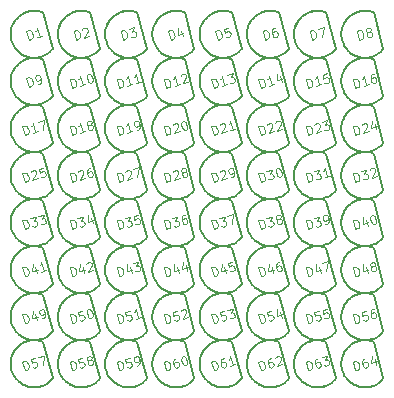
<source format=gto>
G04 (created by PCBNEW-RS274X (2011-aug-04)-testing) date Tue 12 Feb 2013 05:03:33 PM PST*
G01*
G70*
G90*
%MOIN*%
G04 Gerber Fmt 3.4, Leading zero omitted, Abs format*
%FSLAX34Y34*%
G04 APERTURE LIST*
%ADD10C,0.006000*%
%ADD11C,0.007900*%
%ADD12C,0.003500*%
G04 APERTURE END LIST*
G54D10*
G54D11*
X31327Y-29249D02*
X31382Y-29289D01*
X31441Y-29324D01*
X31503Y-29353D01*
X31567Y-29378D01*
X31633Y-29396D01*
X31701Y-29409D01*
X31769Y-29415D01*
X31837Y-29416D01*
X31905Y-29411D01*
X31973Y-29400D01*
X32039Y-29383D01*
X32104Y-29360D01*
X32166Y-29331D01*
X32226Y-29298D01*
X32282Y-29259D01*
X32335Y-29216D01*
X32384Y-29168D01*
X32429Y-29115D01*
X32104Y-27900D02*
X32430Y-29117D01*
X32103Y-27901D02*
X32038Y-27878D01*
X31971Y-27861D01*
X31904Y-27850D01*
X31835Y-27845D01*
X31768Y-27846D01*
X31699Y-27853D01*
X31632Y-27865D01*
X31566Y-27884D01*
X31501Y-27908D01*
X31440Y-27938D01*
X31381Y-27973D01*
X31325Y-28013D01*
X31273Y-28058D01*
X31225Y-28107D01*
X31181Y-28160D01*
X31143Y-28217D01*
X31109Y-28277D01*
X31081Y-28339D01*
X31052Y-28834D02*
X31073Y-28899D01*
X31099Y-28963D01*
X31131Y-29023D01*
X31168Y-29081D01*
X31209Y-29136D01*
X31256Y-29186D01*
X31306Y-29233D01*
X31361Y-29274D01*
X31419Y-29311D01*
X31479Y-29343D01*
X31543Y-29369D01*
X31608Y-29390D01*
X31675Y-29405D01*
X31743Y-29414D01*
X31811Y-29417D01*
X31879Y-29414D01*
X31947Y-29405D01*
X32014Y-29390D01*
X31608Y-27872D02*
X31543Y-27893D01*
X31479Y-27919D01*
X31418Y-27951D01*
X31361Y-27988D01*
X31306Y-28029D01*
X31256Y-28076D01*
X31209Y-28126D01*
X31168Y-28181D01*
X31131Y-28238D01*
X31099Y-28299D01*
X31073Y-28363D01*
X31052Y-28428D01*
X31037Y-28495D01*
X31028Y-28563D01*
X31025Y-28631D01*
X31028Y-28699D01*
X31037Y-28767D01*
X31052Y-28834D01*
X29752Y-29249D02*
X29807Y-29289D01*
X29866Y-29324D01*
X29928Y-29353D01*
X29992Y-29378D01*
X30058Y-29396D01*
X30126Y-29409D01*
X30194Y-29415D01*
X30262Y-29416D01*
X30330Y-29411D01*
X30398Y-29400D01*
X30464Y-29383D01*
X30529Y-29360D01*
X30591Y-29331D01*
X30651Y-29298D01*
X30707Y-29259D01*
X30760Y-29216D01*
X30809Y-29168D01*
X30854Y-29115D01*
X30529Y-27900D02*
X30855Y-29117D01*
X30528Y-27901D02*
X30463Y-27878D01*
X30396Y-27861D01*
X30329Y-27850D01*
X30260Y-27845D01*
X30193Y-27846D01*
X30124Y-27853D01*
X30057Y-27865D01*
X29991Y-27884D01*
X29926Y-27908D01*
X29865Y-27938D01*
X29806Y-27973D01*
X29750Y-28013D01*
X29698Y-28058D01*
X29650Y-28107D01*
X29606Y-28160D01*
X29568Y-28217D01*
X29534Y-28277D01*
X29506Y-28339D01*
X29477Y-28834D02*
X29498Y-28899D01*
X29524Y-28963D01*
X29556Y-29023D01*
X29593Y-29081D01*
X29634Y-29136D01*
X29681Y-29186D01*
X29731Y-29233D01*
X29786Y-29274D01*
X29844Y-29311D01*
X29904Y-29343D01*
X29968Y-29369D01*
X30033Y-29390D01*
X30100Y-29405D01*
X30168Y-29414D01*
X30236Y-29417D01*
X30304Y-29414D01*
X30372Y-29405D01*
X30439Y-29390D01*
X30033Y-27872D02*
X29968Y-27893D01*
X29904Y-27919D01*
X29843Y-27951D01*
X29786Y-27988D01*
X29731Y-28029D01*
X29681Y-28076D01*
X29634Y-28126D01*
X29593Y-28181D01*
X29556Y-28238D01*
X29524Y-28299D01*
X29498Y-28363D01*
X29477Y-28428D01*
X29462Y-28495D01*
X29453Y-28563D01*
X29450Y-28631D01*
X29453Y-28699D01*
X29462Y-28767D01*
X29477Y-28834D01*
X28177Y-29249D02*
X28232Y-29289D01*
X28291Y-29324D01*
X28353Y-29353D01*
X28417Y-29378D01*
X28483Y-29396D01*
X28551Y-29409D01*
X28619Y-29415D01*
X28687Y-29416D01*
X28755Y-29411D01*
X28823Y-29400D01*
X28889Y-29383D01*
X28954Y-29360D01*
X29016Y-29331D01*
X29076Y-29298D01*
X29132Y-29259D01*
X29185Y-29216D01*
X29234Y-29168D01*
X29279Y-29115D01*
X28954Y-27900D02*
X29280Y-29117D01*
X28953Y-27901D02*
X28888Y-27878D01*
X28821Y-27861D01*
X28754Y-27850D01*
X28685Y-27845D01*
X28618Y-27846D01*
X28549Y-27853D01*
X28482Y-27865D01*
X28416Y-27884D01*
X28351Y-27908D01*
X28290Y-27938D01*
X28231Y-27973D01*
X28175Y-28013D01*
X28123Y-28058D01*
X28075Y-28107D01*
X28031Y-28160D01*
X27993Y-28217D01*
X27959Y-28277D01*
X27931Y-28339D01*
X27902Y-28834D02*
X27923Y-28899D01*
X27949Y-28963D01*
X27981Y-29023D01*
X28018Y-29081D01*
X28059Y-29136D01*
X28106Y-29186D01*
X28156Y-29233D01*
X28211Y-29274D01*
X28269Y-29311D01*
X28329Y-29343D01*
X28393Y-29369D01*
X28458Y-29390D01*
X28525Y-29405D01*
X28593Y-29414D01*
X28661Y-29417D01*
X28729Y-29414D01*
X28797Y-29405D01*
X28864Y-29390D01*
X28458Y-27872D02*
X28393Y-27893D01*
X28329Y-27919D01*
X28268Y-27951D01*
X28211Y-27988D01*
X28156Y-28029D01*
X28106Y-28076D01*
X28059Y-28126D01*
X28018Y-28181D01*
X27981Y-28238D01*
X27949Y-28299D01*
X27923Y-28363D01*
X27902Y-28428D01*
X27887Y-28495D01*
X27878Y-28563D01*
X27875Y-28631D01*
X27878Y-28699D01*
X27887Y-28767D01*
X27902Y-28834D01*
X26603Y-29249D02*
X26658Y-29289D01*
X26717Y-29324D01*
X26779Y-29353D01*
X26843Y-29378D01*
X26909Y-29396D01*
X26977Y-29409D01*
X27045Y-29415D01*
X27113Y-29416D01*
X27181Y-29411D01*
X27249Y-29400D01*
X27315Y-29383D01*
X27380Y-29360D01*
X27442Y-29331D01*
X27502Y-29298D01*
X27558Y-29259D01*
X27611Y-29216D01*
X27660Y-29168D01*
X27705Y-29115D01*
X27380Y-27900D02*
X27706Y-29117D01*
X27379Y-27901D02*
X27314Y-27878D01*
X27247Y-27861D01*
X27180Y-27850D01*
X27111Y-27845D01*
X27044Y-27846D01*
X26975Y-27853D01*
X26908Y-27865D01*
X26842Y-27884D01*
X26777Y-27908D01*
X26716Y-27938D01*
X26657Y-27973D01*
X26601Y-28013D01*
X26549Y-28058D01*
X26501Y-28107D01*
X26457Y-28160D01*
X26419Y-28217D01*
X26385Y-28277D01*
X26357Y-28339D01*
X26328Y-28834D02*
X26349Y-28899D01*
X26375Y-28963D01*
X26407Y-29023D01*
X26444Y-29081D01*
X26485Y-29136D01*
X26532Y-29186D01*
X26582Y-29233D01*
X26637Y-29274D01*
X26695Y-29311D01*
X26755Y-29343D01*
X26819Y-29369D01*
X26884Y-29390D01*
X26951Y-29405D01*
X27019Y-29414D01*
X27087Y-29417D01*
X27155Y-29414D01*
X27223Y-29405D01*
X27290Y-29390D01*
X26884Y-27872D02*
X26819Y-27893D01*
X26755Y-27919D01*
X26694Y-27951D01*
X26637Y-27988D01*
X26582Y-28029D01*
X26532Y-28076D01*
X26485Y-28126D01*
X26444Y-28181D01*
X26407Y-28238D01*
X26375Y-28299D01*
X26349Y-28363D01*
X26328Y-28428D01*
X26313Y-28495D01*
X26304Y-28563D01*
X26301Y-28631D01*
X26304Y-28699D01*
X26313Y-28767D01*
X26328Y-28834D01*
X25028Y-29249D02*
X25083Y-29289D01*
X25142Y-29324D01*
X25204Y-29353D01*
X25268Y-29378D01*
X25334Y-29396D01*
X25402Y-29409D01*
X25470Y-29415D01*
X25538Y-29416D01*
X25606Y-29411D01*
X25674Y-29400D01*
X25740Y-29383D01*
X25805Y-29360D01*
X25867Y-29331D01*
X25927Y-29298D01*
X25983Y-29259D01*
X26036Y-29216D01*
X26085Y-29168D01*
X26130Y-29115D01*
X25805Y-27900D02*
X26131Y-29117D01*
X25804Y-27901D02*
X25739Y-27878D01*
X25672Y-27861D01*
X25605Y-27850D01*
X25536Y-27845D01*
X25469Y-27846D01*
X25400Y-27853D01*
X25333Y-27865D01*
X25267Y-27884D01*
X25202Y-27908D01*
X25141Y-27938D01*
X25082Y-27973D01*
X25026Y-28013D01*
X24974Y-28058D01*
X24926Y-28107D01*
X24882Y-28160D01*
X24844Y-28217D01*
X24810Y-28277D01*
X24782Y-28339D01*
X24753Y-28834D02*
X24774Y-28899D01*
X24800Y-28963D01*
X24832Y-29023D01*
X24869Y-29081D01*
X24910Y-29136D01*
X24957Y-29186D01*
X25007Y-29233D01*
X25062Y-29274D01*
X25120Y-29311D01*
X25180Y-29343D01*
X25244Y-29369D01*
X25309Y-29390D01*
X25376Y-29405D01*
X25444Y-29414D01*
X25512Y-29417D01*
X25580Y-29414D01*
X25648Y-29405D01*
X25715Y-29390D01*
X25309Y-27872D02*
X25244Y-27893D01*
X25180Y-27919D01*
X25119Y-27951D01*
X25062Y-27988D01*
X25007Y-28029D01*
X24957Y-28076D01*
X24910Y-28126D01*
X24869Y-28181D01*
X24832Y-28238D01*
X24800Y-28299D01*
X24774Y-28363D01*
X24753Y-28428D01*
X24738Y-28495D01*
X24729Y-28563D01*
X24726Y-28631D01*
X24729Y-28699D01*
X24738Y-28767D01*
X24753Y-28834D01*
X23453Y-29249D02*
X23508Y-29289D01*
X23567Y-29324D01*
X23629Y-29353D01*
X23693Y-29378D01*
X23759Y-29396D01*
X23827Y-29409D01*
X23895Y-29415D01*
X23963Y-29416D01*
X24031Y-29411D01*
X24099Y-29400D01*
X24165Y-29383D01*
X24230Y-29360D01*
X24292Y-29331D01*
X24352Y-29298D01*
X24408Y-29259D01*
X24461Y-29216D01*
X24510Y-29168D01*
X24555Y-29115D01*
X24230Y-27900D02*
X24556Y-29117D01*
X24229Y-27901D02*
X24164Y-27878D01*
X24097Y-27861D01*
X24030Y-27850D01*
X23961Y-27845D01*
X23894Y-27846D01*
X23825Y-27853D01*
X23758Y-27865D01*
X23692Y-27884D01*
X23627Y-27908D01*
X23566Y-27938D01*
X23507Y-27973D01*
X23451Y-28013D01*
X23399Y-28058D01*
X23351Y-28107D01*
X23307Y-28160D01*
X23269Y-28217D01*
X23235Y-28277D01*
X23207Y-28339D01*
X23178Y-28834D02*
X23199Y-28899D01*
X23225Y-28963D01*
X23257Y-29023D01*
X23294Y-29081D01*
X23335Y-29136D01*
X23382Y-29186D01*
X23432Y-29233D01*
X23487Y-29274D01*
X23545Y-29311D01*
X23605Y-29343D01*
X23669Y-29369D01*
X23734Y-29390D01*
X23801Y-29405D01*
X23869Y-29414D01*
X23937Y-29417D01*
X24005Y-29414D01*
X24073Y-29405D01*
X24140Y-29390D01*
X23734Y-27872D02*
X23669Y-27893D01*
X23605Y-27919D01*
X23544Y-27951D01*
X23487Y-27988D01*
X23432Y-28029D01*
X23382Y-28076D01*
X23335Y-28126D01*
X23294Y-28181D01*
X23257Y-28238D01*
X23225Y-28299D01*
X23199Y-28363D01*
X23178Y-28428D01*
X23163Y-28495D01*
X23154Y-28563D01*
X23151Y-28631D01*
X23154Y-28699D01*
X23163Y-28767D01*
X23178Y-28834D01*
X21878Y-29249D02*
X21933Y-29289D01*
X21992Y-29324D01*
X22054Y-29353D01*
X22118Y-29378D01*
X22184Y-29396D01*
X22252Y-29409D01*
X22320Y-29415D01*
X22388Y-29416D01*
X22456Y-29411D01*
X22524Y-29400D01*
X22590Y-29383D01*
X22655Y-29360D01*
X22717Y-29331D01*
X22777Y-29298D01*
X22833Y-29259D01*
X22886Y-29216D01*
X22935Y-29168D01*
X22980Y-29115D01*
X22655Y-27900D02*
X22981Y-29117D01*
X22654Y-27901D02*
X22589Y-27878D01*
X22522Y-27861D01*
X22455Y-27850D01*
X22386Y-27845D01*
X22319Y-27846D01*
X22250Y-27853D01*
X22183Y-27865D01*
X22117Y-27884D01*
X22052Y-27908D01*
X21991Y-27938D01*
X21932Y-27973D01*
X21876Y-28013D01*
X21824Y-28058D01*
X21776Y-28107D01*
X21732Y-28160D01*
X21694Y-28217D01*
X21660Y-28277D01*
X21632Y-28339D01*
X21603Y-28834D02*
X21624Y-28899D01*
X21650Y-28963D01*
X21682Y-29023D01*
X21719Y-29081D01*
X21760Y-29136D01*
X21807Y-29186D01*
X21857Y-29233D01*
X21912Y-29274D01*
X21970Y-29311D01*
X22030Y-29343D01*
X22094Y-29369D01*
X22159Y-29390D01*
X22226Y-29405D01*
X22294Y-29414D01*
X22362Y-29417D01*
X22430Y-29414D01*
X22498Y-29405D01*
X22565Y-29390D01*
X22159Y-27872D02*
X22094Y-27893D01*
X22030Y-27919D01*
X21969Y-27951D01*
X21912Y-27988D01*
X21857Y-28029D01*
X21807Y-28076D01*
X21760Y-28126D01*
X21719Y-28181D01*
X21682Y-28238D01*
X21650Y-28299D01*
X21624Y-28363D01*
X21603Y-28428D01*
X21588Y-28495D01*
X21579Y-28563D01*
X21576Y-28631D01*
X21579Y-28699D01*
X21588Y-28767D01*
X21603Y-28834D01*
X20303Y-29249D02*
X20358Y-29289D01*
X20417Y-29324D01*
X20479Y-29353D01*
X20543Y-29378D01*
X20609Y-29396D01*
X20677Y-29409D01*
X20745Y-29415D01*
X20813Y-29416D01*
X20881Y-29411D01*
X20949Y-29400D01*
X21015Y-29383D01*
X21080Y-29360D01*
X21142Y-29331D01*
X21202Y-29298D01*
X21258Y-29259D01*
X21311Y-29216D01*
X21360Y-29168D01*
X21405Y-29115D01*
X21080Y-27900D02*
X21406Y-29117D01*
X21079Y-27901D02*
X21014Y-27878D01*
X20947Y-27861D01*
X20880Y-27850D01*
X20811Y-27845D01*
X20744Y-27846D01*
X20675Y-27853D01*
X20608Y-27865D01*
X20542Y-27884D01*
X20477Y-27908D01*
X20416Y-27938D01*
X20357Y-27973D01*
X20301Y-28013D01*
X20249Y-28058D01*
X20201Y-28107D01*
X20157Y-28160D01*
X20119Y-28217D01*
X20085Y-28277D01*
X20057Y-28339D01*
X20028Y-28834D02*
X20049Y-28899D01*
X20075Y-28963D01*
X20107Y-29023D01*
X20144Y-29081D01*
X20185Y-29136D01*
X20232Y-29186D01*
X20282Y-29233D01*
X20337Y-29274D01*
X20395Y-29311D01*
X20455Y-29343D01*
X20519Y-29369D01*
X20584Y-29390D01*
X20651Y-29405D01*
X20719Y-29414D01*
X20787Y-29417D01*
X20855Y-29414D01*
X20923Y-29405D01*
X20990Y-29390D01*
X20584Y-27872D02*
X20519Y-27893D01*
X20455Y-27919D01*
X20394Y-27951D01*
X20337Y-27988D01*
X20282Y-28029D01*
X20232Y-28076D01*
X20185Y-28126D01*
X20144Y-28181D01*
X20107Y-28238D01*
X20075Y-28299D01*
X20049Y-28363D01*
X20028Y-28428D01*
X20013Y-28495D01*
X20004Y-28563D01*
X20001Y-28631D01*
X20004Y-28699D01*
X20013Y-28767D01*
X20028Y-28834D01*
X31327Y-27680D02*
X31382Y-27720D01*
X31441Y-27755D01*
X31503Y-27784D01*
X31567Y-27809D01*
X31633Y-27827D01*
X31701Y-27840D01*
X31769Y-27846D01*
X31837Y-27847D01*
X31905Y-27842D01*
X31973Y-27831D01*
X32039Y-27814D01*
X32104Y-27791D01*
X32166Y-27762D01*
X32226Y-27729D01*
X32282Y-27690D01*
X32335Y-27647D01*
X32384Y-27599D01*
X32429Y-27546D01*
X32104Y-26331D02*
X32430Y-27548D01*
X32103Y-26332D02*
X32038Y-26309D01*
X31971Y-26292D01*
X31904Y-26281D01*
X31835Y-26276D01*
X31768Y-26277D01*
X31699Y-26284D01*
X31632Y-26296D01*
X31566Y-26315D01*
X31501Y-26339D01*
X31440Y-26369D01*
X31381Y-26404D01*
X31325Y-26444D01*
X31273Y-26489D01*
X31225Y-26538D01*
X31181Y-26591D01*
X31143Y-26648D01*
X31109Y-26708D01*
X31081Y-26770D01*
X31052Y-27265D02*
X31073Y-27330D01*
X31099Y-27394D01*
X31131Y-27454D01*
X31168Y-27512D01*
X31209Y-27567D01*
X31256Y-27617D01*
X31306Y-27664D01*
X31361Y-27705D01*
X31419Y-27742D01*
X31479Y-27774D01*
X31543Y-27800D01*
X31608Y-27821D01*
X31675Y-27836D01*
X31743Y-27845D01*
X31811Y-27848D01*
X31879Y-27845D01*
X31947Y-27836D01*
X32014Y-27821D01*
X31608Y-26303D02*
X31543Y-26324D01*
X31479Y-26350D01*
X31418Y-26382D01*
X31361Y-26419D01*
X31306Y-26460D01*
X31256Y-26507D01*
X31209Y-26557D01*
X31168Y-26612D01*
X31131Y-26669D01*
X31099Y-26730D01*
X31073Y-26794D01*
X31052Y-26859D01*
X31037Y-26926D01*
X31028Y-26994D01*
X31025Y-27062D01*
X31028Y-27130D01*
X31037Y-27198D01*
X31052Y-27265D01*
X29752Y-27680D02*
X29807Y-27720D01*
X29866Y-27755D01*
X29928Y-27784D01*
X29992Y-27809D01*
X30058Y-27827D01*
X30126Y-27840D01*
X30194Y-27846D01*
X30262Y-27847D01*
X30330Y-27842D01*
X30398Y-27831D01*
X30464Y-27814D01*
X30529Y-27791D01*
X30591Y-27762D01*
X30651Y-27729D01*
X30707Y-27690D01*
X30760Y-27647D01*
X30809Y-27599D01*
X30854Y-27546D01*
X30529Y-26331D02*
X30855Y-27548D01*
X30528Y-26332D02*
X30463Y-26309D01*
X30396Y-26292D01*
X30329Y-26281D01*
X30260Y-26276D01*
X30193Y-26277D01*
X30124Y-26284D01*
X30057Y-26296D01*
X29991Y-26315D01*
X29926Y-26339D01*
X29865Y-26369D01*
X29806Y-26404D01*
X29750Y-26444D01*
X29698Y-26489D01*
X29650Y-26538D01*
X29606Y-26591D01*
X29568Y-26648D01*
X29534Y-26708D01*
X29506Y-26770D01*
X29477Y-27265D02*
X29498Y-27330D01*
X29524Y-27394D01*
X29556Y-27454D01*
X29593Y-27512D01*
X29634Y-27567D01*
X29681Y-27617D01*
X29731Y-27664D01*
X29786Y-27705D01*
X29844Y-27742D01*
X29904Y-27774D01*
X29968Y-27800D01*
X30033Y-27821D01*
X30100Y-27836D01*
X30168Y-27845D01*
X30236Y-27848D01*
X30304Y-27845D01*
X30372Y-27836D01*
X30439Y-27821D01*
X30033Y-26303D02*
X29968Y-26324D01*
X29904Y-26350D01*
X29843Y-26382D01*
X29786Y-26419D01*
X29731Y-26460D01*
X29681Y-26507D01*
X29634Y-26557D01*
X29593Y-26612D01*
X29556Y-26669D01*
X29524Y-26730D01*
X29498Y-26794D01*
X29477Y-26859D01*
X29462Y-26926D01*
X29453Y-26994D01*
X29450Y-27062D01*
X29453Y-27130D01*
X29462Y-27198D01*
X29477Y-27265D01*
X28177Y-27680D02*
X28232Y-27720D01*
X28291Y-27755D01*
X28353Y-27784D01*
X28417Y-27809D01*
X28483Y-27827D01*
X28551Y-27840D01*
X28619Y-27846D01*
X28687Y-27847D01*
X28755Y-27842D01*
X28823Y-27831D01*
X28889Y-27814D01*
X28954Y-27791D01*
X29016Y-27762D01*
X29076Y-27729D01*
X29132Y-27690D01*
X29185Y-27647D01*
X29234Y-27599D01*
X29279Y-27546D01*
X28954Y-26331D02*
X29280Y-27548D01*
X28953Y-26332D02*
X28888Y-26309D01*
X28821Y-26292D01*
X28754Y-26281D01*
X28685Y-26276D01*
X28618Y-26277D01*
X28549Y-26284D01*
X28482Y-26296D01*
X28416Y-26315D01*
X28351Y-26339D01*
X28290Y-26369D01*
X28231Y-26404D01*
X28175Y-26444D01*
X28123Y-26489D01*
X28075Y-26538D01*
X28031Y-26591D01*
X27993Y-26648D01*
X27959Y-26708D01*
X27931Y-26770D01*
X27902Y-27265D02*
X27923Y-27330D01*
X27949Y-27394D01*
X27981Y-27454D01*
X28018Y-27512D01*
X28059Y-27567D01*
X28106Y-27617D01*
X28156Y-27664D01*
X28211Y-27705D01*
X28269Y-27742D01*
X28329Y-27774D01*
X28393Y-27800D01*
X28458Y-27821D01*
X28525Y-27836D01*
X28593Y-27845D01*
X28661Y-27848D01*
X28729Y-27845D01*
X28797Y-27836D01*
X28864Y-27821D01*
X28458Y-26303D02*
X28393Y-26324D01*
X28329Y-26350D01*
X28268Y-26382D01*
X28211Y-26419D01*
X28156Y-26460D01*
X28106Y-26507D01*
X28059Y-26557D01*
X28018Y-26612D01*
X27981Y-26669D01*
X27949Y-26730D01*
X27923Y-26794D01*
X27902Y-26859D01*
X27887Y-26926D01*
X27878Y-26994D01*
X27875Y-27062D01*
X27878Y-27130D01*
X27887Y-27198D01*
X27902Y-27265D01*
X26603Y-27680D02*
X26658Y-27720D01*
X26717Y-27755D01*
X26779Y-27784D01*
X26843Y-27809D01*
X26909Y-27827D01*
X26977Y-27840D01*
X27045Y-27846D01*
X27113Y-27847D01*
X27181Y-27842D01*
X27249Y-27831D01*
X27315Y-27814D01*
X27380Y-27791D01*
X27442Y-27762D01*
X27502Y-27729D01*
X27558Y-27690D01*
X27611Y-27647D01*
X27660Y-27599D01*
X27705Y-27546D01*
X27380Y-26331D02*
X27706Y-27548D01*
X27379Y-26332D02*
X27314Y-26309D01*
X27247Y-26292D01*
X27180Y-26281D01*
X27111Y-26276D01*
X27044Y-26277D01*
X26975Y-26284D01*
X26908Y-26296D01*
X26842Y-26315D01*
X26777Y-26339D01*
X26716Y-26369D01*
X26657Y-26404D01*
X26601Y-26444D01*
X26549Y-26489D01*
X26501Y-26538D01*
X26457Y-26591D01*
X26419Y-26648D01*
X26385Y-26708D01*
X26357Y-26770D01*
X26328Y-27265D02*
X26349Y-27330D01*
X26375Y-27394D01*
X26407Y-27454D01*
X26444Y-27512D01*
X26485Y-27567D01*
X26532Y-27617D01*
X26582Y-27664D01*
X26637Y-27705D01*
X26695Y-27742D01*
X26755Y-27774D01*
X26819Y-27800D01*
X26884Y-27821D01*
X26951Y-27836D01*
X27019Y-27845D01*
X27087Y-27848D01*
X27155Y-27845D01*
X27223Y-27836D01*
X27290Y-27821D01*
X26884Y-26303D02*
X26819Y-26324D01*
X26755Y-26350D01*
X26694Y-26382D01*
X26637Y-26419D01*
X26582Y-26460D01*
X26532Y-26507D01*
X26485Y-26557D01*
X26444Y-26612D01*
X26407Y-26669D01*
X26375Y-26730D01*
X26349Y-26794D01*
X26328Y-26859D01*
X26313Y-26926D01*
X26304Y-26994D01*
X26301Y-27062D01*
X26304Y-27130D01*
X26313Y-27198D01*
X26328Y-27265D01*
X25028Y-27680D02*
X25083Y-27720D01*
X25142Y-27755D01*
X25204Y-27784D01*
X25268Y-27809D01*
X25334Y-27827D01*
X25402Y-27840D01*
X25470Y-27846D01*
X25538Y-27847D01*
X25606Y-27842D01*
X25674Y-27831D01*
X25740Y-27814D01*
X25805Y-27791D01*
X25867Y-27762D01*
X25927Y-27729D01*
X25983Y-27690D01*
X26036Y-27647D01*
X26085Y-27599D01*
X26130Y-27546D01*
X25805Y-26331D02*
X26131Y-27548D01*
X25804Y-26332D02*
X25739Y-26309D01*
X25672Y-26292D01*
X25605Y-26281D01*
X25536Y-26276D01*
X25469Y-26277D01*
X25400Y-26284D01*
X25333Y-26296D01*
X25267Y-26315D01*
X25202Y-26339D01*
X25141Y-26369D01*
X25082Y-26404D01*
X25026Y-26444D01*
X24974Y-26489D01*
X24926Y-26538D01*
X24882Y-26591D01*
X24844Y-26648D01*
X24810Y-26708D01*
X24782Y-26770D01*
X24753Y-27265D02*
X24774Y-27330D01*
X24800Y-27394D01*
X24832Y-27454D01*
X24869Y-27512D01*
X24910Y-27567D01*
X24957Y-27617D01*
X25007Y-27664D01*
X25062Y-27705D01*
X25120Y-27742D01*
X25180Y-27774D01*
X25244Y-27800D01*
X25309Y-27821D01*
X25376Y-27836D01*
X25444Y-27845D01*
X25512Y-27848D01*
X25580Y-27845D01*
X25648Y-27836D01*
X25715Y-27821D01*
X25309Y-26303D02*
X25244Y-26324D01*
X25180Y-26350D01*
X25119Y-26382D01*
X25062Y-26419D01*
X25007Y-26460D01*
X24957Y-26507D01*
X24910Y-26557D01*
X24869Y-26612D01*
X24832Y-26669D01*
X24800Y-26730D01*
X24774Y-26794D01*
X24753Y-26859D01*
X24738Y-26926D01*
X24729Y-26994D01*
X24726Y-27062D01*
X24729Y-27130D01*
X24738Y-27198D01*
X24753Y-27265D01*
X23453Y-27680D02*
X23508Y-27720D01*
X23567Y-27755D01*
X23629Y-27784D01*
X23693Y-27809D01*
X23759Y-27827D01*
X23827Y-27840D01*
X23895Y-27846D01*
X23963Y-27847D01*
X24031Y-27842D01*
X24099Y-27831D01*
X24165Y-27814D01*
X24230Y-27791D01*
X24292Y-27762D01*
X24352Y-27729D01*
X24408Y-27690D01*
X24461Y-27647D01*
X24510Y-27599D01*
X24555Y-27546D01*
X24230Y-26331D02*
X24556Y-27548D01*
X24229Y-26332D02*
X24164Y-26309D01*
X24097Y-26292D01*
X24030Y-26281D01*
X23961Y-26276D01*
X23894Y-26277D01*
X23825Y-26284D01*
X23758Y-26296D01*
X23692Y-26315D01*
X23627Y-26339D01*
X23566Y-26369D01*
X23507Y-26404D01*
X23451Y-26444D01*
X23399Y-26489D01*
X23351Y-26538D01*
X23307Y-26591D01*
X23269Y-26648D01*
X23235Y-26708D01*
X23207Y-26770D01*
X23178Y-27265D02*
X23199Y-27330D01*
X23225Y-27394D01*
X23257Y-27454D01*
X23294Y-27512D01*
X23335Y-27567D01*
X23382Y-27617D01*
X23432Y-27664D01*
X23487Y-27705D01*
X23545Y-27742D01*
X23605Y-27774D01*
X23669Y-27800D01*
X23734Y-27821D01*
X23801Y-27836D01*
X23869Y-27845D01*
X23937Y-27848D01*
X24005Y-27845D01*
X24073Y-27836D01*
X24140Y-27821D01*
X23734Y-26303D02*
X23669Y-26324D01*
X23605Y-26350D01*
X23544Y-26382D01*
X23487Y-26419D01*
X23432Y-26460D01*
X23382Y-26507D01*
X23335Y-26557D01*
X23294Y-26612D01*
X23257Y-26669D01*
X23225Y-26730D01*
X23199Y-26794D01*
X23178Y-26859D01*
X23163Y-26926D01*
X23154Y-26994D01*
X23151Y-27062D01*
X23154Y-27130D01*
X23163Y-27198D01*
X23178Y-27265D01*
X21878Y-27680D02*
X21933Y-27720D01*
X21992Y-27755D01*
X22054Y-27784D01*
X22118Y-27809D01*
X22184Y-27827D01*
X22252Y-27840D01*
X22320Y-27846D01*
X22388Y-27847D01*
X22456Y-27842D01*
X22524Y-27831D01*
X22590Y-27814D01*
X22655Y-27791D01*
X22717Y-27762D01*
X22777Y-27729D01*
X22833Y-27690D01*
X22886Y-27647D01*
X22935Y-27599D01*
X22980Y-27546D01*
X22655Y-26331D02*
X22981Y-27548D01*
X22654Y-26332D02*
X22589Y-26309D01*
X22522Y-26292D01*
X22455Y-26281D01*
X22386Y-26276D01*
X22319Y-26277D01*
X22250Y-26284D01*
X22183Y-26296D01*
X22117Y-26315D01*
X22052Y-26339D01*
X21991Y-26369D01*
X21932Y-26404D01*
X21876Y-26444D01*
X21824Y-26489D01*
X21776Y-26538D01*
X21732Y-26591D01*
X21694Y-26648D01*
X21660Y-26708D01*
X21632Y-26770D01*
X21603Y-27265D02*
X21624Y-27330D01*
X21650Y-27394D01*
X21682Y-27454D01*
X21719Y-27512D01*
X21760Y-27567D01*
X21807Y-27617D01*
X21857Y-27664D01*
X21912Y-27705D01*
X21970Y-27742D01*
X22030Y-27774D01*
X22094Y-27800D01*
X22159Y-27821D01*
X22226Y-27836D01*
X22294Y-27845D01*
X22362Y-27848D01*
X22430Y-27845D01*
X22498Y-27836D01*
X22565Y-27821D01*
X22159Y-26303D02*
X22094Y-26324D01*
X22030Y-26350D01*
X21969Y-26382D01*
X21912Y-26419D01*
X21857Y-26460D01*
X21807Y-26507D01*
X21760Y-26557D01*
X21719Y-26612D01*
X21682Y-26669D01*
X21650Y-26730D01*
X21624Y-26794D01*
X21603Y-26859D01*
X21588Y-26926D01*
X21579Y-26994D01*
X21576Y-27062D01*
X21579Y-27130D01*
X21588Y-27198D01*
X21603Y-27265D01*
X20303Y-30817D02*
X20358Y-30857D01*
X20417Y-30892D01*
X20479Y-30921D01*
X20543Y-30946D01*
X20609Y-30964D01*
X20677Y-30977D01*
X20745Y-30983D01*
X20813Y-30984D01*
X20881Y-30979D01*
X20949Y-30968D01*
X21015Y-30951D01*
X21080Y-30928D01*
X21142Y-30899D01*
X21202Y-30866D01*
X21258Y-30827D01*
X21311Y-30784D01*
X21360Y-30736D01*
X21405Y-30683D01*
X21080Y-29468D02*
X21406Y-30685D01*
X21079Y-29469D02*
X21014Y-29446D01*
X20947Y-29429D01*
X20880Y-29418D01*
X20811Y-29413D01*
X20744Y-29414D01*
X20675Y-29421D01*
X20608Y-29433D01*
X20542Y-29452D01*
X20477Y-29476D01*
X20416Y-29506D01*
X20357Y-29541D01*
X20301Y-29581D01*
X20249Y-29626D01*
X20201Y-29675D01*
X20157Y-29728D01*
X20119Y-29785D01*
X20085Y-29845D01*
X20057Y-29907D01*
X20028Y-30402D02*
X20049Y-30467D01*
X20075Y-30531D01*
X20107Y-30591D01*
X20144Y-30649D01*
X20185Y-30704D01*
X20232Y-30754D01*
X20282Y-30801D01*
X20337Y-30842D01*
X20395Y-30879D01*
X20455Y-30911D01*
X20519Y-30937D01*
X20584Y-30958D01*
X20651Y-30973D01*
X20719Y-30982D01*
X20787Y-30985D01*
X20855Y-30982D01*
X20923Y-30973D01*
X20990Y-30958D01*
X20584Y-29440D02*
X20519Y-29461D01*
X20455Y-29487D01*
X20394Y-29519D01*
X20337Y-29556D01*
X20282Y-29597D01*
X20232Y-29644D01*
X20185Y-29694D01*
X20144Y-29749D01*
X20107Y-29806D01*
X20075Y-29867D01*
X20049Y-29931D01*
X20028Y-29996D01*
X20013Y-30063D01*
X20004Y-30131D01*
X20001Y-30199D01*
X20004Y-30267D01*
X20013Y-30335D01*
X20028Y-30402D01*
X21878Y-30817D02*
X21933Y-30857D01*
X21992Y-30892D01*
X22054Y-30921D01*
X22118Y-30946D01*
X22184Y-30964D01*
X22252Y-30977D01*
X22320Y-30983D01*
X22388Y-30984D01*
X22456Y-30979D01*
X22524Y-30968D01*
X22590Y-30951D01*
X22655Y-30928D01*
X22717Y-30899D01*
X22777Y-30866D01*
X22833Y-30827D01*
X22886Y-30784D01*
X22935Y-30736D01*
X22980Y-30683D01*
X22655Y-29468D02*
X22981Y-30685D01*
X22654Y-29469D02*
X22589Y-29446D01*
X22522Y-29429D01*
X22455Y-29418D01*
X22386Y-29413D01*
X22319Y-29414D01*
X22250Y-29421D01*
X22183Y-29433D01*
X22117Y-29452D01*
X22052Y-29476D01*
X21991Y-29506D01*
X21932Y-29541D01*
X21876Y-29581D01*
X21824Y-29626D01*
X21776Y-29675D01*
X21732Y-29728D01*
X21694Y-29785D01*
X21660Y-29845D01*
X21632Y-29907D01*
X21603Y-30402D02*
X21624Y-30467D01*
X21650Y-30531D01*
X21682Y-30591D01*
X21719Y-30649D01*
X21760Y-30704D01*
X21807Y-30754D01*
X21857Y-30801D01*
X21912Y-30842D01*
X21970Y-30879D01*
X22030Y-30911D01*
X22094Y-30937D01*
X22159Y-30958D01*
X22226Y-30973D01*
X22294Y-30982D01*
X22362Y-30985D01*
X22430Y-30982D01*
X22498Y-30973D01*
X22565Y-30958D01*
X22159Y-29440D02*
X22094Y-29461D01*
X22030Y-29487D01*
X21969Y-29519D01*
X21912Y-29556D01*
X21857Y-29597D01*
X21807Y-29644D01*
X21760Y-29694D01*
X21719Y-29749D01*
X21682Y-29806D01*
X21650Y-29867D01*
X21624Y-29931D01*
X21603Y-29996D01*
X21588Y-30063D01*
X21579Y-30131D01*
X21576Y-30199D01*
X21579Y-30267D01*
X21588Y-30335D01*
X21603Y-30402D01*
X23453Y-30817D02*
X23508Y-30857D01*
X23567Y-30892D01*
X23629Y-30921D01*
X23693Y-30946D01*
X23759Y-30964D01*
X23827Y-30977D01*
X23895Y-30983D01*
X23963Y-30984D01*
X24031Y-30979D01*
X24099Y-30968D01*
X24165Y-30951D01*
X24230Y-30928D01*
X24292Y-30899D01*
X24352Y-30866D01*
X24408Y-30827D01*
X24461Y-30784D01*
X24510Y-30736D01*
X24555Y-30683D01*
X24230Y-29468D02*
X24556Y-30685D01*
X24229Y-29469D02*
X24164Y-29446D01*
X24097Y-29429D01*
X24030Y-29418D01*
X23961Y-29413D01*
X23894Y-29414D01*
X23825Y-29421D01*
X23758Y-29433D01*
X23692Y-29452D01*
X23627Y-29476D01*
X23566Y-29506D01*
X23507Y-29541D01*
X23451Y-29581D01*
X23399Y-29626D01*
X23351Y-29675D01*
X23307Y-29728D01*
X23269Y-29785D01*
X23235Y-29845D01*
X23207Y-29907D01*
X23178Y-30402D02*
X23199Y-30467D01*
X23225Y-30531D01*
X23257Y-30591D01*
X23294Y-30649D01*
X23335Y-30704D01*
X23382Y-30754D01*
X23432Y-30801D01*
X23487Y-30842D01*
X23545Y-30879D01*
X23605Y-30911D01*
X23669Y-30937D01*
X23734Y-30958D01*
X23801Y-30973D01*
X23869Y-30982D01*
X23937Y-30985D01*
X24005Y-30982D01*
X24073Y-30973D01*
X24140Y-30958D01*
X23734Y-29440D02*
X23669Y-29461D01*
X23605Y-29487D01*
X23544Y-29519D01*
X23487Y-29556D01*
X23432Y-29597D01*
X23382Y-29644D01*
X23335Y-29694D01*
X23294Y-29749D01*
X23257Y-29806D01*
X23225Y-29867D01*
X23199Y-29931D01*
X23178Y-29996D01*
X23163Y-30063D01*
X23154Y-30131D01*
X23151Y-30199D01*
X23154Y-30267D01*
X23163Y-30335D01*
X23178Y-30402D01*
X25028Y-30817D02*
X25083Y-30857D01*
X25142Y-30892D01*
X25204Y-30921D01*
X25268Y-30946D01*
X25334Y-30964D01*
X25402Y-30977D01*
X25470Y-30983D01*
X25538Y-30984D01*
X25606Y-30979D01*
X25674Y-30968D01*
X25740Y-30951D01*
X25805Y-30928D01*
X25867Y-30899D01*
X25927Y-30866D01*
X25983Y-30827D01*
X26036Y-30784D01*
X26085Y-30736D01*
X26130Y-30683D01*
X25805Y-29468D02*
X26131Y-30685D01*
X25804Y-29469D02*
X25739Y-29446D01*
X25672Y-29429D01*
X25605Y-29418D01*
X25536Y-29413D01*
X25469Y-29414D01*
X25400Y-29421D01*
X25333Y-29433D01*
X25267Y-29452D01*
X25202Y-29476D01*
X25141Y-29506D01*
X25082Y-29541D01*
X25026Y-29581D01*
X24974Y-29626D01*
X24926Y-29675D01*
X24882Y-29728D01*
X24844Y-29785D01*
X24810Y-29845D01*
X24782Y-29907D01*
X24753Y-30402D02*
X24774Y-30467D01*
X24800Y-30531D01*
X24832Y-30591D01*
X24869Y-30649D01*
X24910Y-30704D01*
X24957Y-30754D01*
X25007Y-30801D01*
X25062Y-30842D01*
X25120Y-30879D01*
X25180Y-30911D01*
X25244Y-30937D01*
X25309Y-30958D01*
X25376Y-30973D01*
X25444Y-30982D01*
X25512Y-30985D01*
X25580Y-30982D01*
X25648Y-30973D01*
X25715Y-30958D01*
X25309Y-29440D02*
X25244Y-29461D01*
X25180Y-29487D01*
X25119Y-29519D01*
X25062Y-29556D01*
X25007Y-29597D01*
X24957Y-29644D01*
X24910Y-29694D01*
X24869Y-29749D01*
X24832Y-29806D01*
X24800Y-29867D01*
X24774Y-29931D01*
X24753Y-29996D01*
X24738Y-30063D01*
X24729Y-30131D01*
X24726Y-30199D01*
X24729Y-30267D01*
X24738Y-30335D01*
X24753Y-30402D01*
X26603Y-30817D02*
X26658Y-30857D01*
X26717Y-30892D01*
X26779Y-30921D01*
X26843Y-30946D01*
X26909Y-30964D01*
X26977Y-30977D01*
X27045Y-30983D01*
X27113Y-30984D01*
X27181Y-30979D01*
X27249Y-30968D01*
X27315Y-30951D01*
X27380Y-30928D01*
X27442Y-30899D01*
X27502Y-30866D01*
X27558Y-30827D01*
X27611Y-30784D01*
X27660Y-30736D01*
X27705Y-30683D01*
X27380Y-29468D02*
X27706Y-30685D01*
X27379Y-29469D02*
X27314Y-29446D01*
X27247Y-29429D01*
X27180Y-29418D01*
X27111Y-29413D01*
X27044Y-29414D01*
X26975Y-29421D01*
X26908Y-29433D01*
X26842Y-29452D01*
X26777Y-29476D01*
X26716Y-29506D01*
X26657Y-29541D01*
X26601Y-29581D01*
X26549Y-29626D01*
X26501Y-29675D01*
X26457Y-29728D01*
X26419Y-29785D01*
X26385Y-29845D01*
X26357Y-29907D01*
X26328Y-30402D02*
X26349Y-30467D01*
X26375Y-30531D01*
X26407Y-30591D01*
X26444Y-30649D01*
X26485Y-30704D01*
X26532Y-30754D01*
X26582Y-30801D01*
X26637Y-30842D01*
X26695Y-30879D01*
X26755Y-30911D01*
X26819Y-30937D01*
X26884Y-30958D01*
X26951Y-30973D01*
X27019Y-30982D01*
X27087Y-30985D01*
X27155Y-30982D01*
X27223Y-30973D01*
X27290Y-30958D01*
X26884Y-29440D02*
X26819Y-29461D01*
X26755Y-29487D01*
X26694Y-29519D01*
X26637Y-29556D01*
X26582Y-29597D01*
X26532Y-29644D01*
X26485Y-29694D01*
X26444Y-29749D01*
X26407Y-29806D01*
X26375Y-29867D01*
X26349Y-29931D01*
X26328Y-29996D01*
X26313Y-30063D01*
X26304Y-30131D01*
X26301Y-30199D01*
X26304Y-30267D01*
X26313Y-30335D01*
X26328Y-30402D01*
X28177Y-30817D02*
X28232Y-30857D01*
X28291Y-30892D01*
X28353Y-30921D01*
X28417Y-30946D01*
X28483Y-30964D01*
X28551Y-30977D01*
X28619Y-30983D01*
X28687Y-30984D01*
X28755Y-30979D01*
X28823Y-30968D01*
X28889Y-30951D01*
X28954Y-30928D01*
X29016Y-30899D01*
X29076Y-30866D01*
X29132Y-30827D01*
X29185Y-30784D01*
X29234Y-30736D01*
X29279Y-30683D01*
X28954Y-29468D02*
X29280Y-30685D01*
X28953Y-29469D02*
X28888Y-29446D01*
X28821Y-29429D01*
X28754Y-29418D01*
X28685Y-29413D01*
X28618Y-29414D01*
X28549Y-29421D01*
X28482Y-29433D01*
X28416Y-29452D01*
X28351Y-29476D01*
X28290Y-29506D01*
X28231Y-29541D01*
X28175Y-29581D01*
X28123Y-29626D01*
X28075Y-29675D01*
X28031Y-29728D01*
X27993Y-29785D01*
X27959Y-29845D01*
X27931Y-29907D01*
X27902Y-30402D02*
X27923Y-30467D01*
X27949Y-30531D01*
X27981Y-30591D01*
X28018Y-30649D01*
X28059Y-30704D01*
X28106Y-30754D01*
X28156Y-30801D01*
X28211Y-30842D01*
X28269Y-30879D01*
X28329Y-30911D01*
X28393Y-30937D01*
X28458Y-30958D01*
X28525Y-30973D01*
X28593Y-30982D01*
X28661Y-30985D01*
X28729Y-30982D01*
X28797Y-30973D01*
X28864Y-30958D01*
X28458Y-29440D02*
X28393Y-29461D01*
X28329Y-29487D01*
X28268Y-29519D01*
X28211Y-29556D01*
X28156Y-29597D01*
X28106Y-29644D01*
X28059Y-29694D01*
X28018Y-29749D01*
X27981Y-29806D01*
X27949Y-29867D01*
X27923Y-29931D01*
X27902Y-29996D01*
X27887Y-30063D01*
X27878Y-30131D01*
X27875Y-30199D01*
X27878Y-30267D01*
X27887Y-30335D01*
X27902Y-30402D01*
X29752Y-30817D02*
X29807Y-30857D01*
X29866Y-30892D01*
X29928Y-30921D01*
X29992Y-30946D01*
X30058Y-30964D01*
X30126Y-30977D01*
X30194Y-30983D01*
X30262Y-30984D01*
X30330Y-30979D01*
X30398Y-30968D01*
X30464Y-30951D01*
X30529Y-30928D01*
X30591Y-30899D01*
X30651Y-30866D01*
X30707Y-30827D01*
X30760Y-30784D01*
X30809Y-30736D01*
X30854Y-30683D01*
X30529Y-29468D02*
X30855Y-30685D01*
X30528Y-29469D02*
X30463Y-29446D01*
X30396Y-29429D01*
X30329Y-29418D01*
X30260Y-29413D01*
X30193Y-29414D01*
X30124Y-29421D01*
X30057Y-29433D01*
X29991Y-29452D01*
X29926Y-29476D01*
X29865Y-29506D01*
X29806Y-29541D01*
X29750Y-29581D01*
X29698Y-29626D01*
X29650Y-29675D01*
X29606Y-29728D01*
X29568Y-29785D01*
X29534Y-29845D01*
X29506Y-29907D01*
X29477Y-30402D02*
X29498Y-30467D01*
X29524Y-30531D01*
X29556Y-30591D01*
X29593Y-30649D01*
X29634Y-30704D01*
X29681Y-30754D01*
X29731Y-30801D01*
X29786Y-30842D01*
X29844Y-30879D01*
X29904Y-30911D01*
X29968Y-30937D01*
X30033Y-30958D01*
X30100Y-30973D01*
X30168Y-30982D01*
X30236Y-30985D01*
X30304Y-30982D01*
X30372Y-30973D01*
X30439Y-30958D01*
X30033Y-29440D02*
X29968Y-29461D01*
X29904Y-29487D01*
X29843Y-29519D01*
X29786Y-29556D01*
X29731Y-29597D01*
X29681Y-29644D01*
X29634Y-29694D01*
X29593Y-29749D01*
X29556Y-29806D01*
X29524Y-29867D01*
X29498Y-29931D01*
X29477Y-29996D01*
X29462Y-30063D01*
X29453Y-30131D01*
X29450Y-30199D01*
X29453Y-30267D01*
X29462Y-30335D01*
X29477Y-30402D01*
X31327Y-30817D02*
X31382Y-30857D01*
X31441Y-30892D01*
X31503Y-30921D01*
X31567Y-30946D01*
X31633Y-30964D01*
X31701Y-30977D01*
X31769Y-30983D01*
X31837Y-30984D01*
X31905Y-30979D01*
X31973Y-30968D01*
X32039Y-30951D01*
X32104Y-30928D01*
X32166Y-30899D01*
X32226Y-30866D01*
X32282Y-30827D01*
X32335Y-30784D01*
X32384Y-30736D01*
X32429Y-30683D01*
X32104Y-29468D02*
X32430Y-30685D01*
X32103Y-29469D02*
X32038Y-29446D01*
X31971Y-29429D01*
X31904Y-29418D01*
X31835Y-29413D01*
X31768Y-29414D01*
X31699Y-29421D01*
X31632Y-29433D01*
X31566Y-29452D01*
X31501Y-29476D01*
X31440Y-29506D01*
X31381Y-29541D01*
X31325Y-29581D01*
X31273Y-29626D01*
X31225Y-29675D01*
X31181Y-29728D01*
X31143Y-29785D01*
X31109Y-29845D01*
X31081Y-29907D01*
X31052Y-30402D02*
X31073Y-30467D01*
X31099Y-30531D01*
X31131Y-30591D01*
X31168Y-30649D01*
X31209Y-30704D01*
X31256Y-30754D01*
X31306Y-30801D01*
X31361Y-30842D01*
X31419Y-30879D01*
X31479Y-30911D01*
X31543Y-30937D01*
X31608Y-30958D01*
X31675Y-30973D01*
X31743Y-30982D01*
X31811Y-30985D01*
X31879Y-30982D01*
X31947Y-30973D01*
X32014Y-30958D01*
X31608Y-29440D02*
X31543Y-29461D01*
X31479Y-29487D01*
X31418Y-29519D01*
X31361Y-29556D01*
X31306Y-29597D01*
X31256Y-29644D01*
X31209Y-29694D01*
X31168Y-29749D01*
X31131Y-29806D01*
X31099Y-29867D01*
X31073Y-29931D01*
X31052Y-29996D01*
X31037Y-30063D01*
X31028Y-30131D01*
X31025Y-30199D01*
X31028Y-30267D01*
X31037Y-30335D01*
X31052Y-30402D01*
X20303Y-32386D02*
X20358Y-32426D01*
X20417Y-32461D01*
X20479Y-32490D01*
X20543Y-32515D01*
X20609Y-32533D01*
X20677Y-32546D01*
X20745Y-32552D01*
X20813Y-32553D01*
X20881Y-32548D01*
X20949Y-32537D01*
X21015Y-32520D01*
X21080Y-32497D01*
X21142Y-32468D01*
X21202Y-32435D01*
X21258Y-32396D01*
X21311Y-32353D01*
X21360Y-32305D01*
X21405Y-32252D01*
X21080Y-31037D02*
X21406Y-32254D01*
X21079Y-31038D02*
X21014Y-31015D01*
X20947Y-30998D01*
X20880Y-30987D01*
X20811Y-30982D01*
X20744Y-30983D01*
X20675Y-30990D01*
X20608Y-31002D01*
X20542Y-31021D01*
X20477Y-31045D01*
X20416Y-31075D01*
X20357Y-31110D01*
X20301Y-31150D01*
X20249Y-31195D01*
X20201Y-31244D01*
X20157Y-31297D01*
X20119Y-31354D01*
X20085Y-31414D01*
X20057Y-31476D01*
X20028Y-31971D02*
X20049Y-32036D01*
X20075Y-32100D01*
X20107Y-32160D01*
X20144Y-32218D01*
X20185Y-32273D01*
X20232Y-32323D01*
X20282Y-32370D01*
X20337Y-32411D01*
X20395Y-32448D01*
X20455Y-32480D01*
X20519Y-32506D01*
X20584Y-32527D01*
X20651Y-32542D01*
X20719Y-32551D01*
X20787Y-32554D01*
X20855Y-32551D01*
X20923Y-32542D01*
X20990Y-32527D01*
X20584Y-31009D02*
X20519Y-31030D01*
X20455Y-31056D01*
X20394Y-31088D01*
X20337Y-31125D01*
X20282Y-31166D01*
X20232Y-31213D01*
X20185Y-31263D01*
X20144Y-31318D01*
X20107Y-31375D01*
X20075Y-31436D01*
X20049Y-31500D01*
X20028Y-31565D01*
X20013Y-31632D01*
X20004Y-31700D01*
X20001Y-31768D01*
X20004Y-31836D01*
X20013Y-31904D01*
X20028Y-31971D01*
X21878Y-32386D02*
X21933Y-32426D01*
X21992Y-32461D01*
X22054Y-32490D01*
X22118Y-32515D01*
X22184Y-32533D01*
X22252Y-32546D01*
X22320Y-32552D01*
X22388Y-32553D01*
X22456Y-32548D01*
X22524Y-32537D01*
X22590Y-32520D01*
X22655Y-32497D01*
X22717Y-32468D01*
X22777Y-32435D01*
X22833Y-32396D01*
X22886Y-32353D01*
X22935Y-32305D01*
X22980Y-32252D01*
X22655Y-31037D02*
X22981Y-32254D01*
X22654Y-31038D02*
X22589Y-31015D01*
X22522Y-30998D01*
X22455Y-30987D01*
X22386Y-30982D01*
X22319Y-30983D01*
X22250Y-30990D01*
X22183Y-31002D01*
X22117Y-31021D01*
X22052Y-31045D01*
X21991Y-31075D01*
X21932Y-31110D01*
X21876Y-31150D01*
X21824Y-31195D01*
X21776Y-31244D01*
X21732Y-31297D01*
X21694Y-31354D01*
X21660Y-31414D01*
X21632Y-31476D01*
X21603Y-31971D02*
X21624Y-32036D01*
X21650Y-32100D01*
X21682Y-32160D01*
X21719Y-32218D01*
X21760Y-32273D01*
X21807Y-32323D01*
X21857Y-32370D01*
X21912Y-32411D01*
X21970Y-32448D01*
X22030Y-32480D01*
X22094Y-32506D01*
X22159Y-32527D01*
X22226Y-32542D01*
X22294Y-32551D01*
X22362Y-32554D01*
X22430Y-32551D01*
X22498Y-32542D01*
X22565Y-32527D01*
X22159Y-31009D02*
X22094Y-31030D01*
X22030Y-31056D01*
X21969Y-31088D01*
X21912Y-31125D01*
X21857Y-31166D01*
X21807Y-31213D01*
X21760Y-31263D01*
X21719Y-31318D01*
X21682Y-31375D01*
X21650Y-31436D01*
X21624Y-31500D01*
X21603Y-31565D01*
X21588Y-31632D01*
X21579Y-31700D01*
X21576Y-31768D01*
X21579Y-31836D01*
X21588Y-31904D01*
X21603Y-31971D01*
X23453Y-32386D02*
X23508Y-32426D01*
X23567Y-32461D01*
X23629Y-32490D01*
X23693Y-32515D01*
X23759Y-32533D01*
X23827Y-32546D01*
X23895Y-32552D01*
X23963Y-32553D01*
X24031Y-32548D01*
X24099Y-32537D01*
X24165Y-32520D01*
X24230Y-32497D01*
X24292Y-32468D01*
X24352Y-32435D01*
X24408Y-32396D01*
X24461Y-32353D01*
X24510Y-32305D01*
X24555Y-32252D01*
X24230Y-31037D02*
X24556Y-32254D01*
X24229Y-31038D02*
X24164Y-31015D01*
X24097Y-30998D01*
X24030Y-30987D01*
X23961Y-30982D01*
X23894Y-30983D01*
X23825Y-30990D01*
X23758Y-31002D01*
X23692Y-31021D01*
X23627Y-31045D01*
X23566Y-31075D01*
X23507Y-31110D01*
X23451Y-31150D01*
X23399Y-31195D01*
X23351Y-31244D01*
X23307Y-31297D01*
X23269Y-31354D01*
X23235Y-31414D01*
X23207Y-31476D01*
X23178Y-31971D02*
X23199Y-32036D01*
X23225Y-32100D01*
X23257Y-32160D01*
X23294Y-32218D01*
X23335Y-32273D01*
X23382Y-32323D01*
X23432Y-32370D01*
X23487Y-32411D01*
X23545Y-32448D01*
X23605Y-32480D01*
X23669Y-32506D01*
X23734Y-32527D01*
X23801Y-32542D01*
X23869Y-32551D01*
X23937Y-32554D01*
X24005Y-32551D01*
X24073Y-32542D01*
X24140Y-32527D01*
X23734Y-31009D02*
X23669Y-31030D01*
X23605Y-31056D01*
X23544Y-31088D01*
X23487Y-31125D01*
X23432Y-31166D01*
X23382Y-31213D01*
X23335Y-31263D01*
X23294Y-31318D01*
X23257Y-31375D01*
X23225Y-31436D01*
X23199Y-31500D01*
X23178Y-31565D01*
X23163Y-31632D01*
X23154Y-31700D01*
X23151Y-31768D01*
X23154Y-31836D01*
X23163Y-31904D01*
X23178Y-31971D01*
X25028Y-32386D02*
X25083Y-32426D01*
X25142Y-32461D01*
X25204Y-32490D01*
X25268Y-32515D01*
X25334Y-32533D01*
X25402Y-32546D01*
X25470Y-32552D01*
X25538Y-32553D01*
X25606Y-32548D01*
X25674Y-32537D01*
X25740Y-32520D01*
X25805Y-32497D01*
X25867Y-32468D01*
X25927Y-32435D01*
X25983Y-32396D01*
X26036Y-32353D01*
X26085Y-32305D01*
X26130Y-32252D01*
X25805Y-31037D02*
X26131Y-32254D01*
X25804Y-31038D02*
X25739Y-31015D01*
X25672Y-30998D01*
X25605Y-30987D01*
X25536Y-30982D01*
X25469Y-30983D01*
X25400Y-30990D01*
X25333Y-31002D01*
X25267Y-31021D01*
X25202Y-31045D01*
X25141Y-31075D01*
X25082Y-31110D01*
X25026Y-31150D01*
X24974Y-31195D01*
X24926Y-31244D01*
X24882Y-31297D01*
X24844Y-31354D01*
X24810Y-31414D01*
X24782Y-31476D01*
X24753Y-31971D02*
X24774Y-32036D01*
X24800Y-32100D01*
X24832Y-32160D01*
X24869Y-32218D01*
X24910Y-32273D01*
X24957Y-32323D01*
X25007Y-32370D01*
X25062Y-32411D01*
X25120Y-32448D01*
X25180Y-32480D01*
X25244Y-32506D01*
X25309Y-32527D01*
X25376Y-32542D01*
X25444Y-32551D01*
X25512Y-32554D01*
X25580Y-32551D01*
X25648Y-32542D01*
X25715Y-32527D01*
X25309Y-31009D02*
X25244Y-31030D01*
X25180Y-31056D01*
X25119Y-31088D01*
X25062Y-31125D01*
X25007Y-31166D01*
X24957Y-31213D01*
X24910Y-31263D01*
X24869Y-31318D01*
X24832Y-31375D01*
X24800Y-31436D01*
X24774Y-31500D01*
X24753Y-31565D01*
X24738Y-31632D01*
X24729Y-31700D01*
X24726Y-31768D01*
X24729Y-31836D01*
X24738Y-31904D01*
X24753Y-31971D01*
X26603Y-32386D02*
X26658Y-32426D01*
X26717Y-32461D01*
X26779Y-32490D01*
X26843Y-32515D01*
X26909Y-32533D01*
X26977Y-32546D01*
X27045Y-32552D01*
X27113Y-32553D01*
X27181Y-32548D01*
X27249Y-32537D01*
X27315Y-32520D01*
X27380Y-32497D01*
X27442Y-32468D01*
X27502Y-32435D01*
X27558Y-32396D01*
X27611Y-32353D01*
X27660Y-32305D01*
X27705Y-32252D01*
X27380Y-31037D02*
X27706Y-32254D01*
X27379Y-31038D02*
X27314Y-31015D01*
X27247Y-30998D01*
X27180Y-30987D01*
X27111Y-30982D01*
X27044Y-30983D01*
X26975Y-30990D01*
X26908Y-31002D01*
X26842Y-31021D01*
X26777Y-31045D01*
X26716Y-31075D01*
X26657Y-31110D01*
X26601Y-31150D01*
X26549Y-31195D01*
X26501Y-31244D01*
X26457Y-31297D01*
X26419Y-31354D01*
X26385Y-31414D01*
X26357Y-31476D01*
X26328Y-31971D02*
X26349Y-32036D01*
X26375Y-32100D01*
X26407Y-32160D01*
X26444Y-32218D01*
X26485Y-32273D01*
X26532Y-32323D01*
X26582Y-32370D01*
X26637Y-32411D01*
X26695Y-32448D01*
X26755Y-32480D01*
X26819Y-32506D01*
X26884Y-32527D01*
X26951Y-32542D01*
X27019Y-32551D01*
X27087Y-32554D01*
X27155Y-32551D01*
X27223Y-32542D01*
X27290Y-32527D01*
X26884Y-31009D02*
X26819Y-31030D01*
X26755Y-31056D01*
X26694Y-31088D01*
X26637Y-31125D01*
X26582Y-31166D01*
X26532Y-31213D01*
X26485Y-31263D01*
X26444Y-31318D01*
X26407Y-31375D01*
X26375Y-31436D01*
X26349Y-31500D01*
X26328Y-31565D01*
X26313Y-31632D01*
X26304Y-31700D01*
X26301Y-31768D01*
X26304Y-31836D01*
X26313Y-31904D01*
X26328Y-31971D01*
X28177Y-32386D02*
X28232Y-32426D01*
X28291Y-32461D01*
X28353Y-32490D01*
X28417Y-32515D01*
X28483Y-32533D01*
X28551Y-32546D01*
X28619Y-32552D01*
X28687Y-32553D01*
X28755Y-32548D01*
X28823Y-32537D01*
X28889Y-32520D01*
X28954Y-32497D01*
X29016Y-32468D01*
X29076Y-32435D01*
X29132Y-32396D01*
X29185Y-32353D01*
X29234Y-32305D01*
X29279Y-32252D01*
X28954Y-31037D02*
X29280Y-32254D01*
X28953Y-31038D02*
X28888Y-31015D01*
X28821Y-30998D01*
X28754Y-30987D01*
X28685Y-30982D01*
X28618Y-30983D01*
X28549Y-30990D01*
X28482Y-31002D01*
X28416Y-31021D01*
X28351Y-31045D01*
X28290Y-31075D01*
X28231Y-31110D01*
X28175Y-31150D01*
X28123Y-31195D01*
X28075Y-31244D01*
X28031Y-31297D01*
X27993Y-31354D01*
X27959Y-31414D01*
X27931Y-31476D01*
X27902Y-31971D02*
X27923Y-32036D01*
X27949Y-32100D01*
X27981Y-32160D01*
X28018Y-32218D01*
X28059Y-32273D01*
X28106Y-32323D01*
X28156Y-32370D01*
X28211Y-32411D01*
X28269Y-32448D01*
X28329Y-32480D01*
X28393Y-32506D01*
X28458Y-32527D01*
X28525Y-32542D01*
X28593Y-32551D01*
X28661Y-32554D01*
X28729Y-32551D01*
X28797Y-32542D01*
X28864Y-32527D01*
X28458Y-31009D02*
X28393Y-31030D01*
X28329Y-31056D01*
X28268Y-31088D01*
X28211Y-31125D01*
X28156Y-31166D01*
X28106Y-31213D01*
X28059Y-31263D01*
X28018Y-31318D01*
X27981Y-31375D01*
X27949Y-31436D01*
X27923Y-31500D01*
X27902Y-31565D01*
X27887Y-31632D01*
X27878Y-31700D01*
X27875Y-31768D01*
X27878Y-31836D01*
X27887Y-31904D01*
X27902Y-31971D01*
X29752Y-32386D02*
X29807Y-32426D01*
X29866Y-32461D01*
X29928Y-32490D01*
X29992Y-32515D01*
X30058Y-32533D01*
X30126Y-32546D01*
X30194Y-32552D01*
X30262Y-32553D01*
X30330Y-32548D01*
X30398Y-32537D01*
X30464Y-32520D01*
X30529Y-32497D01*
X30591Y-32468D01*
X30651Y-32435D01*
X30707Y-32396D01*
X30760Y-32353D01*
X30809Y-32305D01*
X30854Y-32252D01*
X30529Y-31037D02*
X30855Y-32254D01*
X30528Y-31038D02*
X30463Y-31015D01*
X30396Y-30998D01*
X30329Y-30987D01*
X30260Y-30982D01*
X30193Y-30983D01*
X30124Y-30990D01*
X30057Y-31002D01*
X29991Y-31021D01*
X29926Y-31045D01*
X29865Y-31075D01*
X29806Y-31110D01*
X29750Y-31150D01*
X29698Y-31195D01*
X29650Y-31244D01*
X29606Y-31297D01*
X29568Y-31354D01*
X29534Y-31414D01*
X29506Y-31476D01*
X29477Y-31971D02*
X29498Y-32036D01*
X29524Y-32100D01*
X29556Y-32160D01*
X29593Y-32218D01*
X29634Y-32273D01*
X29681Y-32323D01*
X29731Y-32370D01*
X29786Y-32411D01*
X29844Y-32448D01*
X29904Y-32480D01*
X29968Y-32506D01*
X30033Y-32527D01*
X30100Y-32542D01*
X30168Y-32551D01*
X30236Y-32554D01*
X30304Y-32551D01*
X30372Y-32542D01*
X30439Y-32527D01*
X30033Y-31009D02*
X29968Y-31030D01*
X29904Y-31056D01*
X29843Y-31088D01*
X29786Y-31125D01*
X29731Y-31166D01*
X29681Y-31213D01*
X29634Y-31263D01*
X29593Y-31318D01*
X29556Y-31375D01*
X29524Y-31436D01*
X29498Y-31500D01*
X29477Y-31565D01*
X29462Y-31632D01*
X29453Y-31700D01*
X29450Y-31768D01*
X29453Y-31836D01*
X29462Y-31904D01*
X29477Y-31971D01*
X31327Y-32386D02*
X31382Y-32426D01*
X31441Y-32461D01*
X31503Y-32490D01*
X31567Y-32515D01*
X31633Y-32533D01*
X31701Y-32546D01*
X31769Y-32552D01*
X31837Y-32553D01*
X31905Y-32548D01*
X31973Y-32537D01*
X32039Y-32520D01*
X32104Y-32497D01*
X32166Y-32468D01*
X32226Y-32435D01*
X32282Y-32396D01*
X32335Y-32353D01*
X32384Y-32305D01*
X32429Y-32252D01*
X32104Y-31037D02*
X32430Y-32254D01*
X32103Y-31038D02*
X32038Y-31015D01*
X31971Y-30998D01*
X31904Y-30987D01*
X31835Y-30982D01*
X31768Y-30983D01*
X31699Y-30990D01*
X31632Y-31002D01*
X31566Y-31021D01*
X31501Y-31045D01*
X31440Y-31075D01*
X31381Y-31110D01*
X31325Y-31150D01*
X31273Y-31195D01*
X31225Y-31244D01*
X31181Y-31297D01*
X31143Y-31354D01*
X31109Y-31414D01*
X31081Y-31476D01*
X31052Y-31971D02*
X31073Y-32036D01*
X31099Y-32100D01*
X31131Y-32160D01*
X31168Y-32218D01*
X31209Y-32273D01*
X31256Y-32323D01*
X31306Y-32370D01*
X31361Y-32411D01*
X31419Y-32448D01*
X31479Y-32480D01*
X31543Y-32506D01*
X31608Y-32527D01*
X31675Y-32542D01*
X31743Y-32551D01*
X31811Y-32554D01*
X31879Y-32551D01*
X31947Y-32542D01*
X32014Y-32527D01*
X31608Y-31009D02*
X31543Y-31030D01*
X31479Y-31056D01*
X31418Y-31088D01*
X31361Y-31125D01*
X31306Y-31166D01*
X31256Y-31213D01*
X31209Y-31263D01*
X31168Y-31318D01*
X31131Y-31375D01*
X31099Y-31436D01*
X31073Y-31500D01*
X31052Y-31565D01*
X31037Y-31632D01*
X31028Y-31700D01*
X31025Y-31768D01*
X31028Y-31836D01*
X31037Y-31904D01*
X31052Y-31971D01*
X20303Y-21405D02*
X20358Y-21445D01*
X20417Y-21480D01*
X20479Y-21509D01*
X20543Y-21534D01*
X20609Y-21552D01*
X20677Y-21565D01*
X20745Y-21571D01*
X20813Y-21572D01*
X20881Y-21567D01*
X20949Y-21556D01*
X21015Y-21539D01*
X21080Y-21516D01*
X21142Y-21487D01*
X21202Y-21454D01*
X21258Y-21415D01*
X21311Y-21372D01*
X21360Y-21324D01*
X21405Y-21271D01*
X21080Y-20056D02*
X21406Y-21273D01*
X21079Y-20057D02*
X21014Y-20034D01*
X20947Y-20017D01*
X20880Y-20006D01*
X20811Y-20001D01*
X20744Y-20002D01*
X20675Y-20009D01*
X20608Y-20021D01*
X20542Y-20040D01*
X20477Y-20064D01*
X20416Y-20094D01*
X20357Y-20129D01*
X20301Y-20169D01*
X20249Y-20214D01*
X20201Y-20263D01*
X20157Y-20316D01*
X20119Y-20373D01*
X20085Y-20433D01*
X20057Y-20495D01*
X20028Y-20990D02*
X20049Y-21055D01*
X20075Y-21119D01*
X20107Y-21179D01*
X20144Y-21237D01*
X20185Y-21292D01*
X20232Y-21342D01*
X20282Y-21389D01*
X20337Y-21430D01*
X20395Y-21467D01*
X20455Y-21499D01*
X20519Y-21525D01*
X20584Y-21546D01*
X20651Y-21561D01*
X20719Y-21570D01*
X20787Y-21573D01*
X20855Y-21570D01*
X20923Y-21561D01*
X20990Y-21546D01*
X20584Y-20028D02*
X20519Y-20049D01*
X20455Y-20075D01*
X20394Y-20107D01*
X20337Y-20144D01*
X20282Y-20185D01*
X20232Y-20232D01*
X20185Y-20282D01*
X20144Y-20337D01*
X20107Y-20394D01*
X20075Y-20455D01*
X20049Y-20519D01*
X20028Y-20584D01*
X20013Y-20651D01*
X20004Y-20719D01*
X20001Y-20787D01*
X20004Y-20855D01*
X20013Y-20923D01*
X20028Y-20990D01*
X21878Y-21405D02*
X21933Y-21445D01*
X21992Y-21480D01*
X22054Y-21509D01*
X22118Y-21534D01*
X22184Y-21552D01*
X22252Y-21565D01*
X22320Y-21571D01*
X22388Y-21572D01*
X22456Y-21567D01*
X22524Y-21556D01*
X22590Y-21539D01*
X22655Y-21516D01*
X22717Y-21487D01*
X22777Y-21454D01*
X22833Y-21415D01*
X22886Y-21372D01*
X22935Y-21324D01*
X22980Y-21271D01*
X22655Y-20056D02*
X22981Y-21273D01*
X22654Y-20057D02*
X22589Y-20034D01*
X22522Y-20017D01*
X22455Y-20006D01*
X22386Y-20001D01*
X22319Y-20002D01*
X22250Y-20009D01*
X22183Y-20021D01*
X22117Y-20040D01*
X22052Y-20064D01*
X21991Y-20094D01*
X21932Y-20129D01*
X21876Y-20169D01*
X21824Y-20214D01*
X21776Y-20263D01*
X21732Y-20316D01*
X21694Y-20373D01*
X21660Y-20433D01*
X21632Y-20495D01*
X21603Y-20990D02*
X21624Y-21055D01*
X21650Y-21119D01*
X21682Y-21179D01*
X21719Y-21237D01*
X21760Y-21292D01*
X21807Y-21342D01*
X21857Y-21389D01*
X21912Y-21430D01*
X21970Y-21467D01*
X22030Y-21499D01*
X22094Y-21525D01*
X22159Y-21546D01*
X22226Y-21561D01*
X22294Y-21570D01*
X22362Y-21573D01*
X22430Y-21570D01*
X22498Y-21561D01*
X22565Y-21546D01*
X22159Y-20028D02*
X22094Y-20049D01*
X22030Y-20075D01*
X21969Y-20107D01*
X21912Y-20144D01*
X21857Y-20185D01*
X21807Y-20232D01*
X21760Y-20282D01*
X21719Y-20337D01*
X21682Y-20394D01*
X21650Y-20455D01*
X21624Y-20519D01*
X21603Y-20584D01*
X21588Y-20651D01*
X21579Y-20719D01*
X21576Y-20787D01*
X21579Y-20855D01*
X21588Y-20923D01*
X21603Y-20990D01*
X23453Y-21405D02*
X23508Y-21445D01*
X23567Y-21480D01*
X23629Y-21509D01*
X23693Y-21534D01*
X23759Y-21552D01*
X23827Y-21565D01*
X23895Y-21571D01*
X23963Y-21572D01*
X24031Y-21567D01*
X24099Y-21556D01*
X24165Y-21539D01*
X24230Y-21516D01*
X24292Y-21487D01*
X24352Y-21454D01*
X24408Y-21415D01*
X24461Y-21372D01*
X24510Y-21324D01*
X24555Y-21271D01*
X24230Y-20056D02*
X24556Y-21273D01*
X24229Y-20057D02*
X24164Y-20034D01*
X24097Y-20017D01*
X24030Y-20006D01*
X23961Y-20001D01*
X23894Y-20002D01*
X23825Y-20009D01*
X23758Y-20021D01*
X23692Y-20040D01*
X23627Y-20064D01*
X23566Y-20094D01*
X23507Y-20129D01*
X23451Y-20169D01*
X23399Y-20214D01*
X23351Y-20263D01*
X23307Y-20316D01*
X23269Y-20373D01*
X23235Y-20433D01*
X23207Y-20495D01*
X23178Y-20990D02*
X23199Y-21055D01*
X23225Y-21119D01*
X23257Y-21179D01*
X23294Y-21237D01*
X23335Y-21292D01*
X23382Y-21342D01*
X23432Y-21389D01*
X23487Y-21430D01*
X23545Y-21467D01*
X23605Y-21499D01*
X23669Y-21525D01*
X23734Y-21546D01*
X23801Y-21561D01*
X23869Y-21570D01*
X23937Y-21573D01*
X24005Y-21570D01*
X24073Y-21561D01*
X24140Y-21546D01*
X23734Y-20028D02*
X23669Y-20049D01*
X23605Y-20075D01*
X23544Y-20107D01*
X23487Y-20144D01*
X23432Y-20185D01*
X23382Y-20232D01*
X23335Y-20282D01*
X23294Y-20337D01*
X23257Y-20394D01*
X23225Y-20455D01*
X23199Y-20519D01*
X23178Y-20584D01*
X23163Y-20651D01*
X23154Y-20719D01*
X23151Y-20787D01*
X23154Y-20855D01*
X23163Y-20923D01*
X23178Y-20990D01*
X25028Y-21405D02*
X25083Y-21445D01*
X25142Y-21480D01*
X25204Y-21509D01*
X25268Y-21534D01*
X25334Y-21552D01*
X25402Y-21565D01*
X25470Y-21571D01*
X25538Y-21572D01*
X25606Y-21567D01*
X25674Y-21556D01*
X25740Y-21539D01*
X25805Y-21516D01*
X25867Y-21487D01*
X25927Y-21454D01*
X25983Y-21415D01*
X26036Y-21372D01*
X26085Y-21324D01*
X26130Y-21271D01*
X25805Y-20056D02*
X26131Y-21273D01*
X25804Y-20057D02*
X25739Y-20034D01*
X25672Y-20017D01*
X25605Y-20006D01*
X25536Y-20001D01*
X25469Y-20002D01*
X25400Y-20009D01*
X25333Y-20021D01*
X25267Y-20040D01*
X25202Y-20064D01*
X25141Y-20094D01*
X25082Y-20129D01*
X25026Y-20169D01*
X24974Y-20214D01*
X24926Y-20263D01*
X24882Y-20316D01*
X24844Y-20373D01*
X24810Y-20433D01*
X24782Y-20495D01*
X24753Y-20990D02*
X24774Y-21055D01*
X24800Y-21119D01*
X24832Y-21179D01*
X24869Y-21237D01*
X24910Y-21292D01*
X24957Y-21342D01*
X25007Y-21389D01*
X25062Y-21430D01*
X25120Y-21467D01*
X25180Y-21499D01*
X25244Y-21525D01*
X25309Y-21546D01*
X25376Y-21561D01*
X25444Y-21570D01*
X25512Y-21573D01*
X25580Y-21570D01*
X25648Y-21561D01*
X25715Y-21546D01*
X25309Y-20028D02*
X25244Y-20049D01*
X25180Y-20075D01*
X25119Y-20107D01*
X25062Y-20144D01*
X25007Y-20185D01*
X24957Y-20232D01*
X24910Y-20282D01*
X24869Y-20337D01*
X24832Y-20394D01*
X24800Y-20455D01*
X24774Y-20519D01*
X24753Y-20584D01*
X24738Y-20651D01*
X24729Y-20719D01*
X24726Y-20787D01*
X24729Y-20855D01*
X24738Y-20923D01*
X24753Y-20990D01*
X26603Y-21405D02*
X26658Y-21445D01*
X26717Y-21480D01*
X26779Y-21509D01*
X26843Y-21534D01*
X26909Y-21552D01*
X26977Y-21565D01*
X27045Y-21571D01*
X27113Y-21572D01*
X27181Y-21567D01*
X27249Y-21556D01*
X27315Y-21539D01*
X27380Y-21516D01*
X27442Y-21487D01*
X27502Y-21454D01*
X27558Y-21415D01*
X27611Y-21372D01*
X27660Y-21324D01*
X27705Y-21271D01*
X27380Y-20056D02*
X27706Y-21273D01*
X27379Y-20057D02*
X27314Y-20034D01*
X27247Y-20017D01*
X27180Y-20006D01*
X27111Y-20001D01*
X27044Y-20002D01*
X26975Y-20009D01*
X26908Y-20021D01*
X26842Y-20040D01*
X26777Y-20064D01*
X26716Y-20094D01*
X26657Y-20129D01*
X26601Y-20169D01*
X26549Y-20214D01*
X26501Y-20263D01*
X26457Y-20316D01*
X26419Y-20373D01*
X26385Y-20433D01*
X26357Y-20495D01*
X26328Y-20990D02*
X26349Y-21055D01*
X26375Y-21119D01*
X26407Y-21179D01*
X26444Y-21237D01*
X26485Y-21292D01*
X26532Y-21342D01*
X26582Y-21389D01*
X26637Y-21430D01*
X26695Y-21467D01*
X26755Y-21499D01*
X26819Y-21525D01*
X26884Y-21546D01*
X26951Y-21561D01*
X27019Y-21570D01*
X27087Y-21573D01*
X27155Y-21570D01*
X27223Y-21561D01*
X27290Y-21546D01*
X26884Y-20028D02*
X26819Y-20049D01*
X26755Y-20075D01*
X26694Y-20107D01*
X26637Y-20144D01*
X26582Y-20185D01*
X26532Y-20232D01*
X26485Y-20282D01*
X26444Y-20337D01*
X26407Y-20394D01*
X26375Y-20455D01*
X26349Y-20519D01*
X26328Y-20584D01*
X26313Y-20651D01*
X26304Y-20719D01*
X26301Y-20787D01*
X26304Y-20855D01*
X26313Y-20923D01*
X26328Y-20990D01*
X28177Y-21405D02*
X28232Y-21445D01*
X28291Y-21480D01*
X28353Y-21509D01*
X28417Y-21534D01*
X28483Y-21552D01*
X28551Y-21565D01*
X28619Y-21571D01*
X28687Y-21572D01*
X28755Y-21567D01*
X28823Y-21556D01*
X28889Y-21539D01*
X28954Y-21516D01*
X29016Y-21487D01*
X29076Y-21454D01*
X29132Y-21415D01*
X29185Y-21372D01*
X29234Y-21324D01*
X29279Y-21271D01*
X28954Y-20056D02*
X29280Y-21273D01*
X28953Y-20057D02*
X28888Y-20034D01*
X28821Y-20017D01*
X28754Y-20006D01*
X28685Y-20001D01*
X28618Y-20002D01*
X28549Y-20009D01*
X28482Y-20021D01*
X28416Y-20040D01*
X28351Y-20064D01*
X28290Y-20094D01*
X28231Y-20129D01*
X28175Y-20169D01*
X28123Y-20214D01*
X28075Y-20263D01*
X28031Y-20316D01*
X27993Y-20373D01*
X27959Y-20433D01*
X27931Y-20495D01*
X27902Y-20990D02*
X27923Y-21055D01*
X27949Y-21119D01*
X27981Y-21179D01*
X28018Y-21237D01*
X28059Y-21292D01*
X28106Y-21342D01*
X28156Y-21389D01*
X28211Y-21430D01*
X28269Y-21467D01*
X28329Y-21499D01*
X28393Y-21525D01*
X28458Y-21546D01*
X28525Y-21561D01*
X28593Y-21570D01*
X28661Y-21573D01*
X28729Y-21570D01*
X28797Y-21561D01*
X28864Y-21546D01*
X28458Y-20028D02*
X28393Y-20049D01*
X28329Y-20075D01*
X28268Y-20107D01*
X28211Y-20144D01*
X28156Y-20185D01*
X28106Y-20232D01*
X28059Y-20282D01*
X28018Y-20337D01*
X27981Y-20394D01*
X27949Y-20455D01*
X27923Y-20519D01*
X27902Y-20584D01*
X27887Y-20651D01*
X27878Y-20719D01*
X27875Y-20787D01*
X27878Y-20855D01*
X27887Y-20923D01*
X27902Y-20990D01*
X29752Y-21405D02*
X29807Y-21445D01*
X29866Y-21480D01*
X29928Y-21509D01*
X29992Y-21534D01*
X30058Y-21552D01*
X30126Y-21565D01*
X30194Y-21571D01*
X30262Y-21572D01*
X30330Y-21567D01*
X30398Y-21556D01*
X30464Y-21539D01*
X30529Y-21516D01*
X30591Y-21487D01*
X30651Y-21454D01*
X30707Y-21415D01*
X30760Y-21372D01*
X30809Y-21324D01*
X30854Y-21271D01*
X30529Y-20056D02*
X30855Y-21273D01*
X30528Y-20057D02*
X30463Y-20034D01*
X30396Y-20017D01*
X30329Y-20006D01*
X30260Y-20001D01*
X30193Y-20002D01*
X30124Y-20009D01*
X30057Y-20021D01*
X29991Y-20040D01*
X29926Y-20064D01*
X29865Y-20094D01*
X29806Y-20129D01*
X29750Y-20169D01*
X29698Y-20214D01*
X29650Y-20263D01*
X29606Y-20316D01*
X29568Y-20373D01*
X29534Y-20433D01*
X29506Y-20495D01*
X29477Y-20990D02*
X29498Y-21055D01*
X29524Y-21119D01*
X29556Y-21179D01*
X29593Y-21237D01*
X29634Y-21292D01*
X29681Y-21342D01*
X29731Y-21389D01*
X29786Y-21430D01*
X29844Y-21467D01*
X29904Y-21499D01*
X29968Y-21525D01*
X30033Y-21546D01*
X30100Y-21561D01*
X30168Y-21570D01*
X30236Y-21573D01*
X30304Y-21570D01*
X30372Y-21561D01*
X30439Y-21546D01*
X30033Y-20028D02*
X29968Y-20049D01*
X29904Y-20075D01*
X29843Y-20107D01*
X29786Y-20144D01*
X29731Y-20185D01*
X29681Y-20232D01*
X29634Y-20282D01*
X29593Y-20337D01*
X29556Y-20394D01*
X29524Y-20455D01*
X29498Y-20519D01*
X29477Y-20584D01*
X29462Y-20651D01*
X29453Y-20719D01*
X29450Y-20787D01*
X29453Y-20855D01*
X29462Y-20923D01*
X29477Y-20990D01*
X31327Y-21405D02*
X31382Y-21445D01*
X31441Y-21480D01*
X31503Y-21509D01*
X31567Y-21534D01*
X31633Y-21552D01*
X31701Y-21565D01*
X31769Y-21571D01*
X31837Y-21572D01*
X31905Y-21567D01*
X31973Y-21556D01*
X32039Y-21539D01*
X32104Y-21516D01*
X32166Y-21487D01*
X32226Y-21454D01*
X32282Y-21415D01*
X32335Y-21372D01*
X32384Y-21324D01*
X32429Y-21271D01*
X32104Y-20056D02*
X32430Y-21273D01*
X32103Y-20057D02*
X32038Y-20034D01*
X31971Y-20017D01*
X31904Y-20006D01*
X31835Y-20001D01*
X31768Y-20002D01*
X31699Y-20009D01*
X31632Y-20021D01*
X31566Y-20040D01*
X31501Y-20064D01*
X31440Y-20094D01*
X31381Y-20129D01*
X31325Y-20169D01*
X31273Y-20214D01*
X31225Y-20263D01*
X31181Y-20316D01*
X31143Y-20373D01*
X31109Y-20433D01*
X31081Y-20495D01*
X31052Y-20990D02*
X31073Y-21055D01*
X31099Y-21119D01*
X31131Y-21179D01*
X31168Y-21237D01*
X31209Y-21292D01*
X31256Y-21342D01*
X31306Y-21389D01*
X31361Y-21430D01*
X31419Y-21467D01*
X31479Y-21499D01*
X31543Y-21525D01*
X31608Y-21546D01*
X31675Y-21561D01*
X31743Y-21570D01*
X31811Y-21573D01*
X31879Y-21570D01*
X31947Y-21561D01*
X32014Y-21546D01*
X31608Y-20028D02*
X31543Y-20049D01*
X31479Y-20075D01*
X31418Y-20107D01*
X31361Y-20144D01*
X31306Y-20185D01*
X31256Y-20232D01*
X31209Y-20282D01*
X31168Y-20337D01*
X31131Y-20394D01*
X31099Y-20455D01*
X31073Y-20519D01*
X31052Y-20584D01*
X31037Y-20651D01*
X31028Y-20719D01*
X31025Y-20787D01*
X31028Y-20855D01*
X31037Y-20923D01*
X31052Y-20990D01*
X20303Y-22974D02*
X20358Y-23014D01*
X20417Y-23049D01*
X20479Y-23078D01*
X20543Y-23103D01*
X20609Y-23121D01*
X20677Y-23134D01*
X20745Y-23140D01*
X20813Y-23141D01*
X20881Y-23136D01*
X20949Y-23125D01*
X21015Y-23108D01*
X21080Y-23085D01*
X21142Y-23056D01*
X21202Y-23023D01*
X21258Y-22984D01*
X21311Y-22941D01*
X21360Y-22893D01*
X21405Y-22840D01*
X21080Y-21625D02*
X21406Y-22842D01*
X21079Y-21626D02*
X21014Y-21603D01*
X20947Y-21586D01*
X20880Y-21575D01*
X20811Y-21570D01*
X20744Y-21571D01*
X20675Y-21578D01*
X20608Y-21590D01*
X20542Y-21609D01*
X20477Y-21633D01*
X20416Y-21663D01*
X20357Y-21698D01*
X20301Y-21738D01*
X20249Y-21783D01*
X20201Y-21832D01*
X20157Y-21885D01*
X20119Y-21942D01*
X20085Y-22002D01*
X20057Y-22064D01*
X20028Y-22559D02*
X20049Y-22624D01*
X20075Y-22688D01*
X20107Y-22748D01*
X20144Y-22806D01*
X20185Y-22861D01*
X20232Y-22911D01*
X20282Y-22958D01*
X20337Y-22999D01*
X20395Y-23036D01*
X20455Y-23068D01*
X20519Y-23094D01*
X20584Y-23115D01*
X20651Y-23130D01*
X20719Y-23139D01*
X20787Y-23142D01*
X20855Y-23139D01*
X20923Y-23130D01*
X20990Y-23115D01*
X20584Y-21597D02*
X20519Y-21618D01*
X20455Y-21644D01*
X20394Y-21676D01*
X20337Y-21713D01*
X20282Y-21754D01*
X20232Y-21801D01*
X20185Y-21851D01*
X20144Y-21906D01*
X20107Y-21963D01*
X20075Y-22024D01*
X20049Y-22088D01*
X20028Y-22153D01*
X20013Y-22220D01*
X20004Y-22288D01*
X20001Y-22356D01*
X20004Y-22424D01*
X20013Y-22492D01*
X20028Y-22559D01*
X21878Y-22974D02*
X21933Y-23014D01*
X21992Y-23049D01*
X22054Y-23078D01*
X22118Y-23103D01*
X22184Y-23121D01*
X22252Y-23134D01*
X22320Y-23140D01*
X22388Y-23141D01*
X22456Y-23136D01*
X22524Y-23125D01*
X22590Y-23108D01*
X22655Y-23085D01*
X22717Y-23056D01*
X22777Y-23023D01*
X22833Y-22984D01*
X22886Y-22941D01*
X22935Y-22893D01*
X22980Y-22840D01*
X22655Y-21625D02*
X22981Y-22842D01*
X22654Y-21626D02*
X22589Y-21603D01*
X22522Y-21586D01*
X22455Y-21575D01*
X22386Y-21570D01*
X22319Y-21571D01*
X22250Y-21578D01*
X22183Y-21590D01*
X22117Y-21609D01*
X22052Y-21633D01*
X21991Y-21663D01*
X21932Y-21698D01*
X21876Y-21738D01*
X21824Y-21783D01*
X21776Y-21832D01*
X21732Y-21885D01*
X21694Y-21942D01*
X21660Y-22002D01*
X21632Y-22064D01*
X21603Y-22559D02*
X21624Y-22624D01*
X21650Y-22688D01*
X21682Y-22748D01*
X21719Y-22806D01*
X21760Y-22861D01*
X21807Y-22911D01*
X21857Y-22958D01*
X21912Y-22999D01*
X21970Y-23036D01*
X22030Y-23068D01*
X22094Y-23094D01*
X22159Y-23115D01*
X22226Y-23130D01*
X22294Y-23139D01*
X22362Y-23142D01*
X22430Y-23139D01*
X22498Y-23130D01*
X22565Y-23115D01*
X22159Y-21597D02*
X22094Y-21618D01*
X22030Y-21644D01*
X21969Y-21676D01*
X21912Y-21713D01*
X21857Y-21754D01*
X21807Y-21801D01*
X21760Y-21851D01*
X21719Y-21906D01*
X21682Y-21963D01*
X21650Y-22024D01*
X21624Y-22088D01*
X21603Y-22153D01*
X21588Y-22220D01*
X21579Y-22288D01*
X21576Y-22356D01*
X21579Y-22424D01*
X21588Y-22492D01*
X21603Y-22559D01*
X23453Y-22974D02*
X23508Y-23014D01*
X23567Y-23049D01*
X23629Y-23078D01*
X23693Y-23103D01*
X23759Y-23121D01*
X23827Y-23134D01*
X23895Y-23140D01*
X23963Y-23141D01*
X24031Y-23136D01*
X24099Y-23125D01*
X24165Y-23108D01*
X24230Y-23085D01*
X24292Y-23056D01*
X24352Y-23023D01*
X24408Y-22984D01*
X24461Y-22941D01*
X24510Y-22893D01*
X24555Y-22840D01*
X24230Y-21625D02*
X24556Y-22842D01*
X24229Y-21626D02*
X24164Y-21603D01*
X24097Y-21586D01*
X24030Y-21575D01*
X23961Y-21570D01*
X23894Y-21571D01*
X23825Y-21578D01*
X23758Y-21590D01*
X23692Y-21609D01*
X23627Y-21633D01*
X23566Y-21663D01*
X23507Y-21698D01*
X23451Y-21738D01*
X23399Y-21783D01*
X23351Y-21832D01*
X23307Y-21885D01*
X23269Y-21942D01*
X23235Y-22002D01*
X23207Y-22064D01*
X23178Y-22559D02*
X23199Y-22624D01*
X23225Y-22688D01*
X23257Y-22748D01*
X23294Y-22806D01*
X23335Y-22861D01*
X23382Y-22911D01*
X23432Y-22958D01*
X23487Y-22999D01*
X23545Y-23036D01*
X23605Y-23068D01*
X23669Y-23094D01*
X23734Y-23115D01*
X23801Y-23130D01*
X23869Y-23139D01*
X23937Y-23142D01*
X24005Y-23139D01*
X24073Y-23130D01*
X24140Y-23115D01*
X23734Y-21597D02*
X23669Y-21618D01*
X23605Y-21644D01*
X23544Y-21676D01*
X23487Y-21713D01*
X23432Y-21754D01*
X23382Y-21801D01*
X23335Y-21851D01*
X23294Y-21906D01*
X23257Y-21963D01*
X23225Y-22024D01*
X23199Y-22088D01*
X23178Y-22153D01*
X23163Y-22220D01*
X23154Y-22288D01*
X23151Y-22356D01*
X23154Y-22424D01*
X23163Y-22492D01*
X23178Y-22559D01*
X25028Y-22974D02*
X25083Y-23014D01*
X25142Y-23049D01*
X25204Y-23078D01*
X25268Y-23103D01*
X25334Y-23121D01*
X25402Y-23134D01*
X25470Y-23140D01*
X25538Y-23141D01*
X25606Y-23136D01*
X25674Y-23125D01*
X25740Y-23108D01*
X25805Y-23085D01*
X25867Y-23056D01*
X25927Y-23023D01*
X25983Y-22984D01*
X26036Y-22941D01*
X26085Y-22893D01*
X26130Y-22840D01*
X25805Y-21625D02*
X26131Y-22842D01*
X25804Y-21626D02*
X25739Y-21603D01*
X25672Y-21586D01*
X25605Y-21575D01*
X25536Y-21570D01*
X25469Y-21571D01*
X25400Y-21578D01*
X25333Y-21590D01*
X25267Y-21609D01*
X25202Y-21633D01*
X25141Y-21663D01*
X25082Y-21698D01*
X25026Y-21738D01*
X24974Y-21783D01*
X24926Y-21832D01*
X24882Y-21885D01*
X24844Y-21942D01*
X24810Y-22002D01*
X24782Y-22064D01*
X24753Y-22559D02*
X24774Y-22624D01*
X24800Y-22688D01*
X24832Y-22748D01*
X24869Y-22806D01*
X24910Y-22861D01*
X24957Y-22911D01*
X25007Y-22958D01*
X25062Y-22999D01*
X25120Y-23036D01*
X25180Y-23068D01*
X25244Y-23094D01*
X25309Y-23115D01*
X25376Y-23130D01*
X25444Y-23139D01*
X25512Y-23142D01*
X25580Y-23139D01*
X25648Y-23130D01*
X25715Y-23115D01*
X25309Y-21597D02*
X25244Y-21618D01*
X25180Y-21644D01*
X25119Y-21676D01*
X25062Y-21713D01*
X25007Y-21754D01*
X24957Y-21801D01*
X24910Y-21851D01*
X24869Y-21906D01*
X24832Y-21963D01*
X24800Y-22024D01*
X24774Y-22088D01*
X24753Y-22153D01*
X24738Y-22220D01*
X24729Y-22288D01*
X24726Y-22356D01*
X24729Y-22424D01*
X24738Y-22492D01*
X24753Y-22559D01*
X26603Y-22974D02*
X26658Y-23014D01*
X26717Y-23049D01*
X26779Y-23078D01*
X26843Y-23103D01*
X26909Y-23121D01*
X26977Y-23134D01*
X27045Y-23140D01*
X27113Y-23141D01*
X27181Y-23136D01*
X27249Y-23125D01*
X27315Y-23108D01*
X27380Y-23085D01*
X27442Y-23056D01*
X27502Y-23023D01*
X27558Y-22984D01*
X27611Y-22941D01*
X27660Y-22893D01*
X27705Y-22840D01*
X27380Y-21625D02*
X27706Y-22842D01*
X27379Y-21626D02*
X27314Y-21603D01*
X27247Y-21586D01*
X27180Y-21575D01*
X27111Y-21570D01*
X27044Y-21571D01*
X26975Y-21578D01*
X26908Y-21590D01*
X26842Y-21609D01*
X26777Y-21633D01*
X26716Y-21663D01*
X26657Y-21698D01*
X26601Y-21738D01*
X26549Y-21783D01*
X26501Y-21832D01*
X26457Y-21885D01*
X26419Y-21942D01*
X26385Y-22002D01*
X26357Y-22064D01*
X26328Y-22559D02*
X26349Y-22624D01*
X26375Y-22688D01*
X26407Y-22748D01*
X26444Y-22806D01*
X26485Y-22861D01*
X26532Y-22911D01*
X26582Y-22958D01*
X26637Y-22999D01*
X26695Y-23036D01*
X26755Y-23068D01*
X26819Y-23094D01*
X26884Y-23115D01*
X26951Y-23130D01*
X27019Y-23139D01*
X27087Y-23142D01*
X27155Y-23139D01*
X27223Y-23130D01*
X27290Y-23115D01*
X26884Y-21597D02*
X26819Y-21618D01*
X26755Y-21644D01*
X26694Y-21676D01*
X26637Y-21713D01*
X26582Y-21754D01*
X26532Y-21801D01*
X26485Y-21851D01*
X26444Y-21906D01*
X26407Y-21963D01*
X26375Y-22024D01*
X26349Y-22088D01*
X26328Y-22153D01*
X26313Y-22220D01*
X26304Y-22288D01*
X26301Y-22356D01*
X26304Y-22424D01*
X26313Y-22492D01*
X26328Y-22559D01*
X28177Y-22974D02*
X28232Y-23014D01*
X28291Y-23049D01*
X28353Y-23078D01*
X28417Y-23103D01*
X28483Y-23121D01*
X28551Y-23134D01*
X28619Y-23140D01*
X28687Y-23141D01*
X28755Y-23136D01*
X28823Y-23125D01*
X28889Y-23108D01*
X28954Y-23085D01*
X29016Y-23056D01*
X29076Y-23023D01*
X29132Y-22984D01*
X29185Y-22941D01*
X29234Y-22893D01*
X29279Y-22840D01*
X28954Y-21625D02*
X29280Y-22842D01*
X28953Y-21626D02*
X28888Y-21603D01*
X28821Y-21586D01*
X28754Y-21575D01*
X28685Y-21570D01*
X28618Y-21571D01*
X28549Y-21578D01*
X28482Y-21590D01*
X28416Y-21609D01*
X28351Y-21633D01*
X28290Y-21663D01*
X28231Y-21698D01*
X28175Y-21738D01*
X28123Y-21783D01*
X28075Y-21832D01*
X28031Y-21885D01*
X27993Y-21942D01*
X27959Y-22002D01*
X27931Y-22064D01*
X27902Y-22559D02*
X27923Y-22624D01*
X27949Y-22688D01*
X27981Y-22748D01*
X28018Y-22806D01*
X28059Y-22861D01*
X28106Y-22911D01*
X28156Y-22958D01*
X28211Y-22999D01*
X28269Y-23036D01*
X28329Y-23068D01*
X28393Y-23094D01*
X28458Y-23115D01*
X28525Y-23130D01*
X28593Y-23139D01*
X28661Y-23142D01*
X28729Y-23139D01*
X28797Y-23130D01*
X28864Y-23115D01*
X28458Y-21597D02*
X28393Y-21618D01*
X28329Y-21644D01*
X28268Y-21676D01*
X28211Y-21713D01*
X28156Y-21754D01*
X28106Y-21801D01*
X28059Y-21851D01*
X28018Y-21906D01*
X27981Y-21963D01*
X27949Y-22024D01*
X27923Y-22088D01*
X27902Y-22153D01*
X27887Y-22220D01*
X27878Y-22288D01*
X27875Y-22356D01*
X27878Y-22424D01*
X27887Y-22492D01*
X27902Y-22559D01*
X29752Y-22974D02*
X29807Y-23014D01*
X29866Y-23049D01*
X29928Y-23078D01*
X29992Y-23103D01*
X30058Y-23121D01*
X30126Y-23134D01*
X30194Y-23140D01*
X30262Y-23141D01*
X30330Y-23136D01*
X30398Y-23125D01*
X30464Y-23108D01*
X30529Y-23085D01*
X30591Y-23056D01*
X30651Y-23023D01*
X30707Y-22984D01*
X30760Y-22941D01*
X30809Y-22893D01*
X30854Y-22840D01*
X30529Y-21625D02*
X30855Y-22842D01*
X30528Y-21626D02*
X30463Y-21603D01*
X30396Y-21586D01*
X30329Y-21575D01*
X30260Y-21570D01*
X30193Y-21571D01*
X30124Y-21578D01*
X30057Y-21590D01*
X29991Y-21609D01*
X29926Y-21633D01*
X29865Y-21663D01*
X29806Y-21698D01*
X29750Y-21738D01*
X29698Y-21783D01*
X29650Y-21832D01*
X29606Y-21885D01*
X29568Y-21942D01*
X29534Y-22002D01*
X29506Y-22064D01*
X29477Y-22559D02*
X29498Y-22624D01*
X29524Y-22688D01*
X29556Y-22748D01*
X29593Y-22806D01*
X29634Y-22861D01*
X29681Y-22911D01*
X29731Y-22958D01*
X29786Y-22999D01*
X29844Y-23036D01*
X29904Y-23068D01*
X29968Y-23094D01*
X30033Y-23115D01*
X30100Y-23130D01*
X30168Y-23139D01*
X30236Y-23142D01*
X30304Y-23139D01*
X30372Y-23130D01*
X30439Y-23115D01*
X30033Y-21597D02*
X29968Y-21618D01*
X29904Y-21644D01*
X29843Y-21676D01*
X29786Y-21713D01*
X29731Y-21754D01*
X29681Y-21801D01*
X29634Y-21851D01*
X29593Y-21906D01*
X29556Y-21963D01*
X29524Y-22024D01*
X29498Y-22088D01*
X29477Y-22153D01*
X29462Y-22220D01*
X29453Y-22288D01*
X29450Y-22356D01*
X29453Y-22424D01*
X29462Y-22492D01*
X29477Y-22559D01*
X31327Y-22974D02*
X31382Y-23014D01*
X31441Y-23049D01*
X31503Y-23078D01*
X31567Y-23103D01*
X31633Y-23121D01*
X31701Y-23134D01*
X31769Y-23140D01*
X31837Y-23141D01*
X31905Y-23136D01*
X31973Y-23125D01*
X32039Y-23108D01*
X32104Y-23085D01*
X32166Y-23056D01*
X32226Y-23023D01*
X32282Y-22984D01*
X32335Y-22941D01*
X32384Y-22893D01*
X32429Y-22840D01*
X32104Y-21625D02*
X32430Y-22842D01*
X32103Y-21626D02*
X32038Y-21603D01*
X31971Y-21586D01*
X31904Y-21575D01*
X31835Y-21570D01*
X31768Y-21571D01*
X31699Y-21578D01*
X31632Y-21590D01*
X31566Y-21609D01*
X31501Y-21633D01*
X31440Y-21663D01*
X31381Y-21698D01*
X31325Y-21738D01*
X31273Y-21783D01*
X31225Y-21832D01*
X31181Y-21885D01*
X31143Y-21942D01*
X31109Y-22002D01*
X31081Y-22064D01*
X31052Y-22559D02*
X31073Y-22624D01*
X31099Y-22688D01*
X31131Y-22748D01*
X31168Y-22806D01*
X31209Y-22861D01*
X31256Y-22911D01*
X31306Y-22958D01*
X31361Y-22999D01*
X31419Y-23036D01*
X31479Y-23068D01*
X31543Y-23094D01*
X31608Y-23115D01*
X31675Y-23130D01*
X31743Y-23139D01*
X31811Y-23142D01*
X31879Y-23139D01*
X31947Y-23130D01*
X32014Y-23115D01*
X31608Y-21597D02*
X31543Y-21618D01*
X31479Y-21644D01*
X31418Y-21676D01*
X31361Y-21713D01*
X31306Y-21754D01*
X31256Y-21801D01*
X31209Y-21851D01*
X31168Y-21906D01*
X31131Y-21963D01*
X31099Y-22024D01*
X31073Y-22088D01*
X31052Y-22153D01*
X31037Y-22220D01*
X31028Y-22288D01*
X31025Y-22356D01*
X31028Y-22424D01*
X31037Y-22492D01*
X31052Y-22559D01*
X20303Y-27680D02*
X20358Y-27720D01*
X20417Y-27755D01*
X20479Y-27784D01*
X20543Y-27809D01*
X20609Y-27827D01*
X20677Y-27840D01*
X20745Y-27846D01*
X20813Y-27847D01*
X20881Y-27842D01*
X20949Y-27831D01*
X21015Y-27814D01*
X21080Y-27791D01*
X21142Y-27762D01*
X21202Y-27729D01*
X21258Y-27690D01*
X21311Y-27647D01*
X21360Y-27599D01*
X21405Y-27546D01*
X21080Y-26331D02*
X21406Y-27548D01*
X21079Y-26332D02*
X21014Y-26309D01*
X20947Y-26292D01*
X20880Y-26281D01*
X20811Y-26276D01*
X20744Y-26277D01*
X20675Y-26284D01*
X20608Y-26296D01*
X20542Y-26315D01*
X20477Y-26339D01*
X20416Y-26369D01*
X20357Y-26404D01*
X20301Y-26444D01*
X20249Y-26489D01*
X20201Y-26538D01*
X20157Y-26591D01*
X20119Y-26648D01*
X20085Y-26708D01*
X20057Y-26770D01*
X20028Y-27265D02*
X20049Y-27330D01*
X20075Y-27394D01*
X20107Y-27454D01*
X20144Y-27512D01*
X20185Y-27567D01*
X20232Y-27617D01*
X20282Y-27664D01*
X20337Y-27705D01*
X20395Y-27742D01*
X20455Y-27774D01*
X20519Y-27800D01*
X20584Y-27821D01*
X20651Y-27836D01*
X20719Y-27845D01*
X20787Y-27848D01*
X20855Y-27845D01*
X20923Y-27836D01*
X20990Y-27821D01*
X20584Y-26303D02*
X20519Y-26324D01*
X20455Y-26350D01*
X20394Y-26382D01*
X20337Y-26419D01*
X20282Y-26460D01*
X20232Y-26507D01*
X20185Y-26557D01*
X20144Y-26612D01*
X20107Y-26669D01*
X20075Y-26730D01*
X20049Y-26794D01*
X20028Y-26859D01*
X20013Y-26926D01*
X20004Y-26994D01*
X20001Y-27062D01*
X20004Y-27130D01*
X20013Y-27198D01*
X20028Y-27265D01*
X31327Y-26111D02*
X31382Y-26151D01*
X31441Y-26186D01*
X31503Y-26215D01*
X31567Y-26240D01*
X31633Y-26258D01*
X31701Y-26271D01*
X31769Y-26277D01*
X31837Y-26278D01*
X31905Y-26273D01*
X31973Y-26262D01*
X32039Y-26245D01*
X32104Y-26222D01*
X32166Y-26193D01*
X32226Y-26160D01*
X32282Y-26121D01*
X32335Y-26078D01*
X32384Y-26030D01*
X32429Y-25977D01*
X32104Y-24762D02*
X32430Y-25979D01*
X32103Y-24763D02*
X32038Y-24740D01*
X31971Y-24723D01*
X31904Y-24712D01*
X31835Y-24707D01*
X31768Y-24708D01*
X31699Y-24715D01*
X31632Y-24727D01*
X31566Y-24746D01*
X31501Y-24770D01*
X31440Y-24800D01*
X31381Y-24835D01*
X31325Y-24875D01*
X31273Y-24920D01*
X31225Y-24969D01*
X31181Y-25022D01*
X31143Y-25079D01*
X31109Y-25139D01*
X31081Y-25201D01*
X31052Y-25696D02*
X31073Y-25761D01*
X31099Y-25825D01*
X31131Y-25885D01*
X31168Y-25943D01*
X31209Y-25998D01*
X31256Y-26048D01*
X31306Y-26095D01*
X31361Y-26136D01*
X31419Y-26173D01*
X31479Y-26205D01*
X31543Y-26231D01*
X31608Y-26252D01*
X31675Y-26267D01*
X31743Y-26276D01*
X31811Y-26279D01*
X31879Y-26276D01*
X31947Y-26267D01*
X32014Y-26252D01*
X31608Y-24734D02*
X31543Y-24755D01*
X31479Y-24781D01*
X31418Y-24813D01*
X31361Y-24850D01*
X31306Y-24891D01*
X31256Y-24938D01*
X31209Y-24988D01*
X31168Y-25043D01*
X31131Y-25100D01*
X31099Y-25161D01*
X31073Y-25225D01*
X31052Y-25290D01*
X31037Y-25357D01*
X31028Y-25425D01*
X31025Y-25493D01*
X31028Y-25561D01*
X31037Y-25629D01*
X31052Y-25696D01*
X29752Y-26111D02*
X29807Y-26151D01*
X29866Y-26186D01*
X29928Y-26215D01*
X29992Y-26240D01*
X30058Y-26258D01*
X30126Y-26271D01*
X30194Y-26277D01*
X30262Y-26278D01*
X30330Y-26273D01*
X30398Y-26262D01*
X30464Y-26245D01*
X30529Y-26222D01*
X30591Y-26193D01*
X30651Y-26160D01*
X30707Y-26121D01*
X30760Y-26078D01*
X30809Y-26030D01*
X30854Y-25977D01*
X30529Y-24762D02*
X30855Y-25979D01*
X30528Y-24763D02*
X30463Y-24740D01*
X30396Y-24723D01*
X30329Y-24712D01*
X30260Y-24707D01*
X30193Y-24708D01*
X30124Y-24715D01*
X30057Y-24727D01*
X29991Y-24746D01*
X29926Y-24770D01*
X29865Y-24800D01*
X29806Y-24835D01*
X29750Y-24875D01*
X29698Y-24920D01*
X29650Y-24969D01*
X29606Y-25022D01*
X29568Y-25079D01*
X29534Y-25139D01*
X29506Y-25201D01*
X29477Y-25696D02*
X29498Y-25761D01*
X29524Y-25825D01*
X29556Y-25885D01*
X29593Y-25943D01*
X29634Y-25998D01*
X29681Y-26048D01*
X29731Y-26095D01*
X29786Y-26136D01*
X29844Y-26173D01*
X29904Y-26205D01*
X29968Y-26231D01*
X30033Y-26252D01*
X30100Y-26267D01*
X30168Y-26276D01*
X30236Y-26279D01*
X30304Y-26276D01*
X30372Y-26267D01*
X30439Y-26252D01*
X30033Y-24734D02*
X29968Y-24755D01*
X29904Y-24781D01*
X29843Y-24813D01*
X29786Y-24850D01*
X29731Y-24891D01*
X29681Y-24938D01*
X29634Y-24988D01*
X29593Y-25043D01*
X29556Y-25100D01*
X29524Y-25161D01*
X29498Y-25225D01*
X29477Y-25290D01*
X29462Y-25357D01*
X29453Y-25425D01*
X29450Y-25493D01*
X29453Y-25561D01*
X29462Y-25629D01*
X29477Y-25696D01*
X28177Y-26111D02*
X28232Y-26151D01*
X28291Y-26186D01*
X28353Y-26215D01*
X28417Y-26240D01*
X28483Y-26258D01*
X28551Y-26271D01*
X28619Y-26277D01*
X28687Y-26278D01*
X28755Y-26273D01*
X28823Y-26262D01*
X28889Y-26245D01*
X28954Y-26222D01*
X29016Y-26193D01*
X29076Y-26160D01*
X29132Y-26121D01*
X29185Y-26078D01*
X29234Y-26030D01*
X29279Y-25977D01*
X28954Y-24762D02*
X29280Y-25979D01*
X28953Y-24763D02*
X28888Y-24740D01*
X28821Y-24723D01*
X28754Y-24712D01*
X28685Y-24707D01*
X28618Y-24708D01*
X28549Y-24715D01*
X28482Y-24727D01*
X28416Y-24746D01*
X28351Y-24770D01*
X28290Y-24800D01*
X28231Y-24835D01*
X28175Y-24875D01*
X28123Y-24920D01*
X28075Y-24969D01*
X28031Y-25022D01*
X27993Y-25079D01*
X27959Y-25139D01*
X27931Y-25201D01*
X27902Y-25696D02*
X27923Y-25761D01*
X27949Y-25825D01*
X27981Y-25885D01*
X28018Y-25943D01*
X28059Y-25998D01*
X28106Y-26048D01*
X28156Y-26095D01*
X28211Y-26136D01*
X28269Y-26173D01*
X28329Y-26205D01*
X28393Y-26231D01*
X28458Y-26252D01*
X28525Y-26267D01*
X28593Y-26276D01*
X28661Y-26279D01*
X28729Y-26276D01*
X28797Y-26267D01*
X28864Y-26252D01*
X28458Y-24734D02*
X28393Y-24755D01*
X28329Y-24781D01*
X28268Y-24813D01*
X28211Y-24850D01*
X28156Y-24891D01*
X28106Y-24938D01*
X28059Y-24988D01*
X28018Y-25043D01*
X27981Y-25100D01*
X27949Y-25161D01*
X27923Y-25225D01*
X27902Y-25290D01*
X27887Y-25357D01*
X27878Y-25425D01*
X27875Y-25493D01*
X27878Y-25561D01*
X27887Y-25629D01*
X27902Y-25696D01*
X26603Y-26111D02*
X26658Y-26151D01*
X26717Y-26186D01*
X26779Y-26215D01*
X26843Y-26240D01*
X26909Y-26258D01*
X26977Y-26271D01*
X27045Y-26277D01*
X27113Y-26278D01*
X27181Y-26273D01*
X27249Y-26262D01*
X27315Y-26245D01*
X27380Y-26222D01*
X27442Y-26193D01*
X27502Y-26160D01*
X27558Y-26121D01*
X27611Y-26078D01*
X27660Y-26030D01*
X27705Y-25977D01*
X27380Y-24762D02*
X27706Y-25979D01*
X27379Y-24763D02*
X27314Y-24740D01*
X27247Y-24723D01*
X27180Y-24712D01*
X27111Y-24707D01*
X27044Y-24708D01*
X26975Y-24715D01*
X26908Y-24727D01*
X26842Y-24746D01*
X26777Y-24770D01*
X26716Y-24800D01*
X26657Y-24835D01*
X26601Y-24875D01*
X26549Y-24920D01*
X26501Y-24969D01*
X26457Y-25022D01*
X26419Y-25079D01*
X26385Y-25139D01*
X26357Y-25201D01*
X26328Y-25696D02*
X26349Y-25761D01*
X26375Y-25825D01*
X26407Y-25885D01*
X26444Y-25943D01*
X26485Y-25998D01*
X26532Y-26048D01*
X26582Y-26095D01*
X26637Y-26136D01*
X26695Y-26173D01*
X26755Y-26205D01*
X26819Y-26231D01*
X26884Y-26252D01*
X26951Y-26267D01*
X27019Y-26276D01*
X27087Y-26279D01*
X27155Y-26276D01*
X27223Y-26267D01*
X27290Y-26252D01*
X26884Y-24734D02*
X26819Y-24755D01*
X26755Y-24781D01*
X26694Y-24813D01*
X26637Y-24850D01*
X26582Y-24891D01*
X26532Y-24938D01*
X26485Y-24988D01*
X26444Y-25043D01*
X26407Y-25100D01*
X26375Y-25161D01*
X26349Y-25225D01*
X26328Y-25290D01*
X26313Y-25357D01*
X26304Y-25425D01*
X26301Y-25493D01*
X26304Y-25561D01*
X26313Y-25629D01*
X26328Y-25696D01*
X25028Y-26111D02*
X25083Y-26151D01*
X25142Y-26186D01*
X25204Y-26215D01*
X25268Y-26240D01*
X25334Y-26258D01*
X25402Y-26271D01*
X25470Y-26277D01*
X25538Y-26278D01*
X25606Y-26273D01*
X25674Y-26262D01*
X25740Y-26245D01*
X25805Y-26222D01*
X25867Y-26193D01*
X25927Y-26160D01*
X25983Y-26121D01*
X26036Y-26078D01*
X26085Y-26030D01*
X26130Y-25977D01*
X25805Y-24762D02*
X26131Y-25979D01*
X25804Y-24763D02*
X25739Y-24740D01*
X25672Y-24723D01*
X25605Y-24712D01*
X25536Y-24707D01*
X25469Y-24708D01*
X25400Y-24715D01*
X25333Y-24727D01*
X25267Y-24746D01*
X25202Y-24770D01*
X25141Y-24800D01*
X25082Y-24835D01*
X25026Y-24875D01*
X24974Y-24920D01*
X24926Y-24969D01*
X24882Y-25022D01*
X24844Y-25079D01*
X24810Y-25139D01*
X24782Y-25201D01*
X24753Y-25696D02*
X24774Y-25761D01*
X24800Y-25825D01*
X24832Y-25885D01*
X24869Y-25943D01*
X24910Y-25998D01*
X24957Y-26048D01*
X25007Y-26095D01*
X25062Y-26136D01*
X25120Y-26173D01*
X25180Y-26205D01*
X25244Y-26231D01*
X25309Y-26252D01*
X25376Y-26267D01*
X25444Y-26276D01*
X25512Y-26279D01*
X25580Y-26276D01*
X25648Y-26267D01*
X25715Y-26252D01*
X25309Y-24734D02*
X25244Y-24755D01*
X25180Y-24781D01*
X25119Y-24813D01*
X25062Y-24850D01*
X25007Y-24891D01*
X24957Y-24938D01*
X24910Y-24988D01*
X24869Y-25043D01*
X24832Y-25100D01*
X24800Y-25161D01*
X24774Y-25225D01*
X24753Y-25290D01*
X24738Y-25357D01*
X24729Y-25425D01*
X24726Y-25493D01*
X24729Y-25561D01*
X24738Y-25629D01*
X24753Y-25696D01*
X23453Y-26111D02*
X23508Y-26151D01*
X23567Y-26186D01*
X23629Y-26215D01*
X23693Y-26240D01*
X23759Y-26258D01*
X23827Y-26271D01*
X23895Y-26277D01*
X23963Y-26278D01*
X24031Y-26273D01*
X24099Y-26262D01*
X24165Y-26245D01*
X24230Y-26222D01*
X24292Y-26193D01*
X24352Y-26160D01*
X24408Y-26121D01*
X24461Y-26078D01*
X24510Y-26030D01*
X24555Y-25977D01*
X24230Y-24762D02*
X24556Y-25979D01*
X24229Y-24763D02*
X24164Y-24740D01*
X24097Y-24723D01*
X24030Y-24712D01*
X23961Y-24707D01*
X23894Y-24708D01*
X23825Y-24715D01*
X23758Y-24727D01*
X23692Y-24746D01*
X23627Y-24770D01*
X23566Y-24800D01*
X23507Y-24835D01*
X23451Y-24875D01*
X23399Y-24920D01*
X23351Y-24969D01*
X23307Y-25022D01*
X23269Y-25079D01*
X23235Y-25139D01*
X23207Y-25201D01*
X23178Y-25696D02*
X23199Y-25761D01*
X23225Y-25825D01*
X23257Y-25885D01*
X23294Y-25943D01*
X23335Y-25998D01*
X23382Y-26048D01*
X23432Y-26095D01*
X23487Y-26136D01*
X23545Y-26173D01*
X23605Y-26205D01*
X23669Y-26231D01*
X23734Y-26252D01*
X23801Y-26267D01*
X23869Y-26276D01*
X23937Y-26279D01*
X24005Y-26276D01*
X24073Y-26267D01*
X24140Y-26252D01*
X23734Y-24734D02*
X23669Y-24755D01*
X23605Y-24781D01*
X23544Y-24813D01*
X23487Y-24850D01*
X23432Y-24891D01*
X23382Y-24938D01*
X23335Y-24988D01*
X23294Y-25043D01*
X23257Y-25100D01*
X23225Y-25161D01*
X23199Y-25225D01*
X23178Y-25290D01*
X23163Y-25357D01*
X23154Y-25425D01*
X23151Y-25493D01*
X23154Y-25561D01*
X23163Y-25629D01*
X23178Y-25696D01*
X21878Y-26111D02*
X21933Y-26151D01*
X21992Y-26186D01*
X22054Y-26215D01*
X22118Y-26240D01*
X22184Y-26258D01*
X22252Y-26271D01*
X22320Y-26277D01*
X22388Y-26278D01*
X22456Y-26273D01*
X22524Y-26262D01*
X22590Y-26245D01*
X22655Y-26222D01*
X22717Y-26193D01*
X22777Y-26160D01*
X22833Y-26121D01*
X22886Y-26078D01*
X22935Y-26030D01*
X22980Y-25977D01*
X22655Y-24762D02*
X22981Y-25979D01*
X22654Y-24763D02*
X22589Y-24740D01*
X22522Y-24723D01*
X22455Y-24712D01*
X22386Y-24707D01*
X22319Y-24708D01*
X22250Y-24715D01*
X22183Y-24727D01*
X22117Y-24746D01*
X22052Y-24770D01*
X21991Y-24800D01*
X21932Y-24835D01*
X21876Y-24875D01*
X21824Y-24920D01*
X21776Y-24969D01*
X21732Y-25022D01*
X21694Y-25079D01*
X21660Y-25139D01*
X21632Y-25201D01*
X21603Y-25696D02*
X21624Y-25761D01*
X21650Y-25825D01*
X21682Y-25885D01*
X21719Y-25943D01*
X21760Y-25998D01*
X21807Y-26048D01*
X21857Y-26095D01*
X21912Y-26136D01*
X21970Y-26173D01*
X22030Y-26205D01*
X22094Y-26231D01*
X22159Y-26252D01*
X22226Y-26267D01*
X22294Y-26276D01*
X22362Y-26279D01*
X22430Y-26276D01*
X22498Y-26267D01*
X22565Y-26252D01*
X22159Y-24734D02*
X22094Y-24755D01*
X22030Y-24781D01*
X21969Y-24813D01*
X21912Y-24850D01*
X21857Y-24891D01*
X21807Y-24938D01*
X21760Y-24988D01*
X21719Y-25043D01*
X21682Y-25100D01*
X21650Y-25161D01*
X21624Y-25225D01*
X21603Y-25290D01*
X21588Y-25357D01*
X21579Y-25425D01*
X21576Y-25493D01*
X21579Y-25561D01*
X21588Y-25629D01*
X21603Y-25696D01*
X20303Y-26111D02*
X20358Y-26151D01*
X20417Y-26186D01*
X20479Y-26215D01*
X20543Y-26240D01*
X20609Y-26258D01*
X20677Y-26271D01*
X20745Y-26277D01*
X20813Y-26278D01*
X20881Y-26273D01*
X20949Y-26262D01*
X21015Y-26245D01*
X21080Y-26222D01*
X21142Y-26193D01*
X21202Y-26160D01*
X21258Y-26121D01*
X21311Y-26078D01*
X21360Y-26030D01*
X21405Y-25977D01*
X21080Y-24762D02*
X21406Y-25979D01*
X21079Y-24763D02*
X21014Y-24740D01*
X20947Y-24723D01*
X20880Y-24712D01*
X20811Y-24707D01*
X20744Y-24708D01*
X20675Y-24715D01*
X20608Y-24727D01*
X20542Y-24746D01*
X20477Y-24770D01*
X20416Y-24800D01*
X20357Y-24835D01*
X20301Y-24875D01*
X20249Y-24920D01*
X20201Y-24969D01*
X20157Y-25022D01*
X20119Y-25079D01*
X20085Y-25139D01*
X20057Y-25201D01*
X20028Y-25696D02*
X20049Y-25761D01*
X20075Y-25825D01*
X20107Y-25885D01*
X20144Y-25943D01*
X20185Y-25998D01*
X20232Y-26048D01*
X20282Y-26095D01*
X20337Y-26136D01*
X20395Y-26173D01*
X20455Y-26205D01*
X20519Y-26231D01*
X20584Y-26252D01*
X20651Y-26267D01*
X20719Y-26276D01*
X20787Y-26279D01*
X20855Y-26276D01*
X20923Y-26267D01*
X20990Y-26252D01*
X20584Y-24734D02*
X20519Y-24755D01*
X20455Y-24781D01*
X20394Y-24813D01*
X20337Y-24850D01*
X20282Y-24891D01*
X20232Y-24938D01*
X20185Y-24988D01*
X20144Y-25043D01*
X20107Y-25100D01*
X20075Y-25161D01*
X20049Y-25225D01*
X20028Y-25290D01*
X20013Y-25357D01*
X20004Y-25425D01*
X20001Y-25493D01*
X20004Y-25561D01*
X20013Y-25629D01*
X20028Y-25696D01*
X31327Y-24543D02*
X31382Y-24583D01*
X31441Y-24618D01*
X31503Y-24647D01*
X31567Y-24672D01*
X31633Y-24690D01*
X31701Y-24703D01*
X31769Y-24709D01*
X31837Y-24710D01*
X31905Y-24705D01*
X31973Y-24694D01*
X32039Y-24677D01*
X32104Y-24654D01*
X32166Y-24625D01*
X32226Y-24592D01*
X32282Y-24553D01*
X32335Y-24510D01*
X32384Y-24462D01*
X32429Y-24409D01*
X32104Y-23194D02*
X32430Y-24411D01*
X32103Y-23195D02*
X32038Y-23172D01*
X31971Y-23155D01*
X31904Y-23144D01*
X31835Y-23139D01*
X31768Y-23140D01*
X31699Y-23147D01*
X31632Y-23159D01*
X31566Y-23178D01*
X31501Y-23202D01*
X31440Y-23232D01*
X31381Y-23267D01*
X31325Y-23307D01*
X31273Y-23352D01*
X31225Y-23401D01*
X31181Y-23454D01*
X31143Y-23511D01*
X31109Y-23571D01*
X31081Y-23633D01*
X31052Y-24128D02*
X31073Y-24193D01*
X31099Y-24257D01*
X31131Y-24317D01*
X31168Y-24375D01*
X31209Y-24430D01*
X31256Y-24480D01*
X31306Y-24527D01*
X31361Y-24568D01*
X31419Y-24605D01*
X31479Y-24637D01*
X31543Y-24663D01*
X31608Y-24684D01*
X31675Y-24699D01*
X31743Y-24708D01*
X31811Y-24711D01*
X31879Y-24708D01*
X31947Y-24699D01*
X32014Y-24684D01*
X31608Y-23166D02*
X31543Y-23187D01*
X31479Y-23213D01*
X31418Y-23245D01*
X31361Y-23282D01*
X31306Y-23323D01*
X31256Y-23370D01*
X31209Y-23420D01*
X31168Y-23475D01*
X31131Y-23532D01*
X31099Y-23593D01*
X31073Y-23657D01*
X31052Y-23722D01*
X31037Y-23789D01*
X31028Y-23857D01*
X31025Y-23925D01*
X31028Y-23993D01*
X31037Y-24061D01*
X31052Y-24128D01*
X29752Y-24543D02*
X29807Y-24583D01*
X29866Y-24618D01*
X29928Y-24647D01*
X29992Y-24672D01*
X30058Y-24690D01*
X30126Y-24703D01*
X30194Y-24709D01*
X30262Y-24710D01*
X30330Y-24705D01*
X30398Y-24694D01*
X30464Y-24677D01*
X30529Y-24654D01*
X30591Y-24625D01*
X30651Y-24592D01*
X30707Y-24553D01*
X30760Y-24510D01*
X30809Y-24462D01*
X30854Y-24409D01*
X30529Y-23194D02*
X30855Y-24411D01*
X30528Y-23195D02*
X30463Y-23172D01*
X30396Y-23155D01*
X30329Y-23144D01*
X30260Y-23139D01*
X30193Y-23140D01*
X30124Y-23147D01*
X30057Y-23159D01*
X29991Y-23178D01*
X29926Y-23202D01*
X29865Y-23232D01*
X29806Y-23267D01*
X29750Y-23307D01*
X29698Y-23352D01*
X29650Y-23401D01*
X29606Y-23454D01*
X29568Y-23511D01*
X29534Y-23571D01*
X29506Y-23633D01*
X29477Y-24128D02*
X29498Y-24193D01*
X29524Y-24257D01*
X29556Y-24317D01*
X29593Y-24375D01*
X29634Y-24430D01*
X29681Y-24480D01*
X29731Y-24527D01*
X29786Y-24568D01*
X29844Y-24605D01*
X29904Y-24637D01*
X29968Y-24663D01*
X30033Y-24684D01*
X30100Y-24699D01*
X30168Y-24708D01*
X30236Y-24711D01*
X30304Y-24708D01*
X30372Y-24699D01*
X30439Y-24684D01*
X30033Y-23166D02*
X29968Y-23187D01*
X29904Y-23213D01*
X29843Y-23245D01*
X29786Y-23282D01*
X29731Y-23323D01*
X29681Y-23370D01*
X29634Y-23420D01*
X29593Y-23475D01*
X29556Y-23532D01*
X29524Y-23593D01*
X29498Y-23657D01*
X29477Y-23722D01*
X29462Y-23789D01*
X29453Y-23857D01*
X29450Y-23925D01*
X29453Y-23993D01*
X29462Y-24061D01*
X29477Y-24128D01*
X28177Y-24543D02*
X28232Y-24583D01*
X28291Y-24618D01*
X28353Y-24647D01*
X28417Y-24672D01*
X28483Y-24690D01*
X28551Y-24703D01*
X28619Y-24709D01*
X28687Y-24710D01*
X28755Y-24705D01*
X28823Y-24694D01*
X28889Y-24677D01*
X28954Y-24654D01*
X29016Y-24625D01*
X29076Y-24592D01*
X29132Y-24553D01*
X29185Y-24510D01*
X29234Y-24462D01*
X29279Y-24409D01*
X28954Y-23194D02*
X29280Y-24411D01*
X28953Y-23195D02*
X28888Y-23172D01*
X28821Y-23155D01*
X28754Y-23144D01*
X28685Y-23139D01*
X28618Y-23140D01*
X28549Y-23147D01*
X28482Y-23159D01*
X28416Y-23178D01*
X28351Y-23202D01*
X28290Y-23232D01*
X28231Y-23267D01*
X28175Y-23307D01*
X28123Y-23352D01*
X28075Y-23401D01*
X28031Y-23454D01*
X27993Y-23511D01*
X27959Y-23571D01*
X27931Y-23633D01*
X27902Y-24128D02*
X27923Y-24193D01*
X27949Y-24257D01*
X27981Y-24317D01*
X28018Y-24375D01*
X28059Y-24430D01*
X28106Y-24480D01*
X28156Y-24527D01*
X28211Y-24568D01*
X28269Y-24605D01*
X28329Y-24637D01*
X28393Y-24663D01*
X28458Y-24684D01*
X28525Y-24699D01*
X28593Y-24708D01*
X28661Y-24711D01*
X28729Y-24708D01*
X28797Y-24699D01*
X28864Y-24684D01*
X28458Y-23166D02*
X28393Y-23187D01*
X28329Y-23213D01*
X28268Y-23245D01*
X28211Y-23282D01*
X28156Y-23323D01*
X28106Y-23370D01*
X28059Y-23420D01*
X28018Y-23475D01*
X27981Y-23532D01*
X27949Y-23593D01*
X27923Y-23657D01*
X27902Y-23722D01*
X27887Y-23789D01*
X27878Y-23857D01*
X27875Y-23925D01*
X27878Y-23993D01*
X27887Y-24061D01*
X27902Y-24128D01*
X26603Y-24543D02*
X26658Y-24583D01*
X26717Y-24618D01*
X26779Y-24647D01*
X26843Y-24672D01*
X26909Y-24690D01*
X26977Y-24703D01*
X27045Y-24709D01*
X27113Y-24710D01*
X27181Y-24705D01*
X27249Y-24694D01*
X27315Y-24677D01*
X27380Y-24654D01*
X27442Y-24625D01*
X27502Y-24592D01*
X27558Y-24553D01*
X27611Y-24510D01*
X27660Y-24462D01*
X27705Y-24409D01*
X27380Y-23194D02*
X27706Y-24411D01*
X27379Y-23195D02*
X27314Y-23172D01*
X27247Y-23155D01*
X27180Y-23144D01*
X27111Y-23139D01*
X27044Y-23140D01*
X26975Y-23147D01*
X26908Y-23159D01*
X26842Y-23178D01*
X26777Y-23202D01*
X26716Y-23232D01*
X26657Y-23267D01*
X26601Y-23307D01*
X26549Y-23352D01*
X26501Y-23401D01*
X26457Y-23454D01*
X26419Y-23511D01*
X26385Y-23571D01*
X26357Y-23633D01*
X26328Y-24128D02*
X26349Y-24193D01*
X26375Y-24257D01*
X26407Y-24317D01*
X26444Y-24375D01*
X26485Y-24430D01*
X26532Y-24480D01*
X26582Y-24527D01*
X26637Y-24568D01*
X26695Y-24605D01*
X26755Y-24637D01*
X26819Y-24663D01*
X26884Y-24684D01*
X26951Y-24699D01*
X27019Y-24708D01*
X27087Y-24711D01*
X27155Y-24708D01*
X27223Y-24699D01*
X27290Y-24684D01*
X26884Y-23166D02*
X26819Y-23187D01*
X26755Y-23213D01*
X26694Y-23245D01*
X26637Y-23282D01*
X26582Y-23323D01*
X26532Y-23370D01*
X26485Y-23420D01*
X26444Y-23475D01*
X26407Y-23532D01*
X26375Y-23593D01*
X26349Y-23657D01*
X26328Y-23722D01*
X26313Y-23789D01*
X26304Y-23857D01*
X26301Y-23925D01*
X26304Y-23993D01*
X26313Y-24061D01*
X26328Y-24128D01*
X25028Y-24543D02*
X25083Y-24583D01*
X25142Y-24618D01*
X25204Y-24647D01*
X25268Y-24672D01*
X25334Y-24690D01*
X25402Y-24703D01*
X25470Y-24709D01*
X25538Y-24710D01*
X25606Y-24705D01*
X25674Y-24694D01*
X25740Y-24677D01*
X25805Y-24654D01*
X25867Y-24625D01*
X25927Y-24592D01*
X25983Y-24553D01*
X26036Y-24510D01*
X26085Y-24462D01*
X26130Y-24409D01*
X25805Y-23194D02*
X26131Y-24411D01*
X25804Y-23195D02*
X25739Y-23172D01*
X25672Y-23155D01*
X25605Y-23144D01*
X25536Y-23139D01*
X25469Y-23140D01*
X25400Y-23147D01*
X25333Y-23159D01*
X25267Y-23178D01*
X25202Y-23202D01*
X25141Y-23232D01*
X25082Y-23267D01*
X25026Y-23307D01*
X24974Y-23352D01*
X24926Y-23401D01*
X24882Y-23454D01*
X24844Y-23511D01*
X24810Y-23571D01*
X24782Y-23633D01*
X24753Y-24128D02*
X24774Y-24193D01*
X24800Y-24257D01*
X24832Y-24317D01*
X24869Y-24375D01*
X24910Y-24430D01*
X24957Y-24480D01*
X25007Y-24527D01*
X25062Y-24568D01*
X25120Y-24605D01*
X25180Y-24637D01*
X25244Y-24663D01*
X25309Y-24684D01*
X25376Y-24699D01*
X25444Y-24708D01*
X25512Y-24711D01*
X25580Y-24708D01*
X25648Y-24699D01*
X25715Y-24684D01*
X25309Y-23166D02*
X25244Y-23187D01*
X25180Y-23213D01*
X25119Y-23245D01*
X25062Y-23282D01*
X25007Y-23323D01*
X24957Y-23370D01*
X24910Y-23420D01*
X24869Y-23475D01*
X24832Y-23532D01*
X24800Y-23593D01*
X24774Y-23657D01*
X24753Y-23722D01*
X24738Y-23789D01*
X24729Y-23857D01*
X24726Y-23925D01*
X24729Y-23993D01*
X24738Y-24061D01*
X24753Y-24128D01*
X23453Y-24543D02*
X23508Y-24583D01*
X23567Y-24618D01*
X23629Y-24647D01*
X23693Y-24672D01*
X23759Y-24690D01*
X23827Y-24703D01*
X23895Y-24709D01*
X23963Y-24710D01*
X24031Y-24705D01*
X24099Y-24694D01*
X24165Y-24677D01*
X24230Y-24654D01*
X24292Y-24625D01*
X24352Y-24592D01*
X24408Y-24553D01*
X24461Y-24510D01*
X24510Y-24462D01*
X24555Y-24409D01*
X24230Y-23194D02*
X24556Y-24411D01*
X24229Y-23195D02*
X24164Y-23172D01*
X24097Y-23155D01*
X24030Y-23144D01*
X23961Y-23139D01*
X23894Y-23140D01*
X23825Y-23147D01*
X23758Y-23159D01*
X23692Y-23178D01*
X23627Y-23202D01*
X23566Y-23232D01*
X23507Y-23267D01*
X23451Y-23307D01*
X23399Y-23352D01*
X23351Y-23401D01*
X23307Y-23454D01*
X23269Y-23511D01*
X23235Y-23571D01*
X23207Y-23633D01*
X23178Y-24128D02*
X23199Y-24193D01*
X23225Y-24257D01*
X23257Y-24317D01*
X23294Y-24375D01*
X23335Y-24430D01*
X23382Y-24480D01*
X23432Y-24527D01*
X23487Y-24568D01*
X23545Y-24605D01*
X23605Y-24637D01*
X23669Y-24663D01*
X23734Y-24684D01*
X23801Y-24699D01*
X23869Y-24708D01*
X23937Y-24711D01*
X24005Y-24708D01*
X24073Y-24699D01*
X24140Y-24684D01*
X23734Y-23166D02*
X23669Y-23187D01*
X23605Y-23213D01*
X23544Y-23245D01*
X23487Y-23282D01*
X23432Y-23323D01*
X23382Y-23370D01*
X23335Y-23420D01*
X23294Y-23475D01*
X23257Y-23532D01*
X23225Y-23593D01*
X23199Y-23657D01*
X23178Y-23722D01*
X23163Y-23789D01*
X23154Y-23857D01*
X23151Y-23925D01*
X23154Y-23993D01*
X23163Y-24061D01*
X23178Y-24128D01*
X21878Y-24543D02*
X21933Y-24583D01*
X21992Y-24618D01*
X22054Y-24647D01*
X22118Y-24672D01*
X22184Y-24690D01*
X22252Y-24703D01*
X22320Y-24709D01*
X22388Y-24710D01*
X22456Y-24705D01*
X22524Y-24694D01*
X22590Y-24677D01*
X22655Y-24654D01*
X22717Y-24625D01*
X22777Y-24592D01*
X22833Y-24553D01*
X22886Y-24510D01*
X22935Y-24462D01*
X22980Y-24409D01*
X22655Y-23194D02*
X22981Y-24411D01*
X22654Y-23195D02*
X22589Y-23172D01*
X22522Y-23155D01*
X22455Y-23144D01*
X22386Y-23139D01*
X22319Y-23140D01*
X22250Y-23147D01*
X22183Y-23159D01*
X22117Y-23178D01*
X22052Y-23202D01*
X21991Y-23232D01*
X21932Y-23267D01*
X21876Y-23307D01*
X21824Y-23352D01*
X21776Y-23401D01*
X21732Y-23454D01*
X21694Y-23511D01*
X21660Y-23571D01*
X21632Y-23633D01*
X21603Y-24128D02*
X21624Y-24193D01*
X21650Y-24257D01*
X21682Y-24317D01*
X21719Y-24375D01*
X21760Y-24430D01*
X21807Y-24480D01*
X21857Y-24527D01*
X21912Y-24568D01*
X21970Y-24605D01*
X22030Y-24637D01*
X22094Y-24663D01*
X22159Y-24684D01*
X22226Y-24699D01*
X22294Y-24708D01*
X22362Y-24711D01*
X22430Y-24708D01*
X22498Y-24699D01*
X22565Y-24684D01*
X22159Y-23166D02*
X22094Y-23187D01*
X22030Y-23213D01*
X21969Y-23245D01*
X21912Y-23282D01*
X21857Y-23323D01*
X21807Y-23370D01*
X21760Y-23420D01*
X21719Y-23475D01*
X21682Y-23532D01*
X21650Y-23593D01*
X21624Y-23657D01*
X21603Y-23722D01*
X21588Y-23789D01*
X21579Y-23857D01*
X21576Y-23925D01*
X21579Y-23993D01*
X21588Y-24061D01*
X21603Y-24128D01*
X20303Y-24543D02*
X20358Y-24583D01*
X20417Y-24618D01*
X20479Y-24647D01*
X20543Y-24672D01*
X20609Y-24690D01*
X20677Y-24703D01*
X20745Y-24709D01*
X20813Y-24710D01*
X20881Y-24705D01*
X20949Y-24694D01*
X21015Y-24677D01*
X21080Y-24654D01*
X21142Y-24625D01*
X21202Y-24592D01*
X21258Y-24553D01*
X21311Y-24510D01*
X21360Y-24462D01*
X21405Y-24409D01*
X21080Y-23194D02*
X21406Y-24411D01*
X21079Y-23195D02*
X21014Y-23172D01*
X20947Y-23155D01*
X20880Y-23144D01*
X20811Y-23139D01*
X20744Y-23140D01*
X20675Y-23147D01*
X20608Y-23159D01*
X20542Y-23178D01*
X20477Y-23202D01*
X20416Y-23232D01*
X20357Y-23267D01*
X20301Y-23307D01*
X20249Y-23352D01*
X20201Y-23401D01*
X20157Y-23454D01*
X20119Y-23511D01*
X20085Y-23571D01*
X20057Y-23633D01*
X20028Y-24128D02*
X20049Y-24193D01*
X20075Y-24257D01*
X20107Y-24317D01*
X20144Y-24375D01*
X20185Y-24430D01*
X20232Y-24480D01*
X20282Y-24527D01*
X20337Y-24568D01*
X20395Y-24605D01*
X20455Y-24637D01*
X20519Y-24663D01*
X20584Y-24684D01*
X20651Y-24699D01*
X20719Y-24708D01*
X20787Y-24711D01*
X20855Y-24708D01*
X20923Y-24699D01*
X20990Y-24684D01*
X20584Y-23166D02*
X20519Y-23187D01*
X20455Y-23213D01*
X20394Y-23245D01*
X20337Y-23282D01*
X20282Y-23323D01*
X20232Y-23370D01*
X20185Y-23420D01*
X20144Y-23475D01*
X20107Y-23532D01*
X20075Y-23593D01*
X20049Y-23657D01*
X20028Y-23722D01*
X20013Y-23789D01*
X20004Y-23857D01*
X20001Y-23925D01*
X20004Y-23993D01*
X20013Y-24061D01*
X20028Y-24128D01*
G54D12*
X31493Y-28845D02*
X31415Y-28556D01*
X31485Y-28537D01*
X31530Y-28540D01*
X31564Y-28560D01*
X31586Y-28584D01*
X31615Y-28636D01*
X31626Y-28677D01*
X31627Y-28736D01*
X31620Y-28768D01*
X31600Y-28802D01*
X31562Y-28827D01*
X31493Y-28845D01*
X31855Y-28541D02*
X31907Y-28734D01*
X31757Y-28449D02*
X31743Y-28675D01*
X31923Y-28627D01*
X32056Y-28517D02*
X32025Y-28511D01*
X32007Y-28500D01*
X31986Y-28477D01*
X31983Y-28464D01*
X31989Y-28432D01*
X32000Y-28415D01*
X32023Y-28393D01*
X32078Y-28378D01*
X32110Y-28385D01*
X32127Y-28395D01*
X32149Y-28419D01*
X32152Y-28433D01*
X32145Y-28463D01*
X32136Y-28482D01*
X32111Y-28503D01*
X32056Y-28517D01*
X32033Y-28538D01*
X32022Y-28557D01*
X32016Y-28587D01*
X32031Y-28642D01*
X32052Y-28667D01*
X32070Y-28676D01*
X32100Y-28683D01*
X32155Y-28668D01*
X32180Y-28647D01*
X32190Y-28630D01*
X32197Y-28598D01*
X32182Y-28543D01*
X32160Y-28520D01*
X32143Y-28509D01*
X32111Y-28503D01*
X29918Y-28845D02*
X29840Y-28556D01*
X29910Y-28537D01*
X29955Y-28540D01*
X29989Y-28560D01*
X30011Y-28584D01*
X30040Y-28636D01*
X30051Y-28677D01*
X30052Y-28736D01*
X30045Y-28768D01*
X30025Y-28802D01*
X29987Y-28827D01*
X29918Y-28845D01*
X30280Y-28541D02*
X30332Y-28734D01*
X30182Y-28449D02*
X30168Y-28675D01*
X30348Y-28627D01*
X30379Y-28411D02*
X30572Y-28359D01*
X30525Y-28683D01*
X28343Y-28845D02*
X28265Y-28556D01*
X28335Y-28537D01*
X28380Y-28540D01*
X28414Y-28560D01*
X28436Y-28584D01*
X28465Y-28636D01*
X28476Y-28677D01*
X28477Y-28736D01*
X28470Y-28768D01*
X28450Y-28802D01*
X28412Y-28827D01*
X28343Y-28845D01*
X28705Y-28541D02*
X28757Y-28734D01*
X28607Y-28449D02*
X28593Y-28675D01*
X28773Y-28627D01*
X28956Y-28371D02*
X28901Y-28385D01*
X28877Y-28407D01*
X28867Y-28424D01*
X28850Y-28473D01*
X28851Y-28532D01*
X28881Y-28642D01*
X28902Y-28667D01*
X28920Y-28676D01*
X28950Y-28683D01*
X29005Y-28668D01*
X29030Y-28647D01*
X29040Y-28630D01*
X29047Y-28598D01*
X29028Y-28529D01*
X29006Y-28505D01*
X28989Y-28495D01*
X28957Y-28489D01*
X28902Y-28504D01*
X28879Y-28525D01*
X28868Y-28542D01*
X28862Y-28574D01*
X26769Y-28845D02*
X26691Y-28556D01*
X26761Y-28537D01*
X26806Y-28540D01*
X26840Y-28560D01*
X26862Y-28584D01*
X26891Y-28636D01*
X26902Y-28677D01*
X26903Y-28736D01*
X26896Y-28768D01*
X26876Y-28802D01*
X26838Y-28827D01*
X26769Y-28845D01*
X27131Y-28541D02*
X27183Y-28734D01*
X27033Y-28449D02*
X27019Y-28675D01*
X27199Y-28627D01*
X27395Y-28367D02*
X27257Y-28404D01*
X27281Y-28546D01*
X27291Y-28529D01*
X27315Y-28507D01*
X27383Y-28489D01*
X27415Y-28495D01*
X27432Y-28505D01*
X27454Y-28529D01*
X27473Y-28598D01*
X27466Y-28630D01*
X27456Y-28647D01*
X27431Y-28668D01*
X27363Y-28686D01*
X27331Y-28680D01*
X27314Y-28670D01*
X25194Y-28845D02*
X25116Y-28556D01*
X25186Y-28537D01*
X25231Y-28540D01*
X25265Y-28560D01*
X25287Y-28584D01*
X25316Y-28636D01*
X25327Y-28677D01*
X25328Y-28736D01*
X25321Y-28768D01*
X25301Y-28802D01*
X25263Y-28827D01*
X25194Y-28845D01*
X25556Y-28541D02*
X25608Y-28734D01*
X25458Y-28449D02*
X25444Y-28675D01*
X25624Y-28627D01*
X25833Y-28467D02*
X25884Y-28660D01*
X25735Y-28375D02*
X25720Y-28601D01*
X25900Y-28553D01*
X23619Y-28845D02*
X23541Y-28556D01*
X23611Y-28537D01*
X23656Y-28540D01*
X23690Y-28560D01*
X23712Y-28584D01*
X23741Y-28636D01*
X23752Y-28677D01*
X23753Y-28736D01*
X23746Y-28768D01*
X23726Y-28802D01*
X23688Y-28827D01*
X23619Y-28845D01*
X23981Y-28541D02*
X24033Y-28734D01*
X23883Y-28449D02*
X23869Y-28675D01*
X24049Y-28627D01*
X24080Y-28411D02*
X24260Y-28363D01*
X24193Y-28500D01*
X24233Y-28489D01*
X24265Y-28495D01*
X24282Y-28505D01*
X24304Y-28529D01*
X24323Y-28598D01*
X24316Y-28630D01*
X24306Y-28647D01*
X24281Y-28668D01*
X24199Y-28690D01*
X24168Y-28684D01*
X24150Y-28674D01*
X22044Y-28845D02*
X21966Y-28556D01*
X22036Y-28537D01*
X22081Y-28540D01*
X22115Y-28560D01*
X22137Y-28584D01*
X22166Y-28636D01*
X22177Y-28677D01*
X22178Y-28736D01*
X22171Y-28768D01*
X22151Y-28802D01*
X22113Y-28827D01*
X22044Y-28845D01*
X22406Y-28541D02*
X22458Y-28734D01*
X22308Y-28449D02*
X22294Y-28675D01*
X22474Y-28627D01*
X22526Y-28436D02*
X22536Y-28418D01*
X22560Y-28396D01*
X22629Y-28378D01*
X22661Y-28385D01*
X22678Y-28395D01*
X22700Y-28419D01*
X22707Y-28446D01*
X22704Y-28491D01*
X22583Y-28701D01*
X22762Y-28653D01*
X20469Y-28845D02*
X20391Y-28556D01*
X20461Y-28537D01*
X20506Y-28540D01*
X20540Y-28560D01*
X20562Y-28584D01*
X20591Y-28636D01*
X20602Y-28677D01*
X20603Y-28736D01*
X20596Y-28768D01*
X20576Y-28802D01*
X20538Y-28827D01*
X20469Y-28845D01*
X20831Y-28541D02*
X20883Y-28734D01*
X20733Y-28449D02*
X20719Y-28675D01*
X20899Y-28627D01*
X21187Y-28653D02*
X21021Y-28697D01*
X21104Y-28675D02*
X21027Y-28385D01*
X21010Y-28434D01*
X20990Y-28470D01*
X20966Y-28491D01*
X31493Y-27276D02*
X31415Y-26987D01*
X31485Y-26968D01*
X31530Y-26971D01*
X31564Y-26991D01*
X31586Y-27015D01*
X31615Y-27067D01*
X31626Y-27108D01*
X31627Y-27167D01*
X31620Y-27199D01*
X31600Y-27233D01*
X31562Y-27258D01*
X31493Y-27276D01*
X31855Y-26972D02*
X31907Y-27165D01*
X31757Y-26880D02*
X31743Y-27106D01*
X31923Y-27058D01*
X32037Y-26820D02*
X32064Y-26813D01*
X32096Y-26820D01*
X32113Y-26830D01*
X32134Y-26854D01*
X32164Y-26905D01*
X32182Y-26974D01*
X32182Y-27033D01*
X32176Y-27064D01*
X32166Y-27081D01*
X32142Y-27102D01*
X32115Y-27110D01*
X32083Y-27104D01*
X32066Y-27094D01*
X32044Y-27070D01*
X32016Y-27018D01*
X31997Y-26950D01*
X31996Y-26891D01*
X32003Y-26859D01*
X32013Y-26842D01*
X32037Y-26820D01*
X29918Y-27276D02*
X29840Y-26987D01*
X29910Y-26968D01*
X29955Y-26971D01*
X29989Y-26991D01*
X30011Y-27015D01*
X30040Y-27067D01*
X30051Y-27108D01*
X30052Y-27167D01*
X30045Y-27199D01*
X30025Y-27233D01*
X29987Y-27258D01*
X29918Y-27276D01*
X30103Y-26916D02*
X30283Y-26868D01*
X30216Y-27005D01*
X30256Y-26994D01*
X30288Y-27000D01*
X30305Y-27010D01*
X30327Y-27034D01*
X30345Y-27103D01*
X30338Y-27135D01*
X30329Y-27152D01*
X30304Y-27173D01*
X30222Y-27195D01*
X30190Y-27189D01*
X30173Y-27179D01*
X30498Y-27121D02*
X30553Y-27106D01*
X30577Y-27085D01*
X30588Y-27068D01*
X30604Y-27019D01*
X30603Y-26960D01*
X30574Y-26850D01*
X30552Y-26826D01*
X30535Y-26816D01*
X30503Y-26809D01*
X30448Y-26824D01*
X30425Y-26846D01*
X30414Y-26863D01*
X30408Y-26895D01*
X30426Y-26963D01*
X30447Y-26988D01*
X30465Y-26997D01*
X30496Y-27003D01*
X30551Y-26989D01*
X30575Y-26968D01*
X30585Y-26951D01*
X30592Y-26919D01*
X28343Y-27276D02*
X28265Y-26987D01*
X28335Y-26968D01*
X28380Y-26971D01*
X28414Y-26991D01*
X28436Y-27015D01*
X28465Y-27067D01*
X28476Y-27108D01*
X28477Y-27167D01*
X28470Y-27199D01*
X28450Y-27233D01*
X28412Y-27258D01*
X28343Y-27276D01*
X28528Y-26916D02*
X28708Y-26868D01*
X28641Y-27005D01*
X28681Y-26994D01*
X28713Y-27000D01*
X28730Y-27010D01*
X28752Y-27034D01*
X28770Y-27103D01*
X28763Y-27135D01*
X28754Y-27152D01*
X28729Y-27173D01*
X28647Y-27195D01*
X28615Y-27189D01*
X28598Y-27179D01*
X28906Y-26948D02*
X28875Y-26942D01*
X28857Y-26931D01*
X28836Y-26908D01*
X28833Y-26895D01*
X28839Y-26863D01*
X28850Y-26846D01*
X28873Y-26824D01*
X28928Y-26809D01*
X28960Y-26816D01*
X28977Y-26826D01*
X28999Y-26850D01*
X29002Y-26864D01*
X28995Y-26894D01*
X28986Y-26913D01*
X28961Y-26934D01*
X28906Y-26948D01*
X28883Y-26969D01*
X28872Y-26988D01*
X28866Y-27018D01*
X28881Y-27073D01*
X28902Y-27098D01*
X28920Y-27107D01*
X28950Y-27114D01*
X29005Y-27099D01*
X29030Y-27078D01*
X29040Y-27061D01*
X29047Y-27029D01*
X29032Y-26974D01*
X29010Y-26951D01*
X28993Y-26940D01*
X28961Y-26934D01*
X26769Y-27276D02*
X26691Y-26987D01*
X26761Y-26968D01*
X26806Y-26971D01*
X26840Y-26991D01*
X26862Y-27015D01*
X26891Y-27067D01*
X26902Y-27108D01*
X26903Y-27167D01*
X26896Y-27199D01*
X26876Y-27233D01*
X26838Y-27258D01*
X26769Y-27276D01*
X26954Y-26916D02*
X27134Y-26868D01*
X27067Y-27005D01*
X27107Y-26994D01*
X27139Y-27000D01*
X27156Y-27010D01*
X27178Y-27034D01*
X27196Y-27103D01*
X27189Y-27135D01*
X27180Y-27152D01*
X27155Y-27173D01*
X27073Y-27195D01*
X27041Y-27189D01*
X27024Y-27179D01*
X27230Y-26842D02*
X27423Y-26790D01*
X27376Y-27114D01*
X25194Y-27276D02*
X25116Y-26987D01*
X25186Y-26968D01*
X25231Y-26971D01*
X25265Y-26991D01*
X25287Y-27015D01*
X25316Y-27067D01*
X25327Y-27108D01*
X25328Y-27167D01*
X25321Y-27199D01*
X25301Y-27233D01*
X25263Y-27258D01*
X25194Y-27276D01*
X25379Y-26916D02*
X25559Y-26868D01*
X25492Y-27005D01*
X25532Y-26994D01*
X25564Y-27000D01*
X25581Y-27010D01*
X25603Y-27034D01*
X25621Y-27103D01*
X25614Y-27135D01*
X25605Y-27152D01*
X25580Y-27173D01*
X25498Y-27195D01*
X25466Y-27189D01*
X25449Y-27179D01*
X25807Y-26802D02*
X25752Y-26816D01*
X25728Y-26838D01*
X25718Y-26855D01*
X25701Y-26904D01*
X25702Y-26963D01*
X25732Y-27073D01*
X25753Y-27098D01*
X25771Y-27107D01*
X25801Y-27114D01*
X25856Y-27099D01*
X25881Y-27078D01*
X25891Y-27061D01*
X25898Y-27029D01*
X25879Y-26960D01*
X25857Y-26936D01*
X25840Y-26926D01*
X25808Y-26920D01*
X25753Y-26935D01*
X25730Y-26956D01*
X25719Y-26973D01*
X25713Y-27005D01*
X23619Y-27276D02*
X23541Y-26987D01*
X23611Y-26968D01*
X23656Y-26971D01*
X23690Y-26991D01*
X23712Y-27015D01*
X23741Y-27067D01*
X23752Y-27108D01*
X23753Y-27167D01*
X23746Y-27199D01*
X23726Y-27233D01*
X23688Y-27258D01*
X23619Y-27276D01*
X23804Y-26916D02*
X23984Y-26868D01*
X23917Y-27005D01*
X23957Y-26994D01*
X23989Y-27000D01*
X24006Y-27010D01*
X24028Y-27034D01*
X24046Y-27103D01*
X24039Y-27135D01*
X24030Y-27152D01*
X24005Y-27173D01*
X23923Y-27195D01*
X23891Y-27189D01*
X23874Y-27179D01*
X24245Y-26798D02*
X24107Y-26835D01*
X24131Y-26977D01*
X24141Y-26960D01*
X24165Y-26938D01*
X24233Y-26920D01*
X24265Y-26926D01*
X24282Y-26936D01*
X24304Y-26960D01*
X24323Y-27029D01*
X24316Y-27061D01*
X24306Y-27078D01*
X24281Y-27099D01*
X24213Y-27117D01*
X24181Y-27111D01*
X24164Y-27101D01*
X22044Y-27276D02*
X21966Y-26987D01*
X22036Y-26968D01*
X22081Y-26971D01*
X22115Y-26991D01*
X22137Y-27015D01*
X22166Y-27067D01*
X22177Y-27108D01*
X22178Y-27167D01*
X22171Y-27199D01*
X22151Y-27233D01*
X22113Y-27258D01*
X22044Y-27276D01*
X22229Y-26916D02*
X22409Y-26868D01*
X22342Y-27005D01*
X22382Y-26994D01*
X22414Y-27000D01*
X22431Y-27010D01*
X22453Y-27034D01*
X22471Y-27103D01*
X22464Y-27135D01*
X22455Y-27152D01*
X22430Y-27173D01*
X22348Y-27195D01*
X22316Y-27189D01*
X22299Y-27179D01*
X22683Y-26898D02*
X22734Y-27091D01*
X22585Y-26806D02*
X22570Y-27032D01*
X22750Y-26984D01*
X20469Y-30413D02*
X20391Y-30124D01*
X20461Y-30105D01*
X20506Y-30108D01*
X20540Y-30128D01*
X20562Y-30152D01*
X20591Y-30204D01*
X20602Y-30245D01*
X20603Y-30304D01*
X20596Y-30336D01*
X20576Y-30370D01*
X20538Y-30395D01*
X20469Y-30413D01*
X20831Y-30109D02*
X20883Y-30302D01*
X20733Y-30017D02*
X20719Y-30243D01*
X20899Y-30195D01*
X21049Y-30258D02*
X21104Y-30243D01*
X21128Y-30222D01*
X21139Y-30205D01*
X21155Y-30156D01*
X21154Y-30097D01*
X21125Y-29987D01*
X21103Y-29963D01*
X21086Y-29953D01*
X21054Y-29946D01*
X20999Y-29961D01*
X20976Y-29983D01*
X20965Y-30000D01*
X20959Y-30032D01*
X20977Y-30100D01*
X20998Y-30125D01*
X21016Y-30134D01*
X21047Y-30140D01*
X21102Y-30126D01*
X21126Y-30105D01*
X21136Y-30088D01*
X21143Y-30056D01*
X22044Y-30413D02*
X21966Y-30124D01*
X22036Y-30105D01*
X22081Y-30108D01*
X22115Y-30128D01*
X22137Y-30152D01*
X22166Y-30204D01*
X22177Y-30245D01*
X22178Y-30304D01*
X22171Y-30336D01*
X22151Y-30370D01*
X22113Y-30395D01*
X22044Y-30413D01*
X22394Y-30009D02*
X22256Y-30046D01*
X22279Y-30188D01*
X22289Y-30171D01*
X22314Y-30149D01*
X22382Y-30131D01*
X22414Y-30137D01*
X22431Y-30147D01*
X22453Y-30171D01*
X22471Y-30240D01*
X22464Y-30272D01*
X22455Y-30289D01*
X22430Y-30310D01*
X22362Y-30328D01*
X22330Y-30322D01*
X22313Y-30312D01*
X22588Y-29957D02*
X22615Y-29950D01*
X22647Y-29957D01*
X22664Y-29967D01*
X22685Y-29991D01*
X22715Y-30042D01*
X22733Y-30111D01*
X22733Y-30170D01*
X22727Y-30201D01*
X22717Y-30218D01*
X22693Y-30239D01*
X22666Y-30247D01*
X22634Y-30241D01*
X22617Y-30231D01*
X22595Y-30207D01*
X22567Y-30155D01*
X22548Y-30087D01*
X22547Y-30028D01*
X22554Y-29996D01*
X22564Y-29979D01*
X22588Y-29957D01*
X23619Y-30413D02*
X23541Y-30124D01*
X23611Y-30105D01*
X23656Y-30108D01*
X23690Y-30128D01*
X23712Y-30152D01*
X23741Y-30204D01*
X23752Y-30245D01*
X23753Y-30304D01*
X23746Y-30336D01*
X23726Y-30370D01*
X23688Y-30395D01*
X23619Y-30413D01*
X23969Y-30009D02*
X23831Y-30046D01*
X23854Y-30188D01*
X23864Y-30171D01*
X23889Y-30149D01*
X23957Y-30131D01*
X23989Y-30137D01*
X24006Y-30147D01*
X24028Y-30171D01*
X24046Y-30240D01*
X24039Y-30272D01*
X24030Y-30289D01*
X24005Y-30310D01*
X23937Y-30328D01*
X23905Y-30322D01*
X23888Y-30312D01*
X24337Y-30221D02*
X24171Y-30265D01*
X24254Y-30243D02*
X24177Y-29953D01*
X24160Y-30002D01*
X24140Y-30038D01*
X24116Y-30059D01*
X25194Y-30413D02*
X25116Y-30124D01*
X25186Y-30105D01*
X25231Y-30108D01*
X25265Y-30128D01*
X25287Y-30152D01*
X25316Y-30204D01*
X25327Y-30245D01*
X25328Y-30304D01*
X25321Y-30336D01*
X25301Y-30370D01*
X25263Y-30395D01*
X25194Y-30413D01*
X25544Y-30009D02*
X25406Y-30046D01*
X25429Y-30188D01*
X25439Y-30171D01*
X25464Y-30149D01*
X25532Y-30131D01*
X25564Y-30137D01*
X25581Y-30147D01*
X25603Y-30171D01*
X25621Y-30240D01*
X25614Y-30272D01*
X25605Y-30289D01*
X25580Y-30310D01*
X25512Y-30328D01*
X25480Y-30322D01*
X25463Y-30312D01*
X25676Y-30004D02*
X25686Y-29986D01*
X25710Y-29964D01*
X25779Y-29946D01*
X25811Y-29953D01*
X25828Y-29963D01*
X25850Y-29987D01*
X25857Y-30014D01*
X25854Y-30059D01*
X25733Y-30269D01*
X25912Y-30221D01*
X26769Y-30413D02*
X26691Y-30124D01*
X26761Y-30105D01*
X26806Y-30108D01*
X26840Y-30128D01*
X26862Y-30152D01*
X26891Y-30204D01*
X26902Y-30245D01*
X26903Y-30304D01*
X26896Y-30336D01*
X26876Y-30370D01*
X26838Y-30395D01*
X26769Y-30413D01*
X27119Y-30009D02*
X26981Y-30046D01*
X27004Y-30188D01*
X27014Y-30171D01*
X27039Y-30149D01*
X27107Y-30131D01*
X27139Y-30137D01*
X27156Y-30147D01*
X27178Y-30171D01*
X27196Y-30240D01*
X27189Y-30272D01*
X27180Y-30289D01*
X27155Y-30310D01*
X27087Y-30328D01*
X27055Y-30322D01*
X27038Y-30312D01*
X27230Y-29979D02*
X27410Y-29931D01*
X27343Y-30068D01*
X27383Y-30057D01*
X27415Y-30063D01*
X27432Y-30073D01*
X27454Y-30097D01*
X27473Y-30166D01*
X27466Y-30198D01*
X27456Y-30215D01*
X27431Y-30236D01*
X27349Y-30258D01*
X27318Y-30252D01*
X27300Y-30242D01*
X28343Y-30413D02*
X28265Y-30124D01*
X28335Y-30105D01*
X28380Y-30108D01*
X28414Y-30128D01*
X28436Y-30152D01*
X28465Y-30204D01*
X28476Y-30245D01*
X28477Y-30304D01*
X28470Y-30336D01*
X28450Y-30370D01*
X28412Y-30395D01*
X28343Y-30413D01*
X28693Y-30009D02*
X28555Y-30046D01*
X28578Y-30188D01*
X28588Y-30171D01*
X28613Y-30149D01*
X28681Y-30131D01*
X28713Y-30137D01*
X28730Y-30147D01*
X28752Y-30171D01*
X28770Y-30240D01*
X28763Y-30272D01*
X28754Y-30289D01*
X28729Y-30310D01*
X28661Y-30328D01*
X28629Y-30322D01*
X28612Y-30312D01*
X28982Y-30035D02*
X29033Y-30228D01*
X28884Y-29943D02*
X28869Y-30169D01*
X29049Y-30121D01*
X29918Y-30413D02*
X29840Y-30124D01*
X29910Y-30105D01*
X29955Y-30108D01*
X29989Y-30128D01*
X30011Y-30152D01*
X30040Y-30204D01*
X30051Y-30245D01*
X30052Y-30304D01*
X30045Y-30336D01*
X30025Y-30370D01*
X29987Y-30395D01*
X29918Y-30413D01*
X30268Y-30009D02*
X30130Y-30046D01*
X30153Y-30188D01*
X30163Y-30171D01*
X30188Y-30149D01*
X30256Y-30131D01*
X30288Y-30137D01*
X30305Y-30147D01*
X30327Y-30171D01*
X30345Y-30240D01*
X30338Y-30272D01*
X30329Y-30289D01*
X30304Y-30310D01*
X30236Y-30328D01*
X30204Y-30322D01*
X30187Y-30312D01*
X30544Y-29935D02*
X30406Y-29972D01*
X30430Y-30114D01*
X30440Y-30097D01*
X30464Y-30075D01*
X30532Y-30057D01*
X30564Y-30063D01*
X30581Y-30073D01*
X30603Y-30097D01*
X30622Y-30166D01*
X30615Y-30198D01*
X30605Y-30215D01*
X30580Y-30236D01*
X30512Y-30254D01*
X30480Y-30248D01*
X30463Y-30238D01*
X31493Y-30413D02*
X31415Y-30124D01*
X31485Y-30105D01*
X31530Y-30108D01*
X31564Y-30128D01*
X31586Y-30152D01*
X31615Y-30204D01*
X31626Y-30245D01*
X31627Y-30304D01*
X31620Y-30336D01*
X31600Y-30370D01*
X31562Y-30395D01*
X31493Y-30413D01*
X31843Y-30009D02*
X31705Y-30046D01*
X31728Y-30188D01*
X31738Y-30171D01*
X31763Y-30149D01*
X31831Y-30131D01*
X31863Y-30137D01*
X31880Y-30147D01*
X31902Y-30171D01*
X31920Y-30240D01*
X31913Y-30272D01*
X31904Y-30289D01*
X31879Y-30310D01*
X31811Y-30328D01*
X31779Y-30322D01*
X31762Y-30312D01*
X32106Y-29939D02*
X32051Y-29953D01*
X32027Y-29975D01*
X32017Y-29992D01*
X32000Y-30041D01*
X32001Y-30100D01*
X32031Y-30210D01*
X32052Y-30235D01*
X32070Y-30244D01*
X32100Y-30251D01*
X32155Y-30236D01*
X32180Y-30215D01*
X32190Y-30198D01*
X32197Y-30166D01*
X32178Y-30097D01*
X32156Y-30073D01*
X32139Y-30063D01*
X32107Y-30057D01*
X32052Y-30072D01*
X32029Y-30093D01*
X32018Y-30110D01*
X32012Y-30142D01*
X20469Y-31982D02*
X20391Y-31693D01*
X20461Y-31674D01*
X20506Y-31677D01*
X20540Y-31697D01*
X20562Y-31721D01*
X20591Y-31773D01*
X20602Y-31814D01*
X20603Y-31873D01*
X20596Y-31905D01*
X20576Y-31939D01*
X20538Y-31964D01*
X20469Y-31982D01*
X20819Y-31578D02*
X20681Y-31615D01*
X20704Y-31757D01*
X20714Y-31740D01*
X20739Y-31718D01*
X20807Y-31700D01*
X20839Y-31706D01*
X20856Y-31716D01*
X20878Y-31740D01*
X20896Y-31809D01*
X20889Y-31841D01*
X20880Y-31858D01*
X20855Y-31879D01*
X20787Y-31897D01*
X20755Y-31891D01*
X20738Y-31881D01*
X20930Y-31548D02*
X21123Y-31496D01*
X21076Y-31820D01*
X22044Y-31982D02*
X21966Y-31693D01*
X22036Y-31674D01*
X22081Y-31677D01*
X22115Y-31697D01*
X22137Y-31721D01*
X22166Y-31773D01*
X22177Y-31814D01*
X22178Y-31873D01*
X22171Y-31905D01*
X22151Y-31939D01*
X22113Y-31964D01*
X22044Y-31982D01*
X22394Y-31578D02*
X22256Y-31615D01*
X22279Y-31757D01*
X22289Y-31740D01*
X22314Y-31718D01*
X22382Y-31700D01*
X22414Y-31706D01*
X22431Y-31716D01*
X22453Y-31740D01*
X22471Y-31809D01*
X22464Y-31841D01*
X22455Y-31858D01*
X22430Y-31879D01*
X22362Y-31897D01*
X22330Y-31891D01*
X22313Y-31881D01*
X22607Y-31654D02*
X22576Y-31648D01*
X22558Y-31637D01*
X22537Y-31614D01*
X22534Y-31601D01*
X22540Y-31569D01*
X22551Y-31552D01*
X22574Y-31530D01*
X22629Y-31515D01*
X22661Y-31522D01*
X22678Y-31532D01*
X22700Y-31556D01*
X22703Y-31570D01*
X22696Y-31600D01*
X22687Y-31619D01*
X22662Y-31640D01*
X22607Y-31654D01*
X22584Y-31675D01*
X22573Y-31694D01*
X22567Y-31724D01*
X22582Y-31779D01*
X22603Y-31804D01*
X22621Y-31813D01*
X22651Y-31820D01*
X22706Y-31805D01*
X22731Y-31784D01*
X22741Y-31767D01*
X22748Y-31735D01*
X22733Y-31680D01*
X22711Y-31657D01*
X22694Y-31646D01*
X22662Y-31640D01*
X23619Y-31982D02*
X23541Y-31693D01*
X23611Y-31674D01*
X23656Y-31677D01*
X23690Y-31697D01*
X23712Y-31721D01*
X23741Y-31773D01*
X23752Y-31814D01*
X23753Y-31873D01*
X23746Y-31905D01*
X23726Y-31939D01*
X23688Y-31964D01*
X23619Y-31982D01*
X23969Y-31578D02*
X23831Y-31615D01*
X23854Y-31757D01*
X23864Y-31740D01*
X23889Y-31718D01*
X23957Y-31700D01*
X23989Y-31706D01*
X24006Y-31716D01*
X24028Y-31740D01*
X24046Y-31809D01*
X24039Y-31841D01*
X24030Y-31858D01*
X24005Y-31879D01*
X23937Y-31897D01*
X23905Y-31891D01*
X23888Y-31881D01*
X24199Y-31827D02*
X24254Y-31812D01*
X24278Y-31791D01*
X24289Y-31774D01*
X24305Y-31725D01*
X24304Y-31666D01*
X24275Y-31556D01*
X24253Y-31532D01*
X24236Y-31522D01*
X24204Y-31515D01*
X24149Y-31530D01*
X24126Y-31552D01*
X24115Y-31569D01*
X24109Y-31601D01*
X24127Y-31669D01*
X24148Y-31694D01*
X24166Y-31703D01*
X24197Y-31709D01*
X24252Y-31695D01*
X24276Y-31674D01*
X24286Y-31657D01*
X24293Y-31625D01*
X25194Y-31982D02*
X25116Y-31693D01*
X25186Y-31674D01*
X25231Y-31677D01*
X25265Y-31697D01*
X25287Y-31721D01*
X25316Y-31773D01*
X25327Y-31814D01*
X25328Y-31873D01*
X25321Y-31905D01*
X25301Y-31939D01*
X25263Y-31964D01*
X25194Y-31982D01*
X25530Y-31582D02*
X25475Y-31596D01*
X25451Y-31618D01*
X25441Y-31635D01*
X25425Y-31684D01*
X25426Y-31743D01*
X25455Y-31853D01*
X25476Y-31878D01*
X25494Y-31887D01*
X25525Y-31894D01*
X25580Y-31879D01*
X25605Y-31858D01*
X25614Y-31841D01*
X25621Y-31809D01*
X25603Y-31740D01*
X25581Y-31716D01*
X25564Y-31706D01*
X25532Y-31700D01*
X25477Y-31715D01*
X25454Y-31736D01*
X25443Y-31753D01*
X25437Y-31785D01*
X25738Y-31526D02*
X25765Y-31519D01*
X25797Y-31526D01*
X25814Y-31536D01*
X25835Y-31560D01*
X25865Y-31611D01*
X25883Y-31680D01*
X25883Y-31739D01*
X25877Y-31770D01*
X25867Y-31787D01*
X25843Y-31808D01*
X25816Y-31816D01*
X25784Y-31810D01*
X25767Y-31800D01*
X25745Y-31776D01*
X25717Y-31724D01*
X25698Y-31656D01*
X25697Y-31597D01*
X25704Y-31565D01*
X25714Y-31548D01*
X25738Y-31526D01*
X26769Y-31982D02*
X26691Y-31693D01*
X26761Y-31674D01*
X26806Y-31677D01*
X26840Y-31697D01*
X26862Y-31721D01*
X26891Y-31773D01*
X26902Y-31814D01*
X26903Y-31873D01*
X26896Y-31905D01*
X26876Y-31939D01*
X26838Y-31964D01*
X26769Y-31982D01*
X27105Y-31582D02*
X27050Y-31596D01*
X27026Y-31618D01*
X27016Y-31635D01*
X27000Y-31684D01*
X27001Y-31743D01*
X27030Y-31853D01*
X27051Y-31878D01*
X27069Y-31887D01*
X27100Y-31894D01*
X27155Y-31879D01*
X27180Y-31858D01*
X27189Y-31841D01*
X27196Y-31809D01*
X27178Y-31740D01*
X27156Y-31716D01*
X27139Y-31706D01*
X27107Y-31700D01*
X27052Y-31715D01*
X27029Y-31736D01*
X27018Y-31753D01*
X27012Y-31785D01*
X27487Y-31790D02*
X27321Y-31834D01*
X27404Y-31812D02*
X27327Y-31522D01*
X27310Y-31571D01*
X27290Y-31607D01*
X27266Y-31628D01*
X28343Y-31982D02*
X28265Y-31693D01*
X28335Y-31674D01*
X28380Y-31677D01*
X28414Y-31697D01*
X28436Y-31721D01*
X28465Y-31773D01*
X28476Y-31814D01*
X28477Y-31873D01*
X28470Y-31905D01*
X28450Y-31939D01*
X28412Y-31964D01*
X28343Y-31982D01*
X28679Y-31582D02*
X28624Y-31596D01*
X28600Y-31618D01*
X28590Y-31635D01*
X28574Y-31684D01*
X28575Y-31743D01*
X28604Y-31853D01*
X28625Y-31878D01*
X28643Y-31887D01*
X28674Y-31894D01*
X28729Y-31879D01*
X28754Y-31858D01*
X28763Y-31841D01*
X28770Y-31809D01*
X28752Y-31740D01*
X28730Y-31716D01*
X28713Y-31706D01*
X28681Y-31700D01*
X28626Y-31715D01*
X28603Y-31736D01*
X28592Y-31753D01*
X28586Y-31785D01*
X28825Y-31573D02*
X28835Y-31555D01*
X28859Y-31533D01*
X28928Y-31515D01*
X28960Y-31522D01*
X28977Y-31532D01*
X28999Y-31556D01*
X29006Y-31583D01*
X29003Y-31628D01*
X28882Y-31838D01*
X29061Y-31790D01*
X29918Y-31982D02*
X29840Y-31693D01*
X29910Y-31674D01*
X29955Y-31677D01*
X29989Y-31697D01*
X30011Y-31721D01*
X30040Y-31773D01*
X30051Y-31814D01*
X30052Y-31873D01*
X30045Y-31905D01*
X30025Y-31939D01*
X29987Y-31964D01*
X29918Y-31982D01*
X30254Y-31582D02*
X30199Y-31596D01*
X30175Y-31618D01*
X30165Y-31635D01*
X30149Y-31684D01*
X30150Y-31743D01*
X30179Y-31853D01*
X30200Y-31878D01*
X30218Y-31887D01*
X30249Y-31894D01*
X30304Y-31879D01*
X30329Y-31858D01*
X30338Y-31841D01*
X30345Y-31809D01*
X30327Y-31740D01*
X30305Y-31716D01*
X30288Y-31706D01*
X30256Y-31700D01*
X30201Y-31715D01*
X30178Y-31736D01*
X30167Y-31753D01*
X30161Y-31785D01*
X30379Y-31548D02*
X30559Y-31500D01*
X30492Y-31637D01*
X30532Y-31626D01*
X30564Y-31632D01*
X30581Y-31642D01*
X30603Y-31666D01*
X30622Y-31735D01*
X30615Y-31767D01*
X30605Y-31784D01*
X30580Y-31805D01*
X30498Y-31827D01*
X30467Y-31821D01*
X30449Y-31811D01*
X31493Y-31982D02*
X31415Y-31693D01*
X31485Y-31674D01*
X31530Y-31677D01*
X31564Y-31697D01*
X31586Y-31721D01*
X31615Y-31773D01*
X31626Y-31814D01*
X31627Y-31873D01*
X31620Y-31905D01*
X31600Y-31939D01*
X31562Y-31964D01*
X31493Y-31982D01*
X31829Y-31582D02*
X31774Y-31596D01*
X31750Y-31618D01*
X31740Y-31635D01*
X31724Y-31684D01*
X31725Y-31743D01*
X31754Y-31853D01*
X31775Y-31878D01*
X31793Y-31887D01*
X31824Y-31894D01*
X31879Y-31879D01*
X31904Y-31858D01*
X31913Y-31841D01*
X31920Y-31809D01*
X31902Y-31740D01*
X31880Y-31716D01*
X31863Y-31706D01*
X31831Y-31700D01*
X31776Y-31715D01*
X31753Y-31736D01*
X31742Y-31753D01*
X31736Y-31785D01*
X32132Y-31604D02*
X32183Y-31797D01*
X32034Y-31512D02*
X32019Y-31738D01*
X32199Y-31690D01*
X20607Y-20964D02*
X20529Y-20675D01*
X20599Y-20656D01*
X20644Y-20659D01*
X20678Y-20679D01*
X20700Y-20703D01*
X20729Y-20755D01*
X20740Y-20796D01*
X20741Y-20855D01*
X20734Y-20887D01*
X20714Y-20921D01*
X20676Y-20946D01*
X20607Y-20964D01*
X21049Y-20846D02*
X20883Y-20890D01*
X20966Y-20868D02*
X20889Y-20578D01*
X20872Y-20627D01*
X20852Y-20663D01*
X20828Y-20684D01*
X22182Y-20964D02*
X22104Y-20675D01*
X22174Y-20656D01*
X22219Y-20659D01*
X22253Y-20679D01*
X22275Y-20703D01*
X22304Y-20755D01*
X22315Y-20796D01*
X22316Y-20855D01*
X22309Y-20887D01*
X22289Y-20921D01*
X22251Y-20946D01*
X22182Y-20964D01*
X22388Y-20629D02*
X22398Y-20611D01*
X22422Y-20589D01*
X22491Y-20571D01*
X22523Y-20578D01*
X22540Y-20588D01*
X22562Y-20612D01*
X22569Y-20639D01*
X22566Y-20685D01*
X22445Y-20894D01*
X22624Y-20846D01*
X23757Y-20964D02*
X23679Y-20675D01*
X23749Y-20656D01*
X23794Y-20659D01*
X23828Y-20679D01*
X23850Y-20703D01*
X23879Y-20755D01*
X23890Y-20796D01*
X23891Y-20855D01*
X23884Y-20887D01*
X23864Y-20921D01*
X23826Y-20946D01*
X23757Y-20964D01*
X23942Y-20604D02*
X24122Y-20556D01*
X24055Y-20693D01*
X24095Y-20682D01*
X24127Y-20688D01*
X24144Y-20698D01*
X24166Y-20722D01*
X24185Y-20791D01*
X24178Y-20823D01*
X24168Y-20840D01*
X24143Y-20861D01*
X24061Y-20883D01*
X24030Y-20877D01*
X24012Y-20867D01*
X25332Y-20964D02*
X25254Y-20675D01*
X25324Y-20656D01*
X25369Y-20659D01*
X25403Y-20679D01*
X25425Y-20703D01*
X25454Y-20755D01*
X25465Y-20796D01*
X25466Y-20855D01*
X25459Y-20887D01*
X25439Y-20921D01*
X25401Y-20946D01*
X25332Y-20964D01*
X25694Y-20660D02*
X25746Y-20853D01*
X25596Y-20568D02*
X25582Y-20794D01*
X25762Y-20746D01*
X26907Y-20964D02*
X26829Y-20675D01*
X26899Y-20656D01*
X26944Y-20659D01*
X26978Y-20679D01*
X27000Y-20703D01*
X27029Y-20755D01*
X27040Y-20796D01*
X27041Y-20855D01*
X27034Y-20887D01*
X27014Y-20921D01*
X26976Y-20946D01*
X26907Y-20964D01*
X27257Y-20560D02*
X27119Y-20597D01*
X27143Y-20739D01*
X27152Y-20722D01*
X27177Y-20700D01*
X27245Y-20682D01*
X27277Y-20688D01*
X27294Y-20698D01*
X27316Y-20722D01*
X27335Y-20791D01*
X27328Y-20823D01*
X27318Y-20840D01*
X27293Y-20861D01*
X27225Y-20879D01*
X27193Y-20873D01*
X27176Y-20863D01*
X28481Y-20964D02*
X28403Y-20675D01*
X28473Y-20656D01*
X28518Y-20659D01*
X28552Y-20679D01*
X28574Y-20703D01*
X28603Y-20755D01*
X28614Y-20796D01*
X28615Y-20855D01*
X28608Y-20887D01*
X28588Y-20921D01*
X28550Y-20946D01*
X28481Y-20964D01*
X28818Y-20564D02*
X28763Y-20578D01*
X28738Y-20600D01*
X28729Y-20617D01*
X28712Y-20666D01*
X28713Y-20725D01*
X28742Y-20835D01*
X28763Y-20860D01*
X28782Y-20869D01*
X28812Y-20876D01*
X28867Y-20861D01*
X28892Y-20840D01*
X28902Y-20823D01*
X28909Y-20791D01*
X28890Y-20722D01*
X28868Y-20698D01*
X28851Y-20688D01*
X28819Y-20682D01*
X28764Y-20697D01*
X28741Y-20718D01*
X28730Y-20735D01*
X28724Y-20767D01*
X30056Y-20964D02*
X29978Y-20675D01*
X30048Y-20656D01*
X30093Y-20659D01*
X30127Y-20679D01*
X30149Y-20703D01*
X30178Y-20755D01*
X30189Y-20796D01*
X30190Y-20855D01*
X30183Y-20887D01*
X30163Y-20921D01*
X30125Y-20946D01*
X30056Y-20964D01*
X30241Y-20604D02*
X30434Y-20552D01*
X30387Y-20876D01*
X31631Y-20964D02*
X31553Y-20675D01*
X31623Y-20656D01*
X31668Y-20659D01*
X31702Y-20679D01*
X31724Y-20703D01*
X31753Y-20755D01*
X31764Y-20796D01*
X31765Y-20855D01*
X31758Y-20887D01*
X31738Y-20921D01*
X31700Y-20946D01*
X31631Y-20964D01*
X31918Y-20710D02*
X31887Y-20704D01*
X31869Y-20694D01*
X31848Y-20670D01*
X31845Y-20657D01*
X31851Y-20625D01*
X31861Y-20608D01*
X31885Y-20586D01*
X31940Y-20571D01*
X31972Y-20578D01*
X31989Y-20588D01*
X32011Y-20612D01*
X32014Y-20626D01*
X32007Y-20656D01*
X31997Y-20675D01*
X31973Y-20696D01*
X31918Y-20710D01*
X31895Y-20731D01*
X31884Y-20750D01*
X31878Y-20780D01*
X31892Y-20835D01*
X31913Y-20860D01*
X31932Y-20869D01*
X31962Y-20876D01*
X32017Y-20861D01*
X32042Y-20840D01*
X32052Y-20823D01*
X32059Y-20791D01*
X32044Y-20736D01*
X32022Y-20713D01*
X32005Y-20702D01*
X31973Y-20696D01*
X20607Y-22533D02*
X20529Y-22244D01*
X20599Y-22225D01*
X20644Y-22228D01*
X20678Y-22248D01*
X20700Y-22272D01*
X20729Y-22324D01*
X20740Y-22365D01*
X20741Y-22424D01*
X20734Y-22456D01*
X20714Y-22490D01*
X20676Y-22515D01*
X20607Y-22533D01*
X20911Y-22452D02*
X20966Y-22437D01*
X20990Y-22416D01*
X21000Y-22399D01*
X21016Y-22350D01*
X21016Y-22291D01*
X20987Y-22181D01*
X20965Y-22157D01*
X20948Y-22147D01*
X20916Y-22140D01*
X20861Y-22155D01*
X20837Y-22177D01*
X20827Y-22194D01*
X20821Y-22226D01*
X20839Y-22294D01*
X20860Y-22319D01*
X20878Y-22328D01*
X20909Y-22334D01*
X20964Y-22320D01*
X20988Y-22299D01*
X20998Y-22282D01*
X21005Y-22250D01*
X22044Y-22570D02*
X21966Y-22281D01*
X22036Y-22262D01*
X22081Y-22265D01*
X22115Y-22285D01*
X22137Y-22309D01*
X22166Y-22361D01*
X22177Y-22402D01*
X22178Y-22461D01*
X22171Y-22493D01*
X22151Y-22527D01*
X22113Y-22552D01*
X22044Y-22570D01*
X22486Y-22452D02*
X22320Y-22496D01*
X22403Y-22474D02*
X22325Y-22184D01*
X22309Y-22233D01*
X22289Y-22269D01*
X22265Y-22290D01*
X22588Y-22114D02*
X22615Y-22107D01*
X22647Y-22114D01*
X22664Y-22124D01*
X22685Y-22148D01*
X22715Y-22199D01*
X22733Y-22268D01*
X22733Y-22327D01*
X22727Y-22358D01*
X22717Y-22375D01*
X22693Y-22396D01*
X22666Y-22404D01*
X22634Y-22398D01*
X22617Y-22388D01*
X22595Y-22364D01*
X22567Y-22312D01*
X22548Y-22244D01*
X22547Y-22185D01*
X22554Y-22153D01*
X22564Y-22136D01*
X22588Y-22114D01*
X23619Y-22570D02*
X23541Y-22281D01*
X23611Y-22262D01*
X23656Y-22265D01*
X23690Y-22285D01*
X23712Y-22309D01*
X23741Y-22361D01*
X23752Y-22402D01*
X23753Y-22461D01*
X23746Y-22493D01*
X23726Y-22527D01*
X23688Y-22552D01*
X23619Y-22570D01*
X24061Y-22452D02*
X23895Y-22496D01*
X23978Y-22474D02*
X23900Y-22184D01*
X23884Y-22233D01*
X23864Y-22269D01*
X23840Y-22290D01*
X24337Y-22378D02*
X24171Y-22422D01*
X24254Y-22400D02*
X24177Y-22110D01*
X24160Y-22159D01*
X24140Y-22195D01*
X24116Y-22216D01*
X25194Y-22570D02*
X25116Y-22281D01*
X25186Y-22262D01*
X25231Y-22265D01*
X25265Y-22285D01*
X25287Y-22309D01*
X25316Y-22361D01*
X25327Y-22402D01*
X25328Y-22461D01*
X25321Y-22493D01*
X25301Y-22527D01*
X25263Y-22552D01*
X25194Y-22570D01*
X25636Y-22452D02*
X25470Y-22496D01*
X25553Y-22474D02*
X25475Y-22184D01*
X25459Y-22233D01*
X25439Y-22269D01*
X25415Y-22290D01*
X25676Y-22161D02*
X25686Y-22143D01*
X25710Y-22121D01*
X25779Y-22103D01*
X25811Y-22110D01*
X25828Y-22120D01*
X25850Y-22144D01*
X25857Y-22171D01*
X25854Y-22216D01*
X25733Y-22426D01*
X25912Y-22378D01*
X26769Y-22570D02*
X26691Y-22281D01*
X26761Y-22262D01*
X26806Y-22265D01*
X26840Y-22285D01*
X26862Y-22309D01*
X26891Y-22361D01*
X26902Y-22402D01*
X26903Y-22461D01*
X26896Y-22493D01*
X26876Y-22527D01*
X26838Y-22552D01*
X26769Y-22570D01*
X27211Y-22452D02*
X27045Y-22496D01*
X27128Y-22474D02*
X27050Y-22184D01*
X27034Y-22233D01*
X27014Y-22269D01*
X26990Y-22290D01*
X27230Y-22136D02*
X27410Y-22088D01*
X27343Y-22225D01*
X27383Y-22214D01*
X27415Y-22220D01*
X27432Y-22230D01*
X27454Y-22254D01*
X27473Y-22323D01*
X27466Y-22355D01*
X27456Y-22372D01*
X27431Y-22393D01*
X27349Y-22415D01*
X27318Y-22409D01*
X27300Y-22399D01*
X28343Y-22570D02*
X28265Y-22281D01*
X28335Y-22262D01*
X28380Y-22265D01*
X28414Y-22285D01*
X28436Y-22309D01*
X28465Y-22361D01*
X28476Y-22402D01*
X28477Y-22461D01*
X28470Y-22493D01*
X28450Y-22527D01*
X28412Y-22552D01*
X28343Y-22570D01*
X28785Y-22452D02*
X28619Y-22496D01*
X28702Y-22474D02*
X28624Y-22184D01*
X28608Y-22233D01*
X28588Y-22269D01*
X28564Y-22290D01*
X28982Y-22192D02*
X29033Y-22385D01*
X28884Y-22100D02*
X28869Y-22326D01*
X29049Y-22278D01*
X29918Y-22570D02*
X29840Y-22281D01*
X29910Y-22262D01*
X29955Y-22265D01*
X29989Y-22285D01*
X30011Y-22309D01*
X30040Y-22361D01*
X30051Y-22402D01*
X30052Y-22461D01*
X30045Y-22493D01*
X30025Y-22527D01*
X29987Y-22552D01*
X29918Y-22570D01*
X30360Y-22452D02*
X30194Y-22496D01*
X30277Y-22474D02*
X30199Y-22184D01*
X30183Y-22233D01*
X30163Y-22269D01*
X30139Y-22290D01*
X30544Y-22092D02*
X30406Y-22129D01*
X30430Y-22271D01*
X30440Y-22254D01*
X30464Y-22232D01*
X30532Y-22214D01*
X30564Y-22220D01*
X30581Y-22230D01*
X30603Y-22254D01*
X30622Y-22323D01*
X30615Y-22355D01*
X30605Y-22372D01*
X30580Y-22393D01*
X30512Y-22411D01*
X30480Y-22405D01*
X30463Y-22395D01*
X31493Y-22570D02*
X31415Y-22281D01*
X31485Y-22262D01*
X31530Y-22265D01*
X31564Y-22285D01*
X31586Y-22309D01*
X31615Y-22361D01*
X31626Y-22402D01*
X31627Y-22461D01*
X31620Y-22493D01*
X31600Y-22527D01*
X31562Y-22552D01*
X31493Y-22570D01*
X31935Y-22452D02*
X31769Y-22496D01*
X31852Y-22474D02*
X31774Y-22184D01*
X31758Y-22233D01*
X31738Y-22269D01*
X31714Y-22290D01*
X32106Y-22096D02*
X32051Y-22110D01*
X32027Y-22132D01*
X32017Y-22149D01*
X32000Y-22198D01*
X32001Y-22257D01*
X32031Y-22367D01*
X32052Y-22392D01*
X32070Y-22401D01*
X32100Y-22408D01*
X32155Y-22393D01*
X32180Y-22372D01*
X32190Y-22355D01*
X32197Y-22323D01*
X32178Y-22254D01*
X32156Y-22230D01*
X32139Y-22220D01*
X32107Y-22214D01*
X32052Y-22229D01*
X32029Y-22250D01*
X32018Y-22267D01*
X32012Y-22299D01*
X20469Y-27276D02*
X20391Y-26987D01*
X20461Y-26968D01*
X20506Y-26971D01*
X20540Y-26991D01*
X20562Y-27015D01*
X20591Y-27067D01*
X20602Y-27108D01*
X20603Y-27167D01*
X20596Y-27199D01*
X20576Y-27233D01*
X20538Y-27258D01*
X20469Y-27276D01*
X20654Y-26916D02*
X20834Y-26868D01*
X20767Y-27005D01*
X20807Y-26994D01*
X20839Y-27000D01*
X20856Y-27010D01*
X20878Y-27034D01*
X20896Y-27103D01*
X20889Y-27135D01*
X20880Y-27152D01*
X20855Y-27173D01*
X20773Y-27195D01*
X20741Y-27189D01*
X20724Y-27179D01*
X20930Y-26842D02*
X21110Y-26794D01*
X21043Y-26931D01*
X21083Y-26920D01*
X21115Y-26926D01*
X21132Y-26936D01*
X21154Y-26960D01*
X21173Y-27029D01*
X21166Y-27061D01*
X21156Y-27078D01*
X21131Y-27099D01*
X21049Y-27121D01*
X21018Y-27115D01*
X21000Y-27105D01*
X31493Y-25707D02*
X31415Y-25418D01*
X31485Y-25399D01*
X31530Y-25402D01*
X31564Y-25422D01*
X31586Y-25446D01*
X31615Y-25498D01*
X31626Y-25539D01*
X31627Y-25598D01*
X31620Y-25630D01*
X31600Y-25664D01*
X31562Y-25689D01*
X31493Y-25707D01*
X31678Y-25347D02*
X31858Y-25299D01*
X31791Y-25436D01*
X31831Y-25425D01*
X31863Y-25431D01*
X31880Y-25441D01*
X31902Y-25465D01*
X31920Y-25534D01*
X31913Y-25566D01*
X31904Y-25583D01*
X31879Y-25604D01*
X31797Y-25626D01*
X31765Y-25620D01*
X31748Y-25610D01*
X31975Y-25298D02*
X31985Y-25280D01*
X32009Y-25258D01*
X32078Y-25240D01*
X32110Y-25247D01*
X32127Y-25257D01*
X32149Y-25281D01*
X32156Y-25308D01*
X32153Y-25353D01*
X32032Y-25563D01*
X32211Y-25515D01*
X29918Y-25707D02*
X29840Y-25418D01*
X29910Y-25399D01*
X29955Y-25402D01*
X29989Y-25422D01*
X30011Y-25446D01*
X30040Y-25498D01*
X30051Y-25539D01*
X30052Y-25598D01*
X30045Y-25630D01*
X30025Y-25664D01*
X29987Y-25689D01*
X29918Y-25707D01*
X30103Y-25347D02*
X30283Y-25299D01*
X30216Y-25436D01*
X30256Y-25425D01*
X30288Y-25431D01*
X30305Y-25441D01*
X30327Y-25465D01*
X30345Y-25534D01*
X30338Y-25566D01*
X30329Y-25583D01*
X30304Y-25604D01*
X30222Y-25626D01*
X30190Y-25620D01*
X30173Y-25610D01*
X30636Y-25515D02*
X30470Y-25559D01*
X30553Y-25537D02*
X30476Y-25247D01*
X30459Y-25296D01*
X30439Y-25332D01*
X30415Y-25353D01*
X28343Y-25707D02*
X28265Y-25418D01*
X28335Y-25399D01*
X28380Y-25402D01*
X28414Y-25422D01*
X28436Y-25446D01*
X28465Y-25498D01*
X28476Y-25539D01*
X28477Y-25598D01*
X28470Y-25630D01*
X28450Y-25664D01*
X28412Y-25689D01*
X28343Y-25707D01*
X28528Y-25347D02*
X28708Y-25299D01*
X28641Y-25436D01*
X28681Y-25425D01*
X28713Y-25431D01*
X28730Y-25441D01*
X28752Y-25465D01*
X28770Y-25534D01*
X28763Y-25566D01*
X28754Y-25583D01*
X28729Y-25604D01*
X28647Y-25626D01*
X28615Y-25620D01*
X28598Y-25610D01*
X28887Y-25251D02*
X28914Y-25244D01*
X28946Y-25251D01*
X28963Y-25261D01*
X28984Y-25285D01*
X29014Y-25336D01*
X29032Y-25405D01*
X29032Y-25464D01*
X29026Y-25495D01*
X29016Y-25512D01*
X28992Y-25533D01*
X28965Y-25541D01*
X28933Y-25535D01*
X28916Y-25525D01*
X28894Y-25501D01*
X28866Y-25449D01*
X28847Y-25381D01*
X28846Y-25322D01*
X28853Y-25290D01*
X28863Y-25273D01*
X28887Y-25251D01*
X26769Y-25707D02*
X26691Y-25418D01*
X26761Y-25399D01*
X26806Y-25402D01*
X26840Y-25422D01*
X26862Y-25446D01*
X26891Y-25498D01*
X26902Y-25539D01*
X26903Y-25598D01*
X26896Y-25630D01*
X26876Y-25664D01*
X26838Y-25689D01*
X26769Y-25707D01*
X26975Y-25372D02*
X26985Y-25354D01*
X27009Y-25332D01*
X27077Y-25314D01*
X27109Y-25321D01*
X27127Y-25331D01*
X27149Y-25355D01*
X27156Y-25382D01*
X27152Y-25428D01*
X27031Y-25637D01*
X27211Y-25589D01*
X27349Y-25552D02*
X27404Y-25537D01*
X27428Y-25516D01*
X27439Y-25499D01*
X27455Y-25450D01*
X27454Y-25391D01*
X27425Y-25281D01*
X27403Y-25257D01*
X27386Y-25247D01*
X27354Y-25240D01*
X27299Y-25255D01*
X27276Y-25277D01*
X27265Y-25294D01*
X27259Y-25326D01*
X27277Y-25394D01*
X27298Y-25419D01*
X27316Y-25428D01*
X27347Y-25434D01*
X27402Y-25420D01*
X27426Y-25399D01*
X27436Y-25382D01*
X27443Y-25350D01*
X25194Y-25707D02*
X25116Y-25418D01*
X25186Y-25399D01*
X25231Y-25402D01*
X25265Y-25422D01*
X25287Y-25446D01*
X25316Y-25498D01*
X25327Y-25539D01*
X25328Y-25598D01*
X25321Y-25630D01*
X25301Y-25664D01*
X25263Y-25689D01*
X25194Y-25707D01*
X25400Y-25372D02*
X25410Y-25354D01*
X25434Y-25332D01*
X25502Y-25314D01*
X25534Y-25321D01*
X25552Y-25331D01*
X25574Y-25355D01*
X25581Y-25382D01*
X25577Y-25428D01*
X25456Y-25637D01*
X25636Y-25589D01*
X25757Y-25379D02*
X25726Y-25373D01*
X25708Y-25362D01*
X25687Y-25339D01*
X25684Y-25326D01*
X25690Y-25294D01*
X25701Y-25277D01*
X25724Y-25255D01*
X25779Y-25240D01*
X25811Y-25247D01*
X25828Y-25257D01*
X25850Y-25281D01*
X25853Y-25295D01*
X25846Y-25325D01*
X25837Y-25344D01*
X25812Y-25365D01*
X25757Y-25379D01*
X25734Y-25400D01*
X25723Y-25419D01*
X25717Y-25449D01*
X25732Y-25504D01*
X25753Y-25529D01*
X25771Y-25538D01*
X25801Y-25545D01*
X25856Y-25530D01*
X25881Y-25509D01*
X25891Y-25492D01*
X25898Y-25460D01*
X25883Y-25405D01*
X25861Y-25382D01*
X25844Y-25371D01*
X25812Y-25365D01*
X23619Y-25707D02*
X23541Y-25418D01*
X23611Y-25399D01*
X23656Y-25402D01*
X23690Y-25422D01*
X23712Y-25446D01*
X23741Y-25498D01*
X23752Y-25539D01*
X23753Y-25598D01*
X23746Y-25630D01*
X23726Y-25664D01*
X23688Y-25689D01*
X23619Y-25707D01*
X23825Y-25372D02*
X23835Y-25354D01*
X23859Y-25332D01*
X23927Y-25314D01*
X23959Y-25321D01*
X23977Y-25331D01*
X23999Y-25355D01*
X24006Y-25382D01*
X24002Y-25428D01*
X23881Y-25637D01*
X24061Y-25589D01*
X24080Y-25273D02*
X24273Y-25221D01*
X24226Y-25545D01*
X22044Y-25707D02*
X21966Y-25418D01*
X22036Y-25399D01*
X22081Y-25402D01*
X22115Y-25422D01*
X22137Y-25446D01*
X22166Y-25498D01*
X22177Y-25539D01*
X22178Y-25598D01*
X22171Y-25630D01*
X22151Y-25664D01*
X22113Y-25689D01*
X22044Y-25707D01*
X22250Y-25372D02*
X22260Y-25354D01*
X22284Y-25332D01*
X22352Y-25314D01*
X22384Y-25321D01*
X22402Y-25331D01*
X22424Y-25355D01*
X22431Y-25382D01*
X22427Y-25428D01*
X22306Y-25637D01*
X22486Y-25589D01*
X22657Y-25233D02*
X22602Y-25247D01*
X22578Y-25269D01*
X22568Y-25286D01*
X22551Y-25335D01*
X22552Y-25394D01*
X22582Y-25504D01*
X22603Y-25529D01*
X22621Y-25538D01*
X22651Y-25545D01*
X22706Y-25530D01*
X22731Y-25509D01*
X22741Y-25492D01*
X22748Y-25460D01*
X22729Y-25391D01*
X22707Y-25367D01*
X22690Y-25357D01*
X22658Y-25351D01*
X22603Y-25366D01*
X22580Y-25387D01*
X22569Y-25404D01*
X22563Y-25436D01*
X20469Y-25707D02*
X20391Y-25418D01*
X20461Y-25399D01*
X20506Y-25402D01*
X20540Y-25422D01*
X20562Y-25446D01*
X20591Y-25498D01*
X20602Y-25539D01*
X20603Y-25598D01*
X20596Y-25630D01*
X20576Y-25664D01*
X20538Y-25689D01*
X20469Y-25707D01*
X20675Y-25372D02*
X20685Y-25354D01*
X20709Y-25332D01*
X20777Y-25314D01*
X20809Y-25321D01*
X20827Y-25331D01*
X20849Y-25355D01*
X20856Y-25382D01*
X20852Y-25428D01*
X20731Y-25637D01*
X20911Y-25589D01*
X21095Y-25229D02*
X20957Y-25266D01*
X20981Y-25408D01*
X20991Y-25391D01*
X21015Y-25369D01*
X21083Y-25351D01*
X21115Y-25357D01*
X21132Y-25367D01*
X21154Y-25391D01*
X21173Y-25460D01*
X21166Y-25492D01*
X21156Y-25509D01*
X21131Y-25530D01*
X21063Y-25548D01*
X21031Y-25542D01*
X21014Y-25532D01*
X31493Y-24139D02*
X31415Y-23850D01*
X31485Y-23831D01*
X31530Y-23834D01*
X31564Y-23854D01*
X31586Y-23878D01*
X31615Y-23930D01*
X31626Y-23971D01*
X31627Y-24030D01*
X31620Y-24062D01*
X31600Y-24096D01*
X31562Y-24121D01*
X31493Y-24139D01*
X31699Y-23804D02*
X31709Y-23786D01*
X31733Y-23764D01*
X31801Y-23746D01*
X31833Y-23753D01*
X31851Y-23763D01*
X31873Y-23787D01*
X31880Y-23814D01*
X31876Y-23860D01*
X31755Y-24069D01*
X31935Y-24021D01*
X32132Y-23761D02*
X32183Y-23954D01*
X32034Y-23669D02*
X32019Y-23895D01*
X32199Y-23847D01*
X29918Y-24139D02*
X29840Y-23850D01*
X29910Y-23831D01*
X29955Y-23834D01*
X29989Y-23854D01*
X30011Y-23878D01*
X30040Y-23930D01*
X30051Y-23971D01*
X30052Y-24030D01*
X30045Y-24062D01*
X30025Y-24096D01*
X29987Y-24121D01*
X29918Y-24139D01*
X30124Y-23804D02*
X30134Y-23786D01*
X30158Y-23764D01*
X30226Y-23746D01*
X30258Y-23753D01*
X30276Y-23763D01*
X30298Y-23787D01*
X30305Y-23814D01*
X30301Y-23860D01*
X30180Y-24069D01*
X30360Y-24021D01*
X30379Y-23705D02*
X30559Y-23657D01*
X30492Y-23794D01*
X30532Y-23783D01*
X30564Y-23789D01*
X30581Y-23799D01*
X30603Y-23823D01*
X30622Y-23892D01*
X30615Y-23924D01*
X30605Y-23941D01*
X30580Y-23962D01*
X30498Y-23984D01*
X30467Y-23978D01*
X30449Y-23968D01*
X28343Y-24139D02*
X28265Y-23850D01*
X28335Y-23831D01*
X28380Y-23834D01*
X28414Y-23854D01*
X28436Y-23878D01*
X28465Y-23930D01*
X28476Y-23971D01*
X28477Y-24030D01*
X28470Y-24062D01*
X28450Y-24096D01*
X28412Y-24121D01*
X28343Y-24139D01*
X28549Y-23804D02*
X28559Y-23786D01*
X28583Y-23764D01*
X28651Y-23746D01*
X28683Y-23753D01*
X28701Y-23763D01*
X28723Y-23787D01*
X28730Y-23814D01*
X28726Y-23860D01*
X28605Y-24069D01*
X28785Y-24021D01*
X28825Y-23730D02*
X28835Y-23712D01*
X28859Y-23690D01*
X28928Y-23672D01*
X28960Y-23679D01*
X28977Y-23689D01*
X28999Y-23713D01*
X29006Y-23740D01*
X29003Y-23785D01*
X28882Y-23995D01*
X29061Y-23947D01*
X26769Y-24139D02*
X26691Y-23850D01*
X26761Y-23831D01*
X26806Y-23834D01*
X26840Y-23854D01*
X26862Y-23878D01*
X26891Y-23930D01*
X26902Y-23971D01*
X26903Y-24030D01*
X26896Y-24062D01*
X26876Y-24096D01*
X26838Y-24121D01*
X26769Y-24139D01*
X26975Y-23804D02*
X26985Y-23786D01*
X27009Y-23764D01*
X27077Y-23746D01*
X27109Y-23753D01*
X27127Y-23763D01*
X27149Y-23787D01*
X27156Y-23814D01*
X27152Y-23860D01*
X27031Y-24069D01*
X27211Y-24021D01*
X27487Y-23947D02*
X27321Y-23991D01*
X27404Y-23969D02*
X27327Y-23679D01*
X27310Y-23728D01*
X27290Y-23764D01*
X27266Y-23785D01*
X25194Y-24139D02*
X25116Y-23850D01*
X25186Y-23831D01*
X25231Y-23834D01*
X25265Y-23854D01*
X25287Y-23878D01*
X25316Y-23930D01*
X25327Y-23971D01*
X25328Y-24030D01*
X25321Y-24062D01*
X25301Y-24096D01*
X25263Y-24121D01*
X25194Y-24139D01*
X25400Y-23804D02*
X25410Y-23786D01*
X25434Y-23764D01*
X25502Y-23746D01*
X25534Y-23753D01*
X25552Y-23763D01*
X25574Y-23787D01*
X25581Y-23814D01*
X25577Y-23860D01*
X25456Y-24069D01*
X25636Y-24021D01*
X25738Y-23683D02*
X25765Y-23676D01*
X25797Y-23683D01*
X25814Y-23693D01*
X25835Y-23717D01*
X25865Y-23768D01*
X25883Y-23837D01*
X25883Y-23896D01*
X25877Y-23927D01*
X25867Y-23944D01*
X25843Y-23965D01*
X25816Y-23973D01*
X25784Y-23967D01*
X25767Y-23957D01*
X25745Y-23933D01*
X25717Y-23881D01*
X25698Y-23813D01*
X25697Y-23754D01*
X25704Y-23722D01*
X25714Y-23705D01*
X25738Y-23683D01*
X23619Y-24139D02*
X23541Y-23850D01*
X23611Y-23831D01*
X23656Y-23834D01*
X23690Y-23854D01*
X23712Y-23878D01*
X23741Y-23930D01*
X23752Y-23971D01*
X23753Y-24030D01*
X23746Y-24062D01*
X23726Y-24096D01*
X23688Y-24121D01*
X23619Y-24139D01*
X24061Y-24021D02*
X23895Y-24065D01*
X23978Y-24043D02*
X23900Y-23753D01*
X23884Y-23802D01*
X23864Y-23838D01*
X23840Y-23859D01*
X24199Y-23984D02*
X24254Y-23969D01*
X24278Y-23948D01*
X24289Y-23931D01*
X24305Y-23882D01*
X24304Y-23823D01*
X24275Y-23713D01*
X24253Y-23689D01*
X24236Y-23679D01*
X24204Y-23672D01*
X24149Y-23687D01*
X24126Y-23709D01*
X24115Y-23726D01*
X24109Y-23758D01*
X24127Y-23826D01*
X24148Y-23851D01*
X24166Y-23860D01*
X24197Y-23866D01*
X24252Y-23852D01*
X24276Y-23831D01*
X24286Y-23814D01*
X24293Y-23782D01*
X22044Y-24139D02*
X21966Y-23850D01*
X22036Y-23831D01*
X22081Y-23834D01*
X22115Y-23854D01*
X22137Y-23878D01*
X22166Y-23930D01*
X22177Y-23971D01*
X22178Y-24030D01*
X22171Y-24062D01*
X22151Y-24096D01*
X22113Y-24121D01*
X22044Y-24139D01*
X22486Y-24021D02*
X22320Y-24065D01*
X22403Y-24043D02*
X22325Y-23753D01*
X22309Y-23802D01*
X22289Y-23838D01*
X22265Y-23859D01*
X22607Y-23811D02*
X22576Y-23805D01*
X22558Y-23794D01*
X22537Y-23771D01*
X22534Y-23758D01*
X22540Y-23726D01*
X22551Y-23709D01*
X22574Y-23687D01*
X22629Y-23672D01*
X22661Y-23679D01*
X22678Y-23689D01*
X22700Y-23713D01*
X22703Y-23727D01*
X22696Y-23757D01*
X22687Y-23776D01*
X22662Y-23797D01*
X22607Y-23811D01*
X22584Y-23832D01*
X22573Y-23851D01*
X22567Y-23881D01*
X22582Y-23936D01*
X22603Y-23961D01*
X22621Y-23970D01*
X22651Y-23977D01*
X22706Y-23962D01*
X22731Y-23941D01*
X22741Y-23924D01*
X22748Y-23892D01*
X22733Y-23837D01*
X22711Y-23814D01*
X22694Y-23803D01*
X22662Y-23797D01*
X20469Y-24139D02*
X20391Y-23850D01*
X20461Y-23831D01*
X20506Y-23834D01*
X20540Y-23854D01*
X20562Y-23878D01*
X20591Y-23930D01*
X20602Y-23971D01*
X20603Y-24030D01*
X20596Y-24062D01*
X20576Y-24096D01*
X20538Y-24121D01*
X20469Y-24139D01*
X20911Y-24021D02*
X20745Y-24065D01*
X20828Y-24043D02*
X20750Y-23753D01*
X20734Y-23802D01*
X20714Y-23838D01*
X20690Y-23859D01*
X20930Y-23705D02*
X21123Y-23653D01*
X21076Y-23977D01*
M02*

</source>
